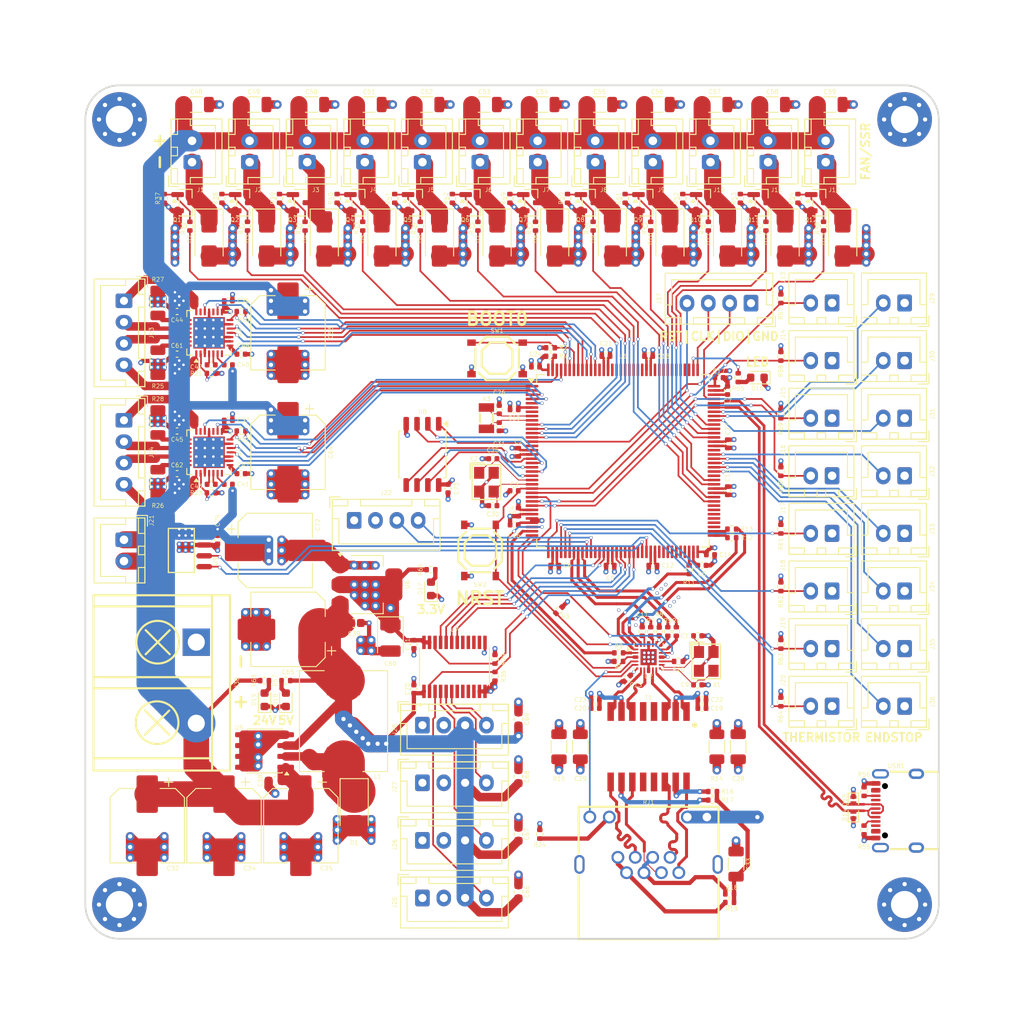
<source format=kicad_pcb>
(kicad_pcb (version 20241229) (generator "pcbnew") (generator_version "9.0")
  (layers (0 "F.Cu" signal) (4 "In1.Cu" signal) (6 "In2.Cu" signal) (2 "B.Cu" signal) (13 "F.Paste" user) (15 "B.Paste" user) (5 "F.SilkS" user "F.Silkscreen") (7 "B.SilkS" user "B.Silkscreen") (1 "F.Mask" user) (3 "B.Mask" user) (25 "Edge.Cuts" user))
  (net 0 "")
  (net 1 "+3.3V")
  (net 2 "GND")
  (net 3 "/OSC_OUT")
  (net 4 "/PDR_ON")
  (net 5 "/OSC_IN")
  (net 7 "/OSC32_OUT")
  (net 8 "/OSC32_IN")
  (net 9 "/SERVO1_PWM_5V")
  (net 12 "/SERVO2_PWM_5V")
  (net 13 "/SERVO3_PWM_5V")
  (net 15 "/SERVO4_PWM_5V")
  (net 18 "/SERVO2_PWM_3.3V")
  (net 19 "/NRST")
  (net 20 "/SERVO1_PWM_3.3V")
  (net 21 "/SERVO4_PWM_3.3V")
  (net 22 "/SERVO3_PWM_3.3V")
  (net 23 "Net-(C33-Pad1)")
  (net 27 "Net-(U3-VCP)")
  (net 28 "Net-(U4-VCP)")
  (net 31 "Net-(U3-CPO)")
  (net 32 "/FAN{slash}SSR_OUT1-")
  (net 33 "Net-(U3-CPI)")
  (net 34 "Net-(U4-CPI)")
  (net 35 "Net-(U4-CPO)")
  (net 36 "Net-(U3-5VOUT)")
  (net 37 "Net-(U4-5VOUT)")
  (net 38 "Net-(R18-Pad2)")
  (net 40 "Net-(R19-Pad2)")
  (net 41 "/SWCLK")
  (net 44 "Net-(R24-Pad1)")
  (net 45 "Net-(U3-BRB)")
  (net 46 "Net-(U4-BRB)")
  (net 47 "/FAN{slash}SSR_OUT2-")
  (net 48 "/FAN{slash}SSR_OUT3-")
  (net 51 "Net-(U3-BRA)")
  (net 55 "Net-(U4-BRA)")
  (net 59 "/BOOT0")
  (net 64 "/FAN{slash}SSR_OUT4-")
  (net 69 "/SWDIO")
  (net 82 "/FAN{slash}SSR_OUT5-")
  (net 84 "/ETH_X_TC")
  (net 85 "/ETH_X_RC")
  (net 86 "GNDPWR")
  (net 87 "+5V")
  (net 88 "+24V")
  (net 89 "/ETH_OSC_IN")
  (net 90 "/ETH_OSC_OUT")
  (net 91 "/RMII_RXD0")
  (net 92 "/RMII_PT_RXD0")
  (net 93 "/RMII_PT_RXD1")
  (net 94 "/RMII_RXD1")
  (net 95 "/RMII_PT_CRS_DV")
  (net 96 "/RMII_CRS_DV")
  (net 97 "/RMII_PT_REF_CLK")
  (net 98 "/RMII_REF_CLK")
  (net 99 "/ETH_INTR{slash}NPWRDN")
  (net 100 "/RMII_TX_EN")
  (net 101 "/RMII_TXD1")
  (net 102 "/RMII_TXD0")
  (net 103 "/VCAP1")
  (net 104 "/VCAP2")
  (net 105 "/SMI_MDIO")
  (net 106 "/FAN{slash}SSR_OUT6-")
  (net 107 "/FAN{slash}SSR_OUT7-")
  (net 108 "/BUCK_OUT")
  (net 109 "/FAN{slash}SSR_OUT8-")
  (net 110 "/RX_ER")
  (net 111 "/ETH_RJ_TC")
  (net 112 "/ETH_RJ_RC")
  (net 113 "/SMI_MDC")
  (net 116 "/ETH_RBIAS")
  (net 117 "/ETH_RJ_RD+")
  (net 118 "/ETH_RJ_TD+")
  (net 119 "/ETH_RJ_RD-")
  (net 120 "/ETH_RJ_TD-")
  (net 121 "/ETH_LED0")
  (net 122 "/ETH_X_RD+")
  (net 123 "/ETH_X_TD+")
  (net 124 "/ETH_X_TD-")
  (net 125 "/ETH_X_RD-")
  (net 126 "/FAN{slash}SSR_OUT9-")
  (net 127 "/FAN{slash}SSR_OUT10-")
  (net 128 "/FAN{slash}SSR_OUT11-")
  (net 129 "/FAN{slash}SSR_OUT12-")
  (net 130 "/USB_D+")
  (net 131 "/USB_D-")
  (net 132 "/FAN{slash}SRR_PWM1")
  (net 133 "/FAN{slash}SRR_PWM2")
  (net 134 "/FAN{slash}SRR_PWM3")
  (net 135 "/FAN{slash}SRR_PWM4")
  (net 136 "/TMC1_ENN")
  (net 138 "/FAN{slash}SRR_PWM5")
  (net 139 "/FAN{slash}SRR_PWM6")
  (net 141 "/FAN{slash}SRR_PWM7")
  (net 142 "/FAN{slash}SRR_PWM8")
  (net 143 "/FAN{slash}SRR_PWM9")
  (net 144 "/FAN{slash}SRR_PWM10")
  (net 145 "/TMC1_STEP")
  (net 148 "/TMC1_DIR")
  (net 149 "/TMC1_DIAG")
  (net 150 "/TMC1_INDEX")
  (net 151 "/FAN{slash}SRR_PWM11")
  (net 152 "/FAN{slash}SRR_PWM12")
  (net 153 "/PT1000_IN1+")
  (net 154 "/PT1000_IN2+")
  (net 155 "/PT1000_IN3+")
  (net 156 "/PT1000_IN4+")
  (net 157 "/PT1000_IN5+")
  (net 158 "/PT1000_IN6+")
  (net 159 "/PT1000_IN7+")
  (net 160 "/PT1000_IN8+")
  (net 161 "/MOTOR_OUT2")
  (net 162 "/MOTOR_OUT1")
  (net 163 "/ENCODER_A")
  (net 164 "/ENCODER_B")
  (net 165 "/TMC1_OA2")
  (net 166 "/TMC1_OB1")
  (net 167 "/TMC1_OA1")
  (net 168 "/TMC1_OB2")
  (net 169 "/TMC2_OA2")
  (net 170 "/TMC2_OB1")
  (net 171 "/TMC2_OB2")
  (net 172 "/TMC2_OA1")
  (net 173 "/ENDSTOP1")
  (net 174 "/ENDSTOP2")
  (net 175 "/ENDSTOP3")
  (net 176 "/ENDSTOP4")
  (net 177 "/ENDSTOP5")
  (net 178 "/ENDSTOP6")
  (net 179 "/ENDSTOP7")
  (net 180 "/ENDSTOP8")
  (net 181 "Net-(Q1-G)")
  (net 182 "Net-(Q2-G)")
  (net 183 "Net-(Q3-G)")
  (net 184 "Net-(Q4-G)")
  (net 185 "Net-(Q5-G)")
  (net 186 "Net-(Q6-G)")
  (net 187 "Net-(Q7-G)")
  (net 188 "Net-(Q8-G)")
  (net 189 "Net-(Q9-G)")
  (net 190 "Net-(Q10-G)")
  (net 191 "Net-(Q11-G)")
  (net 192 "Net-(Q12-G)")
  (net 195 "/TMC2_UART_TX")
  (net 196 "/TMC2_UART_RX")
  (net 198 "/TMC1_UART_TX")
  (net 199 "/TMC1_UART_RX")
  (net 201 "/TMC2_ENN")
  (net 202 "/SHIFTER_OEN")
  (net 203 "/SHIFTER_DIR")
  (net 204 "Net-(USB1-CC1)")
  (net 205 "Net-(USB1-CC2)")
  (net 206 "/OCTOSPIM_P1_IO2")
  (net 207 "Net-(D16-A)")
  (net 208 "/OCTOSPIM_P1_IO0")
  (net 209 "/FLASH_SPI_NCS")
  (net 210 "/OCTOSPIM_P1_CLK")
  (net 211 "/OCTOSPIM_P1_IO3")
  (net 212 "/OCTOSPIM_P1_IO1")
  (net 213 "Net-(D17-A)")
  (net 214 "Net-(D18-A)")
  (net 215 "Net-(D19-A)")
  (net 216 "/LED")
  (net 217 "/MOTOR_IN2")
  (net 218 "/MOTOR_IN1")
  (net 219 "/TMC2_DIR")
  (net 220 "/TMC2_DIAG")
  (net 221 "/TMC2_INDEX")
  (net 222 "/TMC2_STEP")
  (net 227 "/RMII_PT_TX_EN")
  (net 228 "/RMII_PT_TXD0")
  (net 229 "/RMII_PT_TXD1")
  (footprint "Capacitor_SMD:C_1206_3216Metric" (layer "F.Cu") (at 30.5 -47.75)
    (property "Reference" "C58")
    (property "Value" "10uF 50V")
  )
  (footprint "Diode_SMD:D_SOD-882" (layer "F.Cu") (at 40 33.75 -90)
    (property "Reference" "D15")
    (property "Value" "H5VU10BB")
  )
  (footprint "Connector_JST:JST_XH_B2B-XH-A_1x02_P2.50mm_Vertical" (layer "F.Cu") (at 23.25 -41 90)
    (property "Reference" "J10")
    (property "Value" "XH-2A")
  )
  (footprint "Connector_JST:JST_XH_B2B-XH-A_1x02_P2.50mm_Vertical" (layer "F.Cu") (at 46 2.5 180)
    (property "Reference" "J33")
    (property "Value" "XH-2A")
  )
  (footprint "Resistor_SMD:R_0402_1005Metric" (layer "F.Cu") (at -31.75 -9.5)
    (property "Reference" "R22")
    (property "Value" "1kR 1%")
  )
  (footprint "Resistor_SMD:R_0402_1005Metric" (layer "F.Cu") (at 19.5 17.5)
    (property "Reference" "R10")
    (property "Value" "6.49kR 1%")
  )
  (footprint "Capacitor_SMD:C_1206_3216Metric" (layer "F.Cu") (at 3.5 -47.75)
    (property "Reference" "C54")
    (property "Value" "10uF 50V")
  )
  (footprint "Resistor_SMD:R_0402_1005Metric" (layer "F.Cu") (at 13.25 -36.75 -90)
    (property "Reference" "R51")
    (property "Value" "10kR 1%")
  )
  (footprint "Capacitor_SMD:C_1206_3216Metric" (layer "F.Cu") (at -16.75 -47.75)
    (property "Reference" "C51")
    (property "Value" "10uF 50V")
  )
  (footprint "Resistor_SMD:R_0402_1005Metric" (layer "F.Cu") (at -29 19.75)
    (property "Reference" "R68")
    (property "Value" "10kR 1%")
  )
  (footprint "Capacitor_SMD:C_0402_1005Metric" (layer "F.Cu") (at 21.75 14.5)
    (property "Reference" "C1")
    (property "Value" "18pF 50V")
  )
  (footprint "Resistor_SMD:R_0402_1005Metric" (layer "F.Cu") (at 2.75 -33.5 -90)
    (property "Reference" "R43")
    (property "Value" "330R 1%")
  )
  (footprint "Resistor_SMD:R_0402_1005Metric" (layer "F.Cu") (at 12.5 16.5)
    (property "Reference" "R9")
    (property "Value" "33R 1%")
  )
  (footprint "Resistor_SMD:R_0402_1005Metric" (layer "F.Cu") (at 20.75 6.75 -90)
    (property "Reference" "R11")
    (property "Value" "33R 1%")
  )
  (footprint "EasyEDA:USB-C-SMD_TYPE-C-6PIN-2MD-073" (layer "F.Cu") (at 45 35 90)
    (property "Reference" "USB1")
    (property "Value" "TYPE-C 16PIN 2MD(073)")
  )
  (footprint "Resistor_SMD:R_0402_1005Metric" (layer "F.Cu") (at -31.75 -23.5)
    (property "Reference" "R20")
    (property "Value" "1kR 1%")
  )
  (footprint "Capacitor_SMD:CP_Elec_8x10.5" (layer "F.Cu") (at -33.75 36.75 -90)
    (property "Reference" "C34")
    (property "Value" "220uF 35V")
  )
  (footprint "Resistor_SMD:R_0402_1005Metric" (layer "F.Cu") (at -35.25 -16.25)
    (property "Reference" "R21")
    (property "Value" "10kR 1%")
  )
  (footprint "Resistor_SMD:R_0402_1005Metric" (layer "F.Cu") (at -7 -36.75 -90)
    (property "Reference" "R42")
    (property "Value" "10kR 1%")
  )
  (footprint "Capacitor_SMD:C_1206_3216Metric" (layer "F.Cu") (at 37.25 -47.75)
    (property "Reference" "C59")
    (property "Value" "10uF 50V")
  )
  (footprint "Diode_SMD:D_SMA" (layer "F.Cu") (at -15.25 -32 -90)
    (property "Reference" "D5")
    (property "Value" "SS34")
  )
  (footprint "Resistor_SMD:R_0402_1005Metric" (layer "F.Cu") (at 23.5 33.75)
    (property "Reference" "R17")
    (property "Value" "75R 1%")
  )
  (footprint "Capacitor_SMD:C_0402_1005Metric" (layer "F.Cu") (at 21.75 20.25)
    (property "Reference" "C9")
    (property "Value" "18pF 50V")
  )
  (footprint "Package_TO_SOT_SMD:SOT-23" (layer "F.Cu") (at -24.75 -36.25)
    (property "Reference" "Q3")
    (property "Value" "AO3400A")
  )
  (footprint "Capacitor_SMD:C_1206_3216Metric" (layer "F.Cu") (at 5.5 27.5 -90)
    (property "Reference" "C29")
    (property "Value" "4.7nF 2kV")
  )
  (footprint "Resistor_SMD:R_0402_1005Metric" (layer "F.Cu") (at 6.5 -36.75 -90)
    (property "Reference" "R50")
    (property "Value" "10kR 1%")
  )
  (footprint "Capacitor_SMD:CP_Elec_8x10.5" (layer "F.Cu") (at -26.25 -7 -90)
    (property "Reference" "C64")
    (property "Value" "220uF 35V")
  )
  (footprint "Connector_JST:JST_XH_B2B-XH-A_1x02_P2.50mm_Vertical" (layer "F.Cu") (at 9.75 -41 90)
    (property "Reference" "J8")
    (property "Value" "XH-2A")
  )
  (footprint "Resistor_SMD:R_0402_1005Metric" (layer "F.Cu") (at 18.25 14 -90)
    (property "Reference" "R5")
    (property "Value" "33R 1%")
  )
  (footprint "Resistor_SMD:R_0402_1005Metric" (layer "F.Cu") (at -37.75 -33.5 -90)
    (property "Reference" "R30")
    (property "Value" "330R 1%")
  )
  (footprint "Diode_SMD:D_SOD-882" (layer "F.Cu") (at 40 35.5 90)
    (property "Reference" "D14")
    (property "Value" "H5VU10BB")
  )
  (footprint "Connector_JST:JST_XH_B2B-XH-A_1x02_P2.50mm_Vertical" (layer "F.Cu") (at -30.75 -41 90)
    (property "Reference" "J2")
    (property "Value" "XH-2A")
  )
  (footprint "EasyEDA:SOP-8_L4.9-W3.9-P1.27-LS6.0-BL-1" (layer "F.Cu") (at -38.750001 4.5 90)
    (property "Reference" "U9")
    (property "Value" "TMI8340_C2985071")
  )
  (footprint "Capacitor_SMD:C_0402_1005Metric" (layer "F.Cu") (at -7.5 -2.75 90)
    (property "Reference" "C73")
    (property "Value" "100nF 50V")
  )
  (footprint "Capacitor_SMD:C_0402_1005Metric" (layer "F.Cu") (at -39.25 -4.5)
    (property "Reference" "C62")
    (property "Value" "100nF 50V")
  )
  (footprint "Capacitor_SMD:C_1206_3216Metric" (layer "F.Cu") (at 10.25 -47.75)
    (property "Reference" "C55")
    (property "Value" "10uF 50V")
  )
  (footprint "Package_TO_SOT_SMD:SOT-23" (layer "F.Cu") (at 9 -36.25)
    (property "Reference" "Q8")
    (property "Value" "AO3400A")
  )
  (footprint "MountingHole:MountingHole_3.2mm_M3_Pad_Via" (layer "F.Cu") (at 46 -46)
    (property "Reference" "H1" (hide yes))
    (property "Value" "M3")
  )
  (footprint "Package_SO:SOIC-8_5.3x5.3mm_P1.27mm" (layer "F.Cu") (at -10.5 -6.75 -90)
    (property "Reference" "U8")
    (property "Value" "W25Q128JVS")
  )
  (footprint "Connector_JST:JST_XH_B2B-XH-A_1x02_P2.50mm_Vertical" (layer "F.Cu") (at 46 9.25 180)
    (property "Reference" "J34")
    (property "Value" "XH-2A")
  )
  (footprint "Resistor_SMD:R_1206_3216Metric" (layer "F.Cu") (at 24 27.5 90)
    (property "Reference" "R14")
    (property "Value" "1MR 1%")
  )
  (footprint "Connector_JST:JST_XH_B2B-XH-A_1x02_P2.50mm_Vertical" (layer "F.Cu") (at 37.5 16 180)
    (property "Reference" "J19")
    (property "Value" "XH-2A")
  )
  (footprint "Resistor_SMD:R_1206_3216Metric" (layer "F.Cu") (at -41.5 -17.5 -90)
    (property "Reference" "R25")
    (property "Value" "100mR 1% 0.5W")
  )
  (footprint "Connector_JST:JST_XH_B2B-XH-A_1x02_P2.50mm_Vertical" (layer "F.Cu") (at 36.75 -41 90)
    (property "Reference" "J12")
    (property "Value" "XH-2A")
  )
  (footprint "Capacitor_SMD:C_0402_1005Metric" (layer "F.Cu") (at -35.249999 -17.25)
    (property "Reference" "C42")
    (property "Value" "22nF 50V")
  )
  (footprint "Connector_JST:JST_XH_B4B-XH-A_1x04_P2.50mm_Vertical" (layer "F.Cu") (at -45.475 -24.75 -90)
    (property "Reference" "J23")
    (property "Value" "XH-4A")
  )
  (footprint "Capacitor_SMD:CP_Elec_8x10.5" (layer "F.Cu") (at -26.25 -21 -90)
    (property "Reference" "C63")
    (property "Value" "220uF 35V")
  )
  (footprint "Capacitor_SMD:C_0402_1005Metric" (layer "F.Cu") (at -2.25 -6.25 180)
    (property "Reference" "C25")
    (property "Value" "18pF 50V")
  )
  (footprint "Resistor_SMD:R_0402_1005Metric" (layer "F.Cu") (at -40.75 -36.75 -90)
    (property "Reference" "R37")
    (property "Value" "10kR 1%")
  )
  (footprint "Connector_JST:JST_XH_B4B-XH-A_1x04_P2.50mm_Vertical" (layer "F.Cu") (at 28 -24.475 180)
    (property "Reference" "J37")
    (property "Value" "XH-4A")
  )
  (footprint "Capacitor_SMD:C_0402_1005Metric" (layer "F.Cu") (at 25.25 -14.25 90)
    (property "Reference" "C7")
    (property "Value" "2.2uF 6.3V")
  )
  (footprint "Connector_JST:JST_XH_B2B-XH-A_1x02_P2.50mm_Vertical" (layer "F.Cu") (at 37.5 2.5 180)
    (property "Reference" "J17")
    (property "Value" "XH-2A")
  )
  (footprint "Capacitor_SMD:C_0402_1005Metric" (layer "F.Cu") (at 9.75 22)
    (property "Reference" "C23")
    (property "Value" "100nF 50V")
  )
  (footprint "Diode_SMD:D_SMA" (layer "F.Cu") (at 32 -32 -90)
    (property "Reference" "D12")
    (property "Value" "SS34")
  )
  (footprint "Diode_SMD:D_SMA" (layer "F.Cu") (at 25.25 -32 -90)
    (property "Reference" "D11")
    (property "Value" "SS34")
  )
  (footprint "Resistor_SMD:R_0402_1005Metric" (layer "F.Cu") (at -13.75 -36.75 -90)
    (property "Reference" "R41")
    (property "Value" "10kR 1%")
  )
  (footprint "Resistor_SMD:R_0402_1005Metric" (layer "F.Cu") (at 25.75 2)
    (property "Reference" "R13")
    (property "Value" "33R 1%")
  )
  (footprint "Capacitor_SMD:C_0402_1005Metric" (layer "F.Cu") (at -34.5 3.25 90)
    (property "Reference" "C74")
    (property "Value" "100nF 50V")
  )
  (footprint "EasyEDA:RJ45-TH_HC-WK88-H16-DB" (layer "F.Cu") (at 16 39)
    (property "Reference" "RJ1")
    (property "Value" "HC-WK88-H16-DB")
  )
  (footprint "Resistor_SMD:R_0402_1005Metric" (layer "F.Cu") (at -34 -36.75 -90)
    (property "Reference" "R38")
    (property "Value" "10kR 1%")
  )
  (footprint "EasyEDA:SW-SMD_4P-L5.1-W5.1-P3.70-LS6.5-TL_H1.5" (layer "F.Cu") (at -1.75 -18 180)
    (property "Reference" "SW1")
    (property "Value" "TS-1187A-B-A-B")
  )
  (footprint "Capacitor_SMD:C_0402_1005Metric" (layer "F.Cu") (at -33.25 -17.25)
    (property "Reference" "C40")
    (property "Value" "100nF 50V")
  )
  (footprint "Connector_JST:JST_XH_B4B-XH-A_1x04_P2.50mm_Vertical" (layer "F.Cu") (at -10.5 45.225)
    (property "Reference" "J25")
    (property "Value" "XH-4A")
  )
  (footprint "Connector_JST:JST_XH_B2B-XH-A_1x02_P2.50mm_Vertical" (layer "F.Cu") (at 30 -41 90)
    (property "Reference" "J11")
    (property "Value" "XH-2A")
  )
  (footprint "Connector_JST:JST_XH_B2B-XH-A_1x02_P2.50mm_Vertical" (layer "F.Cu") (at -37.5 -41 90)
    (property "Reference" "J1")
    (property "Value" "XH-2A")
  )
  (footprint "Resistor_SMD:R_0402_1005Metric" (layer "F.Cu") (at -31 -33.5 -90)
    (property "Reference" "R31")
    (property "Value" "330R 1%")
  )
  (footprint "Package_TO_SOT_SMD:SOT-23" (layer "F.Cu") (at 36 -36.25)
    (property "Reference" "Q12")
    (property "Value" "AO3400A")
  )
  (footprint "Connector_JST:JST_XH_B2B-XH-A_1x02_P2.50mm_Vertical" (layer "F.Cu") (at 37.5 -11 180)
    (property "Reference" "J15")
    (property "Value" "XH-2A")
  )
  (footprint "Resistor_SMD:R_0402_1005Metric" (layer "F.Cu") (at 3.25 37.75 90)
    (property "Reference" "R24")
    (property "Value" "330R 1%")
  )
  (footprint "Connector_JST:JST_XH_B2B-XH-A_1x02_P2.50mm_Vertical" (layer "F.Cu") (at 46 22.75 180)
    (property "Reference" "J36")
    (property "Value" "XH-2A")
  )
  (footprint "Resistor_SMD:R_0402_1005Metric" (layer "F.Cu") (at 26.5 -15.75 90)
    (property "Reference" "R65")
    (property "Value" "330R 1%")
  )
  (footprint "Resistor_SMD:R_0402_1005Metric" (layer "F.Cu") (at 9.5 -33.5 -90)
    (property "Reference" "R44")
    (property "Value" "330R 1%")
  )
  (footprint "Connector_JST:JST_XH_B2B-XH-A_1x02_P2.50mm_Vertical" (layer "F.Cu") (at -17.25 -41 90)
    (property "Reference" "J4")
    (property "Value" "XH-2A")
  )
  (footprint "Connector_JST:JST_XH_B2B-XH-A_1x02_P2.50mm_Vertical" (layer "F.Cu") (at 3 -41 90)
    (property "Reference" "J7")
    (property "Value" "XH-2A")
  )
  (footprint "Resistor_SMD:R_0402_1005Metric" (layer "F.Cu") (at 29.75 -33.5 -90)
    (property "Reference" "R47")
    (property "Value" "330R 1%")
  )
  (footprint "Resistor_SMD:R_0402_1005Metric" (layer "F.Cu") (at 20 -36.75 -90)
    (property "Reference" "R52")
    (property "Value" "10kR 1%")
  )
  (footprint "Capacitor_SMD:CP_Elec_8x10.5" (layer "F.Cu") (at -24.75 36.75 -90)
    (property "Reference" "C35")
    (property "Value" "220uF 35V")
  )
  (footprint "Snapeda:HXXXX" (layer "F.Cu") (at 16 27.5 180)
    (property "Reference" "T1")
    (property "Value" "HX1188NL")
  )
  (footprint "Capacitor_SMD:C_0603_1608Metric" (layer "F.Cu") (at 0.75 37.75 90)
    (property "Reference" "C67")
    (property "Value" "10uF 25V")
  )
  (footprint "Resistor_SMD:R_0402_1005Metric" (layer "F.Cu") (at 36.5 -33.5 -90)
    (property "Reference" "R48")
    (property "Value" "330R 1%")
  )
  (footprint "Capacitor_SMD:C_0402_1005Metric" (layer "F.Cu") (at -33.25 -24.75 180)
    (property "Reference" "C36")
    (property "Value" "100nF 50V")
  )
  (footprint "Resistor_SMD:R_0402_1005Metric" (layer "F.Cu") (at 5.5 11.5 -135)
    (property "Reference" "R3")
    (property "Value" "2.2kR 1%")
  )
  (footprint "Resistor_SMD:R_1206_3216Metric" (layer "F.Cu") (at 8 27.5 90)
    (property "Reference" "R15")
    (property "Value" "1MR 1%")
  )
  (footprint "Package_TO_SOT_SMD:SOT-23" (layer "F.Cu") (at 2.25 -36.25)
    (property "Reference" "Q7")
    (property "Value" "AO3400A")
  )
  (footprint "Capacitor_SMD:C_0402_1005Metric" (layer "F.Cu") (at 25.25 -8 -90)
    (property "Reference" "C27")
    (property "Value" "100nF 50V")
  )
  (footprint "Diode_SMD:D_SMA" (layer "F.Cu") (at -18.5 34.75 -90)
    (property "Reference" "D1")
    (property "Value" "SS34")
  )
  (footprint "Inductor_SMD:L_Chilisin_BMRF00101040" (layer "F.Cu") (at -19.75 24.5 90)
    (property "Reference" "L1")
    (property "Value" "C6364682")
  )
  (footprint "Capacitor_SMD:C_0402_1005Metric" (layer "F.Cu") (at -39.25 -9.5)
    (property "Reference" "C45")
    (property "Value" "100nF 50V")
  )
  (footprint "Capacitor_Tantalum_SMD:CP_EIA-3528-21_Kemet-B" (layer "F.Cu") (at -14.25 14.75 -90)
    (property "Reference" "C60")
    (property "Value" "100uF 6.3V")
  )
  (footprint "Diode_SMD:D_SMA" (layer "F.Cu") (at 18.5 -32 -90)
    (property "Reference" "D10")
    (property "Value" "SS34")
  )
  (footprint "Capacitor_SMD:C_0402_1005Metric" (layer "F.Cu") (at 25.25 -2.5 -90)
    (property "Reference" "C15")
    (property "Value" "100nF 50V")
  )
  (footprint "LED_SMD:LED_0603_1608Metric" (layer "F.Cu") (at -26.5 22 90)
    (property "Reference" "D18")
    (property "Value" "KT-0603R")
  )
  (footprint "Capacitor_SMD:C_1206_3216Metric" (layer "F.Cu") (at -3.25 -47.75)
    (property "Reference" "C53")
    (property "Value" "10uF 50V")
  )
  (footprint "Capacitor_SMD:C_0402_1005Metric" (layer "F.Cu") (at -11.5 15.5 90)
    (property "Reference" "C71")
    (property "Value" "100nF 50V")
  )
  (footprint "Snapeda:SOP65P640X120-24N" (layer "F.Cu") (at -6.745 18.145001 90)
    (property "Reference" "U7")
    (property "Value" "SN74LVC4245APWR")
  )
  (footprint "Diode_SMD:D_SMA" (layer "F.Cu") (at 11.75 -32 -90)
    (property "Reference" "D9")
    (property "Value" "SS34")
  )
  (footprint "Connector_JST:JST_XH_B2B-XH-A_1x02_P2.50mm_Vertical" (layer "F.Cu") (at 46 -11 180)
    (property "Reference" "J31")
    (property "Value" "XH-2A")
  )
  (footprint "Capacitor_SMD:C_0603_1608Metric" (layer "F.Cu") (at -27.75 31.5 180)
    (property "Reference" "C38")
    (property "Value" "1uF 50V")
  )
  (footprint "Capacitor_SMD:CP_Elec_8x10.5" (layer "F.Cu") (at -26.25 13.75 180)
    (property "Reference" "C65")
    (property "Value" "220uF 35V")
  )
  (footprint "Package_DFN_QFN:Texas_RMQ0024A_WQFN-24-1EP_3x3mm_P0.4mm_EP1.9x1.9mm" (layer "F.Cu") (at 16 17)
    (property "Reference" "U2")
    (property "Value" "DP83825I")
  )
  (footprint "Connector_JST:JST_XH_B2B-XH-A_1x02_P2.50mm_Vertical" (layer "F.Cu") (at 37.5 22.75 180)
    (property "Reference" "J20")
    (property "Value" "XH-2A")
  )
  (footprint "Capacitor_SMD:C_0402_1005Metric" (layer "F.Cu") (at -31.75 -18.5)
    (property "Reference" "C46")
    (property "Value" "2.2uF 6.3V")
  )
  (footprint "Resistor_SMD:R_0402_1005Metric" (layer "F.Cu") (at -17.5 -33.5 -90)
    (property "Reference" "R33")
    (property "Value" "330R 1%")
  )
  (footprint "Package_TO_SOT_SMD:SOT-23" (layer "F.Cu") (at -31.5 -36.25)
    (property "Reference" "Q2")
    (property "Value" "AO3400A")
  )
  (footprint "Capacitor_SMD:C_1206_3216Metric" (layer "F.Cu") (at 17 -47.75)
    (property "Reference" "C56")
    (property "Value" "10uF 50V")
  )
  (footprint "Package_DFN_QFN:VQFN-28-1EP_5x5mm_P0.5mm_EP3.7x3.7mm_ThermalVias" (layer "F.Cu") (at -35.500001 -7 90)
    (property "Reference" "U4")
    (property "Value" "TMC2209-LA")
  )
  (footprint "Capacitor_SMD:C_1206_3216Metric" (layer "F.Cu") (at 26.5 27.5 -90)
    (property "Reference" "C28")
    (property "Value" "4.7nF 2kV")
  )
  (footprint "Capacitor_SMD:CP_Elec_8x10.5" (layer "F.Cu") (at -42.75 36.75 -90)
    (property "Reference" "C32")
    (property "Value" "220uF 35V")
  )
  (footprint "Capacitor_SMD:C_0402_1005Metric" (layer "F.Cu") (at 17.25 14 90)
    (property "Reference" "C11")
    (property "Value" "100nF 50V")
  )
  (footprint "Resistor_SMD:R_0402_1005Metric" (layer "F.Cu") (at 15.25 14 -90)
    (property "Reference" "R7")
    (property "Value" "10kR 1%")
  )
  (footprint "Resistor_SMD:R_0402_1005Metric" (layer "F.Cu") (at 31.5 22.25 -90)
    (property "Reference" "R64")
    (property "Value" "1kR 1%")
  )
  (footprint "Package_TO_SOT_SMD:SOT-23" (layer "F.Cu") (at -18 -36.25)
    (property "Reference" "Q4")
    (property "Value" "AO3400A")
  )
  (footprint "Capacitor_SMD:C_1206_3216Metric" (layer "F.Cu") (at 26.25 41.25 90)
    (property "Reference" "C33")
    (property "Value" "10nF 2kV")
  )
  (footprint "Capacitor_SMD:C_1206_3216Metric" (layer "F.Cu") (at -30.25 -47.75)
    (property "Reference" "C49")
    (property "Value" "10uF 50V")
  )
  (footprint "Capacitor_SMD:C_0402_1005Metric" (layer "F.Cu") (at -1.5 -10 -90)
    (property "Reference" "C31")
    (property "Value" "18pF 50V")
  )
  (footprint "Capacitor_SMD:C_0603_1608Metric" (layer "F.Cu") (at 0.75 24.25 90)
    (property "Reference" "C69")
    (property "Value" "10uF 25V")
  )
  (footprint "Capacitor_SMD:C_0402_1005Metric" (layer "F.Cu") (at 13.5 19.5 -135)
    (property "Reference" "C13")
    (property "Value" "100nF 50V")
  )
  (footprint "Resistor_SMD:R_0402_1005Metric" (layer "F.Cu") (at -2 19.25 -90)
    (property "Reference" "R36")
    (property "Value" "10kR 1%")
  )
  (footprint "Resistor_SMD:R_0402_1005Metric" (layer "F.Cu") (at -35.25 -2.25)
    (property "Reference" "R23")
    (property "Value" "10kR 1%")
  )
  (footprint "Resistor_SMD:R_0402_1005Metric" (layer "F.Cu") (at 25.5 45.75 180)
    (property "Reference" "R19")
    (property "Value" "75R 1%")
  )
  (footprint "Resistor_SMD:R_0402_1005Metric" (layer "F.Cu") (at -20.5 -36.75 -90)
    (property "Reference" "R40")
    (property "Value" "10kR 1%")
  )
  (footprint "Capacitor_SMD:C_0402_1005Metric" (layer "F.Cu") (at 11.5 6.25 180)
    (property "Reference" "C8")
    (property "Value" "100nF 50V")
  )
  (footprint "Resistor_SMD:R_0402_1005Metric" (layer "F.Cu") (at 31.5 8.75 -90)
    (property "Reference" "R62")
    (property "Value" "1kR 1%")
  )
  (footprint "Package_TO_SOT_SMD:SOT-23" (layer "F.Cu") (at -38.25 -36.25)
    (property "Reference" "Q1")
    (property "Value" "AO3400A")
  )
  (footprint "Connector_JST:JST_XH_B2B-XH-A_1x02_P2.50mm_Vertical" (layer "F.Cu") (at 46 -17.75 180)
    (property "Reference" "J30")
    (property "Value" "XH-2A")
  )
  (footprint "Capacitor_SMD:C_0402_1005Metric" (layer "F.Cu") (at 9.75 23)
    (property "Reference" "C20")
    (property "Value" "1uF 25V")
  )
  (footprint "Resistor_SMD:R_0402_1005Metric" (layer "F.Cu") (at 31.5 -18.25 -90)
    (property "Reference" "R58")
    (property "Value" "1kR 1%")
  )
  (footprint "Resistor_SMD:R_0402_1005Metric" (layer "F.Cu") (at -2 17.25 90)
    (property "Reference" "R29")
    (property "Value" "10kR 1%")
  )
  (footprint "Package_TO_SOT_SMD:SOT-23" (layer "F.Cu") (at -4.5 -36.25)
    (property "Reference" "Q6")
    (property "Value" "AO3400A")
  )
  (footprint "Capacitor_SMD:C_1206_3216Metric" (layer "F.Cu") (at 23.75 -47.75)
    (property "Reference" "C57")
    (property "Value" "10uF 50V")
  )
  (footprint "Resistor_SMD:R_0402_1005Metric" (layer "F.Cu") (at 23.5 32.75)
    (property "Reference" "R16")
    (property "Value" "75R 1%")
  )
  (footprint "Capacitor_SMD:C_0402_1005Metric" (layer "F.Cu") (at 0.75 0 -90)
    (property "Reference" "C4")
    (property "Value" "100nF 50V")
  )
  (footprint "Resistor_SMD:R_0402_1005Metric" (layer "F.Cu") (at 31.5 -11.5 -90)
    (property "Reference" "R59")
    (property "Value" "1kR 1%")
  )
  (footprint "Package_TO_SOT_SMD:SOT-23" (layer "F.Cu") (at 15.75 -36.25)
    (property "Reference" "Q9")
    (property "Value" "AO3400A")
  )
  (footprint "Resistor_SMD:R_0402_1005Metric" (layer "F.Cu") (at -27.25 -36.75 -90)
    (property "Reference" "R39")
    (property "Value" "10kR 1%")
  )
  (footprint "Resistor_SMD:R_0402_1005Metric" (layer "F.Cu") (at -26.5 19.75)
    (property "Reference" "R67")
    (property "Value" "1kR 1%")
  )
  (footprint "Package_TO_SOT_SMD:SOT-23" (layer "F.Cu") (at -11.25 -36.25)
    (property "Reference" "Q5")
    (property "Value" "AO3400A")
  )
  (footprint "Connector_JST:JST_XH_B2B-XH-A_1x02_P2.50mm_Vertical" (layer "F.Cu") (at -10.5 -41 90)
    (property "Reference" "J5")
    (property "Value" "XH-2A")
  )
  (footprint "Resistor_SMD:R_0402_1005Metric" (layer "F.Cu") (at 19.25 14 -90)
    (property "Reference" "R6")
    (property "Value" "33R 1%")
  )
  (footprint "Capacitor_SMD:C_1206_3216Metric" (layer "F.Cu") (at -37 -47.75)
    (property "Reference" "C48")
    (property "Value" "10uF 50V")
  )
  (footprint "LED_SMD:LED_0603_1608Metric" (layer "F.Cu") (at -9.5 9 90)
    (property "Reference" "D17")
    (property "Value" "KT-0603R")
  )
  (footprint "Resistor_SMD:R_0402_1005Metric" (layer "F.Cu") (at 31.5 15.5 -90)
    (property "Reference" "R63")
    (property "Value" "1kR 1%")
  )
  (footprint "Resistor_SMD:R_0402_1005Metric" (layer "F.Cu") (at 31.5 -25 -90)
    (property "Reference" "R57")
    (property "Value" "1kR 1%")
  )
  (footprint "Capacitor_SMD:C_0402_1005Metric" (layer "F.Cu") (at -39.25 -18.5)
    (property "Reference" "C61")
    (property "Value" "100nF 50V")
  )
  (footprint "Capacitor_SMD:C_0603_1608Metric" (layer "F.Cu") (at 0.75 31 90)
    (property "Reference" "C68")
    (property "Value" "10uF 25V")
  )
  (footprint "Connector_JST:JST_XH_B2B-XH-A_1x02_P2.50mm_Vertical" (layer "F.Cu") (at -45.474999 3.250001 -90)
    (property "Reference" "J21")
    (property "Value" "XH-2A")
  )
  (footprint "Capacitor_SMD:C_0402_1005Metric" (layer "F.Cu") (at -33.25 -3.25)
    (property "Reference" "C41")
    (property "Value" "100nF 50V")
  )
  (footprint "Package_DFN_QFN:VQFN-28-1EP_5x5mm_P0.5mm_EP3.7x3.7mm_ThermalVias" (layer "F.Cu") (at -35.5 -20.999999 90)
    (property "Reference" "U3")
    (property "Value" "TMC2209-LA")
  )
  (footprint "Diode_SMD:D_SMA" (layer "F.Cu") (at -35.5 -32 -90)
    (property "Reference" "D2")
    (property "Value" "SS34")
  )
  (footprint "Capacitor_SMD:C_0402_1005Metric" (layer "F.Cu") (at -35.249999 -3.25)
    (property "Reference" "C43")
    (property "Value" "22nF 50V")
  )
  (footprint "Diode_SMD:D_SMA" (layer "F.Cu") (at -22 -32 -90)
    (property "Reference" "D4")
    (property "Value" "SS34")
  )
  (footprint "Capacitor_SMD:C_0402_1005Metric" (layer "F.Cu") (at -2.25 -0.75 180)
    (property "Reference" "C30")
    (property "Value" "18pF 50V")
  )
  (footprint "Capacitor_SMD:C_0402_1005Metric" (layer "F.Cu") (at 0.25 -2.5)
    (property "Reference" "C3")
    (property "Value" "100nF 50V")
  )
  (footprint "Resistor_SMD:R_0402_1005Metric" (layer "F.Cu") (at 4.5 -19.25 180)
    (property "Reference" "R2")
    (property "Value" "10kR 1%")
  )
  (footprint "Capacitor_SMD:C_0402_1005Metric" (layer "F.Cu") (at 22.25 23 180)
    (property "Reference" "C19")
    (property "Value" "1uF 25V")
  )
  (footprint "Resistor_SMD:R_0402_1005Metric" (layer "F.Cu") (at -10.75 -33.5 -90)
    (property "Reference" "R34")
    (property "Value" "330R 1%")
  )
  (footprint "Connector_JST:JST_XH_B2B-XH-A_1x02_P2.50mm_Vertical" (layer "F.Cu") (at 37.5 9.25 180)
    (property "Reference" "J18")
    (property "Value" "XH-2A")
  )
  (footprint "Resistor_SMD:R_0402_1005Metric" (layer "F.Cu") (at -24.25 -33.5 -90)
    (property "Reference" "R32")
    (property "Value" "330R 1%")
  )
  (footprint "Resistor_SMD:R_0402_1005Metric" (layer "F.Cu") (at 25.75 3)
    (property "Reference" "R12")
    (property "Value" "33R 1%")
  )
  (footprint "Capacitor_SMD:C_0402_1005Metric" (layer "F.Cu") (at 2.75 -17 180)
    (property "Reference" "C24")
    (property "Value" "100nF 50V")
  )
  (footprint "Connector_JST:JST_XH_B2B-XH-A_1x02_P2.50mm_Vertical" (layer "F.Cu") (at 46 -4.25 180)
    (property "Reference" "J32")
    (property "Value" "XH-2A")
  )
  (footprint "Package_TO_SOT_SMD:SOT-23" (layer "F.Cu") (at 22.5 -36.25)
    (property "Reference" "Q10")
    (property "Value" "AO3400A")
  )
  (footprint "Resistor_SMD:R_0402_1005Metric" (layer "F.Cu") (at 16.25 -33.5 -90)
    (property "Reference" "R45")
    (property "Value" "330R 1%")
  )
  (footprint "Resistor_SMD:R_0402_1005Metric" (layer "F.Cu") (at -4 -33.5 -90)
    (property "Reference" "R35")
    (property "Value" "330R 1%")
  )
  (footprint "Diode_SMD:D_SMA" (layer "F.Cu") (at 38.75 -32 -90)
    (property "Reference" "D13")
    (property "Value" "SS34")
  )
  (footprint "Resistor_SMD:R_0402_1005Metric" (layer "F.Cu") (at 41.25 37.25 90)
    (property "Reference" "R55")
    (property "Value" "5.1kR 1%")
  )
  (footprint "Resistor_SMD:R_1206_3216Metric" (layer "F.Cu") (at -41.5 -3.5 -90)
    (property "Reference" "R26")
    (property "Value" "100mR 1% 0.5W")
  )
  (footprint "Resistor_SMD:R_0402_1005Metric" (layer "F.Cu") (at 16.25 14 -90)
    (property "Reference" "R8")
    (property "Value" "33R 1%")
  )
  (footprint "Capacitor_SMD:C_0603_1608Metric" (layer "F.Cu") (at -18.5 13)
    (property "Reference" "C39")
    (property "Value" "10uF 25V")
  )
  (footprint "Capacitor_SMD:C_1206_3216Metric" (layer "F.Cu") (at -23.5 -47.75)
    (property "Reference" "C50")
    (property "Value" "10uF 50V")
  )
  (footprint "Connector_JST:JST_XH_B4B-XH-A_1x04_P2.50mm_Vertical" (layer "F.Cu") (at -10.5 31.725)
    (property "Reference" "J27")
    (property "Value" "XH-4A")
  )
  (footprint "Capacitor_SMD:C_0402_1005Metric" (layer "F.Cu") (at 0.75 -7 90)
    (property "Reference" "C2")
    (property "Value" "100nF 50V")
  )
  (footprint "Resistor_SMD:R_0402_1005Metric" (layer "F.Cu") (at 41.25 32.75 90)
    (property "Reference" "R56")
    (property "Value" "5.1kR 1%")
  )
  (footprint "Package_SO:SOIC-8_3.9x4.9mm_P1.27mm" (layer "F.Cu") (at -29 28 180)
    (property "Reference" "U5")
    (property "Value" "XL1509-5.0")
  )
  (footprint "MountingHole:MountingHole_3.2mm_M3_Pad_Via" (layer "F.Cu") (at -46 46)
    (property "Reference" "H3" (hide yes))
    (property "Value" "M3")
  )
  (footprint "Diode_SMD:D_SMA" (layer "F.Cu") (at 5 -32 -90)
    (property "Reference" "D8")
    (property "Value" "SS34")
  )
  (footprint "Resistor_SMD:R_0402_1005Metric" (layer "F.Cu") (at -9.5 6.75 180)
    (property "Reference" "R66")
    (property "Value" "330R 1%")
  )
  (footprint "Capacitor_SMD:C_0402_1005Metric" (layer "F.Cu") (at 23.25 5)
    (property "Reference" "C14")
    (property "Value" "100nF 50V")
  )
  (footprint "Connector_JST:JST_XH_B4B-XH-A_1x04_P2.50mm_Vertical" (layer "F.Cu") (at -10.5 24.975)
    (property "Reference" "J28")
    (property "Value" "XH-4A")
  )
  (footprint "EasyEDA:SW-SMD_4P-L5.1-W5.1-P3.70-LS6.5-TL_H1.5" (layer "F.Cu") (at -3.75 4.5 90)
    (property "Reference" "SW2")
    (property "Value" "TS-1187A-B-A-B")
  )
  (footprint "MountingHole:MountingHole_3.2mm_M3_Pad_Via" (layer "F.Cu") (at -46 -46)
    (property "Reference" "H4" (hide yes))
    (property "Value" "M3")
  )
  (footprint "Connector_JST:JST_XH_B4B-XH-A_1x04_P2.50mm_Vertical" (layer "F.Cu") (at -45.475 -10.75 -90)
    (property "Reference" "J24")
    (property "Value" "XH-4A")
  )
  (footprint "Capacitor_SMD:C_0402_1005Metric" (layer "F.Cu") (at -11.5 20.75 -90)
    (property "Reference" "C70")
    (property "Value" "100nF 50V")
  )
  (footprint "Capacitor_SMD:C_0402_1005Metric" (layer "F.Cu") (at -39.25 -23.5)
    (property "Reference" "C44")
    (property "Value" "100nF 50V")
  )
  (footprint "Connector_JST:JST_XH_B4B-XH-A_1x04_P2.50mm_Vertical" (layer "F.Cu") (at -18.5 0.975)
    (property "Reference" "J22")
    (property "Value" "XH-4A")
  )
  (footprint "Capacitor_SMD:C_0402_1005Metric" (layer "F.Cu") (at 16 -18.25)
    (property "Reference" "C18")
    (property "Value" "100nF 50V")
  )
  (footprint "EasyEDA:FC-135R_L3.2-W1.5" (layer "F.Cu") (at -3 -11 -90)
    (property "Reference" "X3")
    (property "Value" "Q13FC1350000400")
  )
  (footprint "Resistor_SMD:R_0402_1005Metric" (layer "F.Cu") (at 31.5 -4.75 -90)
    (property "Reference" "R60")
    (property "Value" "1kR 1%")
  )
  (footprint "EasyEDA:CRYSTAL-SMD_4P-L3.2-W2.5-BL" (layer "F.Cu") (at 22.75 17.5 -90)
    (property "Reference" "X1")
    (property "Value" "X322525MOB4SI")
  )
  (footprint "Capacitor_SMD:C_0402_1005Metric" (layer "F.Cu") (at 16.5 6.25 180)
    (property "Reference" "C12")
    (property "Value" "100nF 50V")
  )
  (footprint "Package_TO_SOT_SMD:SOT-23" (layer "F.Cu") (at 29.25 -36.25)
    (property "Reference" "Q11")
    (property "Value" "AO3400A")
  )
  (footprint "Resistor_SMD:R_0402_1005Metric" (layer "F.Cu") (at 4.5 -18.25)
    (property "Reference" "R4")
    (property "Value" "10kR 1%")
  )
  (footprint "Connector_JST:JST_XH_B2B-XH-A_1x02_P2.50mm_Vertical" (layer "F.Cu") (at 46 -24.5 180)
    (property "Reference" "J29")
    (property "Value" "XH-2A")
  )
  (footprint "Connector_JST:JST_XH_B2B-XH-A_1x02_P2.50mm_Vertical" (layer "F.Cu") (at 46 16 180)
    (property "Reference" "J35")
    (property "Value" "XH-2A")
  )
  (footprint "Capacitor_SMD:C_0603_1608Metric" (layer "F.Cu") (at 0.75 44.5 90)
    (property "Reference" "C66")
    (property "Value" "10uF 25V")
  )
  (footprint "EasyEDA:CRYSTAL-SMD_4P-L3.2-W2.5-BL" (layer "F.Cu") (at -3 -3.5 -90)
    (property "Reference" "X2")
    (property "Value" "X322525MOB4SI")
  )
  (footprint "Capacitor_SMD:C_0402_1005Metric" (layer "F.Cu") (at 0.25 -12 180)
    (property "Reference" "C10")
    (property "Value" "1uF 25V")
  )
  (footprint "Diode_SMD:D_SMA" (layer "F.Cu") (at -28.75 -32 -90)
    (property "Reference" "D3")
    (property "Value" "SS34")
  )
  (footprint "Resistor_SMD:R_0402_1005Metric" (layer "F.Cu") (at 12.5 17.5)
    (property "Reference" "R1")
    (property "Value" "2.2kR 1%")
  )
  (footprint "Capacitor_SMD:C_0402_1005Metric" (layer "F.Cu") (at -31.75 -4.5)
    (property "Reference" "C47")
    (property "Value" "2.2uF 6.3V")
  )
  (footprint "Connector_JST:JST_XH_B2B-XH-A_1x02_P2.50mm_Vertical" (layer "F.Cu") (at 37.5 -24.5 180)
    (property "Reference" "J13")
    (property "Value" "XH-2A")
  )
  (footprint "Diode_SMD:D_SMA" (layer "F.Cu") (at -1.75 -32 -90)
    (property "Reference" "D7")
    (property "Value" "SS34")
  )
  (footprint "Connector_JST:JST_XH_B2B-XH-A_1x02_P2.50mm_Vertical" (layer "F.Cu") (at -3.75 -41 90)
    (property "Reference" "J6")
    (property "Value" "XH-2A")
  )
  (footprint "Capacitor_SMD:C_0402_1005Metric" (layer "F.Cu") (at 24.25 -15.75)
    (property "Reference" "C17")
    (property "Value" "100nF 50V")
  )
  (footprint "LED_SMD:LED_0603_1608Metric" (layer "F.Cu") (at -29 22 90)
    (property "Reference" "D19")
    (property "Value" "KT-0603R")
  )
  (footprint "EasyEDA:CONN-TH_HB9500M-9.5-2P" (layer "F.Cu") (at -37 20 -90)
    (property "Reference" "J38")
    (property "Value" "HB9500M-9.5-2P")
  )
  (footprint "Resistor_SMD:R_0402_1005Metric" (layer "F.Cu") (at -0.25 -36.75 -90)
    (property "Reference" "R49")
    (property "Value" "10kR 1%")
  )
  (footprint "Capacitor_SMD:C_0402_1005Metric" (layer "F.Cu") (at 11 -18.25)
    (property "Reference" "C21")
    (property "Value" "100nF 50V")
  )
  (footprint "Capacitor_SMD:C_0402_1005Metric" (layer "F.Cu") (at 5 6.25 180)
    (property "Reference" "C6")
    (property "Value" "100nF 50V")
  )
  (footprint "Connector_JST:JST_XH_B4B-XH-A_1x04_P2.50mm_Vertical" (layer "F.Cu") (at -10.5 38.475)
    (property "Reference" "J26")
    (property "Value" "XH-4A")
  )
  (footprint "Capacitor_SMD:C_0402_1005Metric" (layer "F.Cu") (at -33.25 -10.75 180)
    (property "Reference" "C37")
    (property "Value" "100nF 50V")
  )
  (footprint "Connector_JST:JST_XH_B2B-XH-A_1x02_P2.50mm_Vertical" (layer "F.Cu") (at -24 -41 90)
    (property "Reference" "J3")
    (property "Value" "XH-2A")
  )
  (footprint "MountingHole:MountingHole_3.2mm_M3_Pad_Via" (layer "F.Cu") (at 46 46)
    (property "Reference" "H2" (hide yes))
    (property "Value" "M3")
  )
  (footprint "Resistor_SMD:R_1206_3216Metric" (layer "F.Cu") (at -41.5 -24.5 90)
    (property "Reference" "R27")
    (property "Value" "100mR 1% 0.5W")
  )
  (footprint "Resistor_SMD:R_0402_1005Metric" (layer "F.Cu") (at 33.5 -36.75 -90)
    (property "Reference" "R54")
    (property "Value" "10kR 1%")
  )
  (footprint "Capacitor_SMD:C_0402_1005Metric" (layer "F.Cu") (at 22.25 22 180)
    (property "Reference" "C22")
    (property "Value" "100nF 50V")
  )
  (footprint "LED_SMD:LED_0603_1608Metric" (layer "F.Cu") (at 28.75 -15.75 180)
    (property "Reference" "D16")
    (property "Value" "KT-0603R")
  )
  (footprint "Package_QFP:LQFP-144_20x20mm_P0.5mm" (layer "F.Cu") (at 13 -6)
    (property "Reference" "U1")
    (property "Value" "STM32H723ZGTx")
  )
  (footprint "Resistor_SMD:R_0402_1005Metric" (layer "F.Cu") (at 23 -33.5 -90)
    (property "Reference" "R46")
    (property "Value" "330R 1%")
  )
  (footprint "Capacitor_SMD:CP_Elec_8x10.5" (layer "F.Cu") (at -27.75 4.5)
    (property "Reference" "C72")
    (property "Value" "220uF 35V")
  )
  (footprint "Connector_JST:JST_XH_B2B-XH-A_1x02_P2.50mm_Vertical" (layer "F.Cu") (at 16.5 -41 90)
    (property "Reference" "J9")
    (property "Value" "XH-2A")
  )
  (footprint "Capacitor_SMD:C_0402_1005Metric" (layer "F.Cu") (at 0.25 1.5 180)
    (property "Reference" "C16")
    (property "Value" "100nF 50V")
  )
  (footprint "Capacitor_SMD:C_0402_1005Metric" (layer "F.Cu") (at 22.25 6.25)
    (property "Reference" "C5")
    (property "Value" "2.2uF 6.3V")
  )
  (footprint "Diode_SMD:D_SMA" (layer "F.Cu") (at -8.5 -32 -90)
    (property "Reference" "D6")
    (property "Value" "SS34")
  )
  (footprint "Resistor_SMD:R_0402_1005Metric" (layer "F.Cu") (at 25.5 44.75 180)
    (property "Reference" "R18")
    (property "Value" "75R 1%")
  )
  (footprint "Resistor_SMD:R_0402_1005Metric" (layer "F.Cu") (at 26.75 -36.75 -90)
    (property "Reference" "R53")
    (property "Value" "10kR 1%")
  )
  (footprint "Capacitor_SMD:C_0402_1005Metric" (layer "F.Cu") (at -1.5 -12 90)
    (property "Reference" "C26")
    (property "Value" "18pF 50V")
  )
  (footprint "Connector_JST:JST_XH_B2B-XH-A_1x02_P2.50mm_Vertical" (layer "F.Cu") (at 37.5 -17.75 180)
    (property "Reference" "J14")
    (property "Value" "XH-2A")
  )
  (footprint "Capacitor_SMD:C_1206_3216Metric" (layer "F.Cu") (at -10 -47.75)
    (property "Reference" "C52")
    (property "Value" "10uF 50V")
  )
  (footprint "Resistor_SMD:R_1206_3216Metric" (layer "F.Cu") (at -41.5 -10.5 90)
    (property "Reference" "R28")
    (property "Value" "100mR 1% 0.5W")
  )
  (footprint "Resistor_SMD:R_0402_1005Metric" (layer "F.Cu") (at 31.5 2 -90)
    (property "Reference" "R61")
    (property "Value" "1kR 1%")
  )
  (footprint "Connector_JST:JST_XH_B2B-XH-A_1x02_P2.50mm_Vertical" (layer "F.Cu") (at 37.5 -4.25 180)
    (property "Reference" "J16")
    (property "Value" "XH-2A")
  )
  (footprint "Package_TO_SOT_SMD:SOT-223-3_TabPin2" (layer "F.Cu") (at -17 8.5)
    (property "Reference" "U6")
    (property "Value" "AMS1117-3.3")
  )
  (gr_arc (start 46 -50) (mid 48.828427 -48.828427) (end 50 -46) (stroke (width 0.2)) (layer "Edge.Cuts"))
  (gr_arc (start 50 46) (mid 48.828427 48.828427) (end 46 50) (stroke (width 0.2)) (layer "Edge.Cuts"))
  (gr_arc (start -50 -46) (mid -48.828427 -48.828427) (end -46 -50) (stroke (width 0.2)) (layer "Edge.Cuts"))
  (gr_line (start 46 50) (end -46 50) (stroke (width 0.2)) (layer "Edge.Cuts"))
  (gr_line (start -50 46) (end -50 -46) (stroke (width 0.2)) (layer "Edge.Cuts"))
  (gr_line (start -46 -50) (end 46 -50) (stroke (width 0.2)) (layer "Edge.Cuts"))
  (gr_arc (start -46 50) (mid -48.828427 48.828427) (end -50 46) (stroke (width 0.2)) (layer "Edge.Cuts"))
  (gr_line (start 50 -46) (end 50 46) (stroke (width 0.2)) (layer "Edge.Cuts"))
  (gr_text "THERMISTOR" (at 36.25 27 0) (layer "F.SilkS") (effects (font (size 1 1) (thickness 0.2) (bold yes)) (justify bottom)))
  (gr_text "+" (at -31 22.25 90) (layer "F.SilkS") (effects (font (size 1.5 1.5) (thickness 0.3) (bold yes)) (justify bottom)))
  (gr_text "BOOT0" (at -1.75 -21.75 0) (layer "F.SilkS") (effects (font (size 1.5 1.5) (thickness 0.3) (bold yes)) (justify bottom)))
  (gr_text "+" (at -40.5 -43.5 90) (layer "F.SilkS") (effects (font (size 1.5 1.5) (thickness 0.3) (bold yes)) (justify bottom)))
  (gr_text "5V" (at -26.5 25 0) (layer "F.SilkS") (effects (font (size 1 1) (thickness 0.2) (bold yes)) (justify bottom)))
  (gr_text "ENDSTOP" (at 44.75 27 0) (layer "F.SilkS") (effects (font (size 1 1) (thickness 0.2) (bold yes)) (justify bottom)))
  (gr_text "RST|CLK|DIO|GND" (at 24.25 -20 0) (layer "F.SilkS") (effects (font (size 1 1) (thickness 0.2) (bold yes)) (justify bottom)))
  (gr_text "NRST" (at -3.75 11 0) (layer "F.SilkS") (effects (font (size 1.5 1.5) (thickness 0.3) (bold yes)) (justify bottom)))
  (gr_text "LED" (at 28.75 -17 0) (layer "F.SilkS") (effects (font (size 1 1) (thickness 0.2) (bold yes)) (justify bottom)))
  (gr_text "-" (at -40.5 -41 90) (layer "F.SilkS") (effects (font (size 1.5 1.5) (thickness 0.3) (bold yes)) (justify bottom)))
  (gr_text "24V" (at -29 25 0) (layer "F.SilkS") (effects (font (size 1 1) (thickness 0.2) (bold yes)) (justify bottom)))
  (gr_text "3.3V" (at -9.5 12 0) (layer "F.SilkS") (effects (font (size 1 1) (thickness 0.2) (bold yes)) (justify bottom)))
  (gr_text "FAN/SSR" (at 42 -42.25 90) (layer "F.SilkS") (effects (font (size 1 1) (thickness 0.2) (bold yes)) (justify bottom)))
  (gr_text "-" (at -31 17.5 90) (layer "F.SilkS") (effects (font (size 1.5 1.5) (thickness 0.3) (bold yes)) (justify bottom)))
  (segment (start 31.5 -18.75) (end 31.5 -19.49) (width 0.5) (layer "F.Cu") (net 1))
  (segment (start -16 8.5) (end -16 9.75) (width 1) (layer "F.Cu") (net 1))
  (segment (start 25.02 -2.75) (end 25.25 -2.98) (width 0.3) (layer "F.Cu") (net 1))
  (segment (start 16.75 4.6625) (end 16.75 6.02) (width 0.3) (layer "F.Cu") (net 1))
  (segment (start -12.1 6.75) (end -13.85 8.5) (width 0.5) (layer "F.Cu") (net 1))
  (segment (start 15.75 -18.02) (end 15.52 -18.25) (width 0.3) (layer "F.Cu") (net 1))
  (segment (start -33.75 -23.5) (end -33.029999 -23.5) (width 0.5) (layer "F.Cu") (net 1))
  (segment (start -15.1 9.75) (end -13.85 8.5) (width 1) (layer "F.Cu") (net 1))
  (segment (start -16 11) (end -14.5 11) (width 1) (layer "F.Cu") (net 1))
  (segment (start -34 -23.45) (end -33.8 -23.450001) (width 0.2) (layer "F.Cu") (net 1))
  (segment (start 0.98 -6.75) (end 0.75 -6.52) (width 0.3) (layer "F.Cu") (net 1))
  (segment (start 17.25 14.48) (end 17.25 15) (width 0.2) (layer "F.Cu") (net 1))
  (segment (start -14.25 8.9) (end -13.85 8.5) (width 2) (layer "F.Cu") (net 1))
  (segment (start 31.5 14.99) (end 31.5 14.25) (width 0.5) (layer "F.Cu") (net 1))
  (segment (start -17.25 8.5) (end -17.25 9.75) (width 1) (layer "F.Cu") (net 1))
  (segment (start 23.77 -15.939682) (end 24.380321 -16.550003) (width 0.5) (layer "F.Cu") (net 1))
  (segment (start 2.3375 1) (end 2.3375 1.25) (width 0.3) (layer "F.Cu") (net 1))
  (segment (start -13.85 8.85) (end -16 11) (width 1) (layer "F.Cu") (net 1))
  (segment (start -33.75 -9.5) (end -33.029999 -9.5) (width 0.5) (layer "F.Cu") (net 1))
  (segment (start -33.75 -23.5) (end -33.730001 -23.52) (width 0.5) (layer "F.Cu") (net 1))
  (segment (start 24.380321 -16.550003) (end 25.5 -16.550003) (width 0.5) (layer "F.Cu") (net 1))
  (segment (start 15.75 -16.6625) (end 15.75 -18.02) (width 0.3) (layer "F.Cu") (net 1))
  (segment (start 15.52 -18.98) (end 15.5 -19) (width 0.5) (layer "F.Cu") (net 1))
  (segment (start -33.8 -9.450001) (end -33.75 -9.5) (width 0.2) (layer "F.Cu") (net 1))
  (segment (start 3.99 -18.25) (end 3.75 -18.25) (width 0.5) (layer "F.Cu") (net 1))
  (segment (start 25.25 -8.48) (end 25.98 -8.48) (width 0.5) (layer "F.Cu") (net 1))
  (segment (start 0.98 -0.25) (end 0.75 -0.48) (width 0.3) (layer "F.Cu") (net 1))
  (segment (start -34.740001 -16.25) (end -34 -16.25) (width 0.5) (layer "F.Cu") (net 1))
  (segment (start -18.5 8.5) (end -18.5 9.75) (width 1) (layer "F.Cu") (net 1))
  (segment (start 23.6625 -2.75) (end 25.02 -2.75) (width 0.3) (layer "F.Cu") (net 1))
  (segment (start 31.5 -5.25) (end 31.5 -5.99) (width 0.5) (layer "F.Cu") (net 1))
  (segment (start 23.6625 -8.25) (end 25.02 -8.25) (width 0.3) (layer "F.Cu") (net 1))
  (segment (start -34 -9.45) (end -33.8 -9.450001) (width 0.2) (layer "F.Cu") (net 1))
  (segment (start 0.73 -12) (end 0.73 -12.73) (width 0.5) (layer "F.Cu") (net 1))
  (segment (start 5.25 6.02) (end 5.48 6.25) (width 0.3) (layer "F.Cu") (net 1))
  (segment (start -10.575001 15.02) (end -10.32 15.275001) (width 0.5) (layer "F.Cu") (net 1))
  (segment (start -2 16.740001) (end -2 16) (width 0.5) (layer "F.Cu") (net 1))
  (segment (start 11.75 6.02) (end 11.98 6.25) (width 0.3) (layer "F.Cu") (net 1))
  (segment (start 16.75 6.02) (end 16.98 6.25) (width 0.3) (layer "F.Cu") (net 1))
  (segment (start -33.73 -24.200001) (end -33.73 -24.75) (width 0.5) (layer "F.Cu") (net 1))
  (segment (start -13.85 8.5) (end -13.85 8.85) (width 1) (layer "F.Cu") (net 1))
  (segment (start 0.98 -12.25) (end 0.73 -12) (width 0.3) (layer "F.Cu") (net 1))
  (segment (start -17.25 9.75) (end -17.25 11) (width 1) (layer "F.Cu") (net 1))
  (segment (start 25.02 -8.25) (end 25.25 -8.48) (width 0.3) (layer "F.Cu") (net 1))
  (segment (start 10.52 -18.25) (end 10.52 -18.98) (width 0.5) (layer "F.Cu") (net 1))
  (segment (start 31.5 -12) (end 31.5 -12.74) (width 0.5) (layer "F.Cu") (net 1))
  (segment (start 5.860624 11.139376) (end 6.5 10.5) (width 0.5) (layer "F.Cu") (net 1))
  (segment (start -7.5 -3.25) (end -7 -3.75) (width 0.5) (layer "F.Cu") (net 1))
  (segment (start 31.5 -25.5) (end 31.5 -26.24) (width 0.5) (layer "F.Cu") (net 1))
  (segment (start 3.5675 -16.6625) (end 3.23 -17) (width 0.3) (layer "F.Cu") (net 1))
  (segment (start 23.270001 4.19) (end 23.760106 4.19) (width 0.5) (layer "F.Cu") (net 1))
  (segment (start -14.25 13.210001) (end -14.25 11.25) (width 2) (layer "F.Cu") (net 1))
  (segment (start 11.990001 17.5) (end 11.25 17.5) (width 0.5) (layer "F.Cu") (net 1))
  (segment (start 31.5 1.49) (end 31.5 0.75) (width 0.5) (layer "F.Cu") (net 1))
  (segment (start 15.52 -18.25) (end 15.52 -18.98) (width 0.5) (layer "F.Cu") (net 1))
  (segment (start 10.52 -18.98) (end 10.5 -19) (width 0.5) (layer "F.Cu") (net 1))
  (segment (start -14.25 11.25) (end -14.25 8.9) (width 2) (layer "F.Cu") (net 1))
  (segment (start -16.460001 11) (end -14.25 13.210001) (width 1) (layer "F.Cu") (net 1))
  (segment (start 0.02 -6.52) (end 0 -6.5) (width 0.5) (layer "F.Cu") (net 1))
  (segment (start 25.98 -8.48) (end 26 -8.5) (width 0.5) (layer "F.Cu") (net 1))
  (segment (start -33.8 -23.450001) (end -33.75 -23.5) (width 0.2) (layer "F.Cu") (net 1))
  (segment (start -17.25 8.5) (end -16 8.5) (width 2) (layer "F.Cu") (net 1))
  (segment (start -17.25 11) (end -16 9.75) (width 1) (layer "F.Cu") (net 1))
  (segment (start 2.3375 -0.25) (end 0.98 -0.25) (width 0.3) (layer "F.Cu") (net 1))
  (segment (start 3.23 -17) (end 3.23 -17.73) (width 0.5) (layer "F.Cu") (net 1))
  (segment (start -10.32 15.275001) (end -9.675999 15.275001) (width 0.5) (layer "F.Cu") (net 1))
  (segment (start 31.5 21.74) (end 31.5 21) (width 0.5) (layer "F.Cu") (net 1))
  (segment (start 11.75 4.6625) (end 11.75 6.02) (width 0.3) (layer "F.Cu") (net 1))
  (segment (start -4.75 -16.15) (end -4.75 -17) (width 0.5) (layer "F.Cu") (net 1))
  (segment (start 1.25 -16.15) (end 1.25 -17) (width 0.5) (layer "F.Cu") (net 1))
  (segment (start -10.009999 6.75) (end -12.1 6.75) (width 0.5) (layer "F.Cu") (net 1))
  (segment (start 0.75 -0.48) (end 0.75 -1.25) (width 0.5) (layer "F.Cu") (net 1))
  (segment (start 11.98 6.25) (end 11.98 6.98) (width 0.5) (layer "F.Cu") (net 1))
  (segment (start -16 9.75) (end -16 11) (width 1) (layer "F.Cu") (net 1))
  (segment (start 11.98 6.98) (end 12 7) (width 0.5) (layer "F.Cu") (net 1))
  (segment (start 16.9 15.35) (end 17.25 15) (width 0.2) (layer "F.Cu") (net 1))
  (segment (start -17.25 11) (end -16 11) (width 1) (layer "F.Cu") (net 1))
  (segment (start 23.77 -15.75) (end 23.77 -15.939682) (width 0.5) (layer "F.Cu") (net 1))
  (segment (start -33.029999 -9.5) (end -33.73 -10.200001) (width 0.5) (layer "F.Cu") (net 1))
  (segment (start -20.15 8.5) (end -18.5 8.5) (width 2) (layer "F.Cu") (net 1))
  (segment (start -33.730001 -23.52) (end -33.73 -24.75) (width 0.5) (layer "F.Cu") (net 1))
  (segment (start -7.5 -3.23) (end -8.5275 -3.23) (width 0.5) (layer "F.Cu") (net 1))
  (segment (start -7.5 -3.23) (end -7.5 -3.25) (width 0.5) (layer "F.Cu") (net 1))
  (segment (start 5.48 6.25) (end 5.48 6.98) (width 0.5) (layer "F.Cu") (net 1))
  (segment (start 2.3375 1) (end 3.5 1) (width 0.5) (layer "F.Cu") (net 1))
  (segment (start -33.73 -9.520001) (end -33.73 -10.75) (width 0.5) (layer "F.Cu") (net 1))
  (segment (start 0.73 -12.73) (end 0.75 -12.75) (width 0.5) (layer "F.Cu") (net 1))
  (segment (start -12.440001 15.02) (end -14.25 13.210001) (width 0.5) (layer "F.Cu") (net 1))
  (segment (start 2.3375 0.75) (end 2.3375 1) (width 0.3) (layer "F.Cu") (net 1))
  (segment (start 16.98 6.25) (end 16.98 6.98) (width 0.5) (layer "F.Cu") (net 1))
  (segment (start 22.77 5) (end 22.77 4.690001) (width 0.5) (layer "F.Cu") (net 1))
  (segment (start 23.77 -15.75) (end 23.77 -14.8575) (width 0.3) (layer "F.Cu") (net 1))
  (segment (start 0.98 1.25) (end 0.73 1.5) (width 0.3) (layer "F.Cu") (net 1))
  (segment (start 14.675 18.325) (end 14.25 18.75) (width 0.2) (layer "F.Cu") (net 1))
  (segment (start 16.9 15.4625) (end 16.9 15.35) (width 0.2) (layer "F.Cu") (net 1))
  (segment (start 16.98 6.98) (end 17 7) (width 0.5) (layer "F.Cu") (net 1))
  (segment (start 25.98 -2.98) (end 26 -3) (width 0.5) (layer "F.Cu") (net 1))
  (segment (start 3.75 -18.25) (end 3.25 -17.75) (width 0.5) (layer "F.Cu") (net 1))
  (segment (start 4.25 -16.6625) (end 3.5675 -16.6625) (width 0.3) (layer "F.Cu") (net 1))
  (segment (start -16 8.5) (end -13.85 8.5) (width 2) (layer "F.Cu") (net 1))
  (segment (start 21.75 4.6625) (end 22.4325 4.6625) (width 0.3) (layer "F.Cu") (net 1))
  (segment (start -16 9.75) (end -15.1 9.75) (width 1) (layer "F.Cu") (net 1))
  (segment (start 10.75 -16.6625) (end 10.75 -18.02) (width 0.3) (layer "F.Cu") (net 1))
  (segment (start -18.5 9.75) (end -17.25 11) (width 1) (layer "F.Cu") (net 1))
  (segment (start -33.73 -10.200001) (end -33.73 -10.75) (width 0.5) (layer "F.Cu") (net 1))
  (segment (start -33.75 -9.5) (end -33.73 -9.520001) (width 0.5) (layer "F.Cu") (net 1))
  (segment (start -34.740001 -2.25) (end -34 -2.25) (width 0.5) (layer "F.Cu") (net 1))
  (segment (start 22.4325 4.6625) (end 22.77 5) (width 0.3) (layer "F.Cu") (net 1))
  (segment (start 2.3375 -12.25) (end 0.98 -12.25) (width 0.3) (layer "F.Cu") (net 1))
  (segment (start 3.23 -17.73) (end 3.25 -17.75) (width 0.5) (layer "F.Cu") (net 1))
  (segment (start 10.75 -18.02) (end 10.52 -18.25) (width 0.3) (layer "F.Cu") (net 1))
  (segment (start 22.77 4.690001) (end 23.270001 4.19) (width 0.5) (layer "F.Cu") (net 1))
  (segment (start 23.77 -14.8575) (end 23.6625 -14.75) (width 0.3) (layer "F.Cu") (net 1))
  (segment (start -11.5 15.02) (end -12.440001 15.02) (width 0.5) (layer "F.Cu") (net 1))
  (segment (start 0.75 -6.52) (end 0.02 -6.52) (width 0.5) (layer "F.Cu") (net 1))
  (segment (start 5.25 4.6625) (end 5.25 6.02) (width 0.3) (layer "F.Cu") (net 1))
  (segment (start 2.3375 1.25) (end 0.98 1.25) (width 0.3) (layer "F.Cu") (net 1))
  (segment (start 25.25 -2.98) (end 25.98 -2.98) (width 0.5) (layer "F.Cu") (net 1))
  (segment (start -8.5275 -3.23) (end -8.595 -3.1625) (width 0.5) (layer "F.Cu") (net 1))
  (segment (start 13.839411 19.160589) (end 14.25 18.75) (width 0.3) (layer "F.Cu") (net 1))
  (segment (start -14.5 11) (end -14.25 11.25) (width 1) (layer "F.Cu") (net 1))
  (segment (start -17.25 11) (end -16.460001 11) (width 1) (layer "F.Cu") (net 1))
  (segment (start -18.5 8.5) (end -17.25 8.5) (width 2) (layer "F.Cu") (net 1))
  (segment (start -11.5 15.02) (end -10.575001 15.02) (width 0.5) (layer "F.Cu") (net 1))
  (segment (start -33.029999 -23.5) (end -33.73 -24.200001) (width 0.5) (layer "F.Cu") (net 1))
  (segment (start -18.5 9.75) (end -16 9.75) (width 1) (layer "F.Cu") (net 1))
  (segment (start 2.3375 -6.75) (end 0.98 -6.75) (width 0.3) (layer "F.Cu") (net 1))
  (segment (start 5.48 6.98) (end 5.5 7) (width 0.5) (layer "F.Cu") (net 1))
  (segment (start 31.5 8.24) (end 31.5 7.5) (width 0.5) (layer "F.Cu") (net 1))
  (via (at 14.25 18.75) (size 0.4) (drill 0.3) (layers "F.Cu" "B.Cu") (net 1))
  (via (at 31.5 14.25) (size 0.6) (drill 0.3) (layers "F.Cu" "B.Cu") (net 1))
  (via (at -34 -16.25) (size 0.6) (drill 0.3) (layers "F.Cu" "B.Cu") (net 1))
  (via (at 31.5 -26.24) (size 0.6) (drill 0.3) (layers "F.Cu" "B.Cu") (net 1))
  (via (at -17.25 11) (size 1) (drill 0.5) (layers "F.Cu" "B.Cu") (net 1))
  (via (at -33.029999 -9.5) (size 0.6) (drill 0.3) (layers "F.Cu" "B.Cu") (net 1))
  (via (at -7 -3.75) (size 0.6) (drill 0.3) (layers "F.Cu" "B.Cu") (net 1))
  (via (at 1.25 -17) (size 0.6) (drill 0.3) (layers "F.Cu" "B.Cu") (net 1))
  (via (at 0.75 -12.75) (size 0.6) (drill 0.3) (layers "F.Cu" "B.Cu") (net 1))
  (via (at 31.5 -12.74) (size 0.6) (drill 0.3) (layers "F.Cu" "B.Cu") (net 1))
  (via (at 3.5 1) (size 0.6) (drill 0.3) (layers "F.Cu" "B.Cu") (net 1))
  (via (at 17 7) (size 0.6) (drill 0.3) (layers "F.Cu" "B.Cu") (net 1))
  (via (at 10.5 -19) (size 0.6) (drill 0.3) (layers "F.Cu" "B.Cu") (net 1))
  (via (at 12 7) (size 0.6) (drill 0.3) (layers "F.Cu" "B.Cu") (net 1))
  (via (at -18.5 8.5) (size 1) (drill 0.5) (layers "F.Cu" "B.Cu") (net 1))
  (via (at 15.5 -19) (size 0.6) (drill 0.3) (layers "F.Cu" "B.Cu") (net 1))
  (via (at -33.029999 -23.5) (size 0.6) (drill 0.3) (layers "F.Cu" "B.Cu") (net 1))
  (via (at -2 16) (size 0.6) (drill 0.3) (layers "F.Cu" "B.Cu") (net 1))
  (via (at -17.25 9.75) (size 1) (drill 0.5) (layers "F.Cu" "B.Cu") (net 1))
  (via (at -14.25 11.25) (size 1) (drill 0.5) (layers "F.Cu" "B.Cu") (net 1))
  (via (at 31.5 21) (size 0.6) (drill 0.3) (layers "F.Cu" "B.Cu") (net 1))
  (via (at 26 -3) (size 0.6) (drill 0.3) (layers "F.Cu" "B.Cu") (net 1))
  (via (at 6.5 10.5) (size 0.6) (drill 0.3) (layers "F.Cu" "B.Cu") (net 1))
  (via (at 0 -6.5) (size 0.6) (drill 0.3) (layers "F.Cu" "B.Cu") (net 1))
  (via (at 25.5 -16.550003) (size 0.6) (drill 0.3) (layers "F.Cu" "B.Cu") (net 1))
  (via (at 0.75 -1.25) (size 0.6) (drill 0.3) (layers "F.Cu" "B.Cu") (net 1))
  (via (at 23.760106 4.19) (size 0.6) (drill 0.3) (layers "F.Cu" "B.Cu") (net 1))
  (via (at -34 -2.25) (size 0.6) (drill 0.3) (layers "F.Cu" "B.Cu") (net 1))
  (via (at -16 11) (size 1) (drill 0.5) (layers "F.Cu" "B.Cu") (net 1))
  (via (at -17.25 8.5) (size 1) (drill 0.5) (layers "F.Cu" "B.Cu") (net 1))
  (via (at -18.5 9.75) (size 1) (drill 0.5) (layers "F.Cu" "B.Cu") (net 1))
  (via (at -4.75 -17) (size 0.6) (drill 0.3) (layers "F.Cu" "B.Cu") (net 1))
  (via (at 5.5 7) (size 0.6) (drill 0.3) (layers "F.Cu" "B.Cu") (net 1))
  (via (at -16 9.75) (size 1) (drill 0.5) (layers "F.Cu" "B.Cu") (net 1))
  (via (at 31.5 0.75) (size 0.6) (drill 0.3) (layers "F.Cu" "B.Cu") (net 1))
  (via (at 3.25 -17.75) (size 0.6) (drill 0.3) (layers "F.Cu" "B.Cu") (net 1))
  (via (at 31.5 -5.99) (size 0.6) (drill 0.3) (layers "F.Cu" "B.Cu") (net 1))
  (via (at 17.25 15) (size 0.4) (drill 0.3) (layers "F.Cu" "B.Cu") (net 1))
  (via (at -16 8.5) (size 1) (drill 0.5) (layers "F.Cu" "B.Cu") (net 1))
  (via (at 31.5 -19.49) (size 0.6) (drill 0.3) (layers "F.Cu" "B.Cu") (net 1))
  (via (at 11.25 17.5) (size 0.6) (drill 0.3) (layers "F.Cu" "B.Cu") (net 1))
  (via (at 31.5 7.5) (size 0.6) (drill 0.3) (layers "F.Cu" "B.Cu") (net 1))
  (via (at 26 -8.5) (size 0.6) (drill 0.3) (layers "F.Cu" "B.Cu") (net 1))
  (segment (start -38.25 4.5) (end -39 4.5) (width 0.5) (layer "F.Cu") (net 2))
  (segment (start -26.95 -3.299999) (end -28.249999 -2) (width 1) (layer "F.Cu") (net 2))
  (segment (start -30.05 13.75) (end -30.049999 14.45) (width 1) (layer "F.Cu") (net 2))
  (segment (start -32.4375 -35.3) (end -33.05 -35.3) (width 0.5) (layer "F.Cu") (net 2))
  (segment (start 0.98 -7.25) (end 0.75 -7.48) (width 0.3) (layer "F.Cu") (net 2))
  (segment (start -7.5 -2.27) (end -7.5 -1.5) (width 0.5) (layer "F.Cu") (net 2))
  (segment (start 0.75 -7.48) (end 0.02 -7.48) (width 0.5) (layer "F.Cu") (net 2))
  (segment (start -35.5 -23.45) (end -35.5 -20.999999) (width 0.3) (layer "F.Cu") (net 2))
  (segment (start 28 -31.25) (end 28 -30.25) (width 1) (layer "F.Cu") (net 2))
  (segment (start -35 -20.5) (end -35.5 -20.999999) (width 0.3) (layer "F.Cu") (net 2))
  (segment (start -25.45 -17.3) (end -24.25 -18.5) (width 1) (layer "F.Cu") (net 2))
  (segment (start 24 26.0375) (end 24 24.75) (width 1) (layer "F.Cu") (net 2))
  (segment (start -28.75 -29.999999) (end -26.250001 -29.999999) (width 2) (layer "F.Cu") (net 2))
  (segment (start -42.25 -25) (end -42.25 -24.25) (width 0.5) (layer "F.Cu") (net 2))
  (segment (start 8.0625 -35.3) (end 7.45 -35.3) (width 0.5) (layer "F.Cu") (net 2))
  (segment (start -25.6875 -33.5625) (end -26 -33.25) (width 1) (layer "F.Cu") (net 2))
  (segment (start -17.7 36.049999) (end -16.499999 37.25) (width 1) (layer "F.Cu") (net 2))
  (segment (start -32.75 -33.25) (end -32.75 -32.25) (width 1) (layer "F.Cu") (net 2))
  (segment (start -25.749999 4.5) (end -26.999999 3.25) (width 1) (layer "F.Cu") (net 2))
  (segment (start -35 -6.5) (end -35.500001 -7) (width 0.3) (layer "F.Cu") (net 2))
  (segment (start -40.75 -2.9625) (end -40.75 -2.75) (width 0.5) (layer "F.Cu") (net 2))
  (segment (start -3.17 21.015001) (end -2.515001 21.015001) (width 0.5) (layer "F.Cu") (net 2))
  (segment (start 22.23 14.5) (end 23 14.5) (width 0.5) (layer "F.Cu") (net 2))
  (segment (start 7.75 -30.25) (end 7.75 -29.25) (width 1) (layer "F.Cu") (net 2))
  (segment (start -40.75 -10.25) (end -41.5 -11) (width 0.5) (layer "F.Cu") (net 2))
  (segment (start -43.55 40.45) (end -44.75 39.25) (width 1) (layer "F.Cu") (net 2))
  (segment (start 20.01 17.49) (end 20.01 17.5) (width 0.5) (layer "F.Cu") (net 2))
  (segment (start -18.5 36.05) (end -19.299999 36.05) (width 1) (layer "F.Cu") (net 2))
  (segment (start 3.990001 -19.25) (end 3.25 -19.25) (width 0.5) (layer "F.Cu") (net 2))
  (segment (start -1.5 -9.52) (end -0.77 -9.52) (width 0.5) (layer "F.Cu") (net 2))
  (segment (start -30.05 15.7) (end -30 15.750001) (width 1) (layer "F.Cu") (net 2))
  (segment (start -33.049999 -20.5) (end -35 -20.5) (width 0.3) (layer "F.Cu") (net 2))
  (segment (start -26.25 -17.3) (end -24.3 -17.3) (width 1) (layer "F.Cu") (net 2))
  (segment (start -41.5 -16.9625) (end -41.5 -17.712499) (width 0.5) (layer "F.Cu") (net 2))
  (segment (start -28.212499 22.787501) (end -27.75 23.25) (width 0.5) (layer "F.Cu") (net 2))
  (segment (start 14.5 -31.25) (end 14.5 -30.25) (width 1) (layer "F.Cu") (net 2))
  (segment (start -24.75 40.45) (end -23.95 40.45) (width 1) (layer "F.Cu") (net 2))
  (segment (start -5.75 -30.25) (end -5.75 -29.25) (width 1) (layer "F.Cu") (net 2))
  (segment (start -33.75 40.45) (end -33.75 40) (width 1) (layer "F.Cu") (net 2))
  (segment (start -39.5 -33.25) (end -39.5 -32.25) (width 1) (layer "F.Cu") (net 2))
  (segment (start 14.8125 -35.3) (end 14.2 -35.3) (width 0.5) (layer "F.Cu") (net 2))
  (segment (start -34.5 3.73) (end -34.5 4.5) (width 0.5) (layer "F.Cu") (net 2))
  (segment (start -32.4375 -35.3) (end -32.4375 -33.5625) (width 1) (layer "F.Cu") (net 2))
  (segment (start -42.75 40) (end -40.75 38) (width 1) (layer "F.Cu") (net 2))
  (segment (start -16.460001 16.289999) (end -16.5 16.25) (width 1) (layer "F.Cu") (net 2))
  (segment (start -42.25 -11.2125) (end -41.5 -11.9625) (width 0.5) (layer "F.Cu") (net 2))
  (segment (start 24.73 -15.75) (end 25.5 -15.75) (width 0.5) (layer "F.Cu") (net 2))
  (segment (start 7.499999 -29.999999) (end 7.75 -30.25) (width 2) (layer "F.Cu") (net 2))
  (segment (start -3.5 -0.75) (end -3.5 -2.05) (width 0.5) (layer "F.Cu") (net 2))
  (segment (start -37.5 3.75) (end -38.25 4.5) (width 0.5) (layer "F.Cu") (net 2))
  (segment (start -27.240001 -36.240001) (end -26.75 -35.75) (width 0.5) (layer "F.Cu") (net 2))
  (segment (start -20.5 37.250001) (end -20.5 38.5) (width 1) (layer "F.Cu") (net 2))
  (segment (start -34.5 -6) (end -35.500001 -7) (width 0.3) (layer "F.Cu") (net 2))
  (segment (start -31.475 27.365) (end -29.865 27.365) (width 1) (layer "F.Cu") (net 2))
  (segment (start -27.287501 22.787501) (end -27.75 23.25) (width 0.5) (layer "F.Cu") (net 2))
  (segment (start -31.8 40.45) (end -31.75 40.5) (width 1) (layer "F.Cu") (net 2))
  (segment (start -24.3 -17.3) (end -24.25 -17.25) (width 1) (layer "F.Cu") (net 2))
  (segment (start -26.25 -17.3) (end -27.05 -17.3) (width 1) (layer "F.Cu") (net 2))
  (segment (start -41.5 -3.712499) (end -42.25 -3.712499) (width 0.5) (layer "F.Cu") (net 2))
  (segment (start -12.405 -10.3375) (end -12.405 -9.155) (width 0.5) (layer "F.Cu") (net 2))
  (segment (start -37.5 3.75) (end -38.25 3.75) (width 0.5) (layer "F.Cu") (net 2))
  (segment (start -40.75 -2.75) (end -41.5 -2) (width 0.5) (layer "F.Cu") (net 2))
  (segment (start -42.75 40.45) (end -43.55 40.45) (width 1) (layer "F.Cu") (net 2))
  (segment (start 41.55 38.2) (end 41.25 38.5) (width 0.5) (layer "F.Cu") (net 2))
  (segment (start 16.02 6.25) (end 16.02 6.98) (width 0.5) (layer "F.Cu") (net 2))
  (segment (start -26.25 -3.3) (end -25.45 -3.299999) (width 1) (layer "F.Cu") (net 2))
  (segment (start -19.55 -35.3) (end -20 -35.75) (width 0.5) (layer "F.Cu") (net 2))
  (segment (start 34.499999 -29.999999) (end 34.75 -30.25) (width 2) (layer "F.Cu") (net 2))
  (segment (start -40.75 -3.712499) (end -40.517501 -3.712499) (width 0.5) (layer "F.Cu") (net 2))
  (segment (start -40.75 -24.25) (end -41.5 -25) (width 0.5) (layer "F.Cu") (net 2))
  (segment (start 41.5 -32.25) (end 41.5 -31.25) (width 1) (layer "F.Cu") (net 2))
  (segment (start -42.241051 -2.965483) (end -42.241051 -3.703551) (width 0.5) (layer "F.Cu") (net 2))
  (segment (start -7 -36.240001) (end -6.990001 -36.240001) (width 0.5) (layer "F.Cu") (net 2))
  (segment (start -41.5 -25.9625) (end -41.5 -25) (width 1) (layer "F.Cu") (net 2))
  (segment (start -29.865 28.635) (end -29.75 28.75) (width 1) (layer "F.Cu") (net 2))
  (segment (start -24.75 40.45) (end -26.7 40.45) (width 1) (layer "F.Cu") (net 2))
  (segment (start -12.1875 -35.3) (end -12.8 -35.3) (width 0.5) (layer "F.Cu") (net 2))
  (segment (start 20 -36.240001) (end 20.009999 -36.240001) (width 0.5) (layer "F.Cu") (net 2))
  (segment (start -26.95 -17.3) (end -28.249999 -16) (width 1) (layer "F.Cu") (net 2))
  (segment (start -13.75 -36.240001) (end -13.740001 -36.240001) (width 0.5) (layer "F.Cu") (net 2))
  (segment (start 23.6 16.4) (end 23.6 15.1) (width 0.5) (layer "F.Cu") (net 2))
  (segment (start -2.73 -6.25) (end -3.5 -6.25) (width 0.5) (layer "F.Cu") (net 2))
  (segment (start 21.25 -32.25) (end 21.25 -31.25) (width 1) (layer "F.Cu") (net 2))
  (segment (start -27 4.5) (end -26.999999 5.75) (width 1) (layer "F.Cu") (net 2))
  (segment (start 4.52 6.98) (end 4.5 7) (width 0.5) (layer "F.Cu") (net 2))
  (segment (start 18.5 -29.999999) (end 20.999999 -29.999999) (width 2) (layer "F.Cu") (net 2))
  (segment (start 25.019999 -2.25) (end 25.25 -2.019999) (width 0.3) (layer "F.Cu") (net 2))
  (segment (start -18.5 36.05) (end -16.55 36.05) (width 1) (layer "F.Cu") (net 2))
  (segment (start -29.75 28.75) (end -29.75 28.407348) (width 1) (layer "F.Cu") (net 2))
  (segment (start 18.5 -47.75) (end 19.775 -47.75) (width 1) (layer "F.Cu") (net 2))
  (segment (start -19.25 -31.25) (end -19.25 -30.25) (width 1) (layer "F.Cu") (net 2))
  (segment (start 21.5625 -35.3) (end 21.5625 -33.5625) (width 1) (layer "F.Cu") (net 2))
  (segment (start -5.75 -33.25) (end -5.75 -32.25) (width 1) (layer "F.Cu") (net 2))
  (segment (start -18.9375 -35.3) (end -18.9375 -33.5625) (width 1) (layer "F.Cu") (net 2))
  (segment (start -26 -31.25) (end -26 -30.25) (width 1) (layer "F.Cu") (net 2))
  (segment (start 3.25 37.240001) (end 3.25 36.5) (width 0.5) (layer "F.Cu") (net 2))
  (segment (start 21.9 18.35) (end 22.75 17.5) (width 0.3) (layer "F.Cu") (net 2))
  (segment (start 21.5625 -35.3) (end 20.95 -35.3) (width 0.5) (layer "F.Cu") (net 2))
  (segment (start -40.75 -2.9625) (end -40.75 -3.712499) (width 0.5) (layer "F.Cu") (net 2))
  (segment (start 1 -33.25) (end 1 -32.25) (width 1) (layer "F.Cu") (net 2))
  (segment (start -39.1875 -35.3) (end -39.1875 -33.5625) (width 1) (layer "F.Cu") (net 2))
  (segment (start -12.8 -35.3) (end -13.25 -35.75) (width 0.5) (layer "F.Cu") (net 2))
  (segment (start 34.75 -32.25) (end 34.75 -31.25) (width 1) (layer "F.Cu") (net 2))
  (segment (start 6.509999 -36.240001) (end 7 -35.75) (width 0.5) (layer "F.Cu") (net 2))
  (segment (start 41.5 -31.25) (end 41.5 -30.25) (width 1) (layer "F.Cu") (net 2))
  (segment (start -32.77 -11.479999) (end -32.749999 -11.5) (width 0.5) (layer "F.Cu") (net 2))
  (segment (start -40.48 -24.25) (end -39.73 -23.5) (width 0.5) (layer "F.Cu") (net 2))
  (segment (start -32.95 40.45) (end -31.75 39.25) (width 1) (layer "F.Cu") (net 2))
  (segment (start -32.75 -32.25) (end -32.75 -31.25) (width 1) (layer "F.Cu") (net 2))
  (segment (start -31.75 40.5) (end -31.75 39.25) (width 1) (layer "F.Cu") (net 2))
  (segment (start -33.05 -35.3) (end -33.5 -35.75) (width 0.5) (layer "F.Cu") (net 2))
  (segment (start 5 -47.75) (end 6.275 -47.75) (width 1) (layer "F.Cu") (net 2))
  (segment (start -41.5 -16.9625) (end -40.75 -16.9625) (width 0.5) (layer "F.Cu") (net 2))
  (segment (start -41.95 40.45) (end -40.75 39.25) (width 1) (layer "F.Cu") (net 2))
  (segment (start -28.25 -17.25) (end -28.249999 -16) (width 1) (layer "F.Cu") (net 2))
  (segment (start -17.725 13) (end -16.75 13) (width 0.5) (layer "F.Cu") (net 2))
  (segment (start 26.5 26.024999) (end 26.5 24.75) (width 1) (layer "F.Cu") (net 2))
  (segment (start -41.5 -24.25) (end -40.75 -24.25) (width 0.5) (layer "F.Cu") (net 2))
  (segment (start -26.75 38) (end -26.75 40.5) (width 1) (layer "F.Cu") (net 2))
  (segment (start 25.25 -14.73) (end 25.20174 -14.73) (width 0.3) (layer "F.Cu") (net 2))
  (segment (start -26 -33.25) (end -26 -32.25) (width 1) (layer "F.Cu") (net 2))
  (segment (start -18.5 36.05) (end -18.5 36.5) (width 1) (layer "F.Cu") (net 2))
  (segment (start 23.6625 -7.75) (end 25.019999 -7.75) (width 0.3) (layer "F.Cu") (net 2))
  (segment (start -31.27 -18.5) (end -30.5 -18.5) (width 0.5) (layer "F.Cu") (net 2))
  (segment (start 25.019999 -7.75) (end 25.25 -7.519999) (width 0.3) (layer "F.Cu") (net 2))
  (segment (start 20.999999 -29.999999) (end 21.25 -30.25) (width 2) (layer "F.Cu") (net 2))
  (segment (start -41.5 -17.712499) (end -40.75 -17.712499) (width 0.5) (layer "F.Cu") (net 2))
  (segment (start -17.25 6.25) (end -16 6.25) (width 1) (layer "F.Cu") (net 2))
  (segment (start 41.25 32.240001) (end 41.25 31.5) (width 0.5) (layer "F.Cu") (net 2))
  (segment (start -3.85 -2.4) (end -3.85 -2.65) (width 0.3) (layer "F.Cu") (net 2))
  (segment (start -16.5 15) (end -17.75 15) (width 1) (layer "F.Cu") (net 2))
  (segment (start -29.75 28.75) (end -30.32 28.75) (width 1) (layer "F.Cu") (net 2))
  (segment (start -40.75 -10.25) (end -40.48 -10.25) (width 0.5) (layer "F.Cu") (net 2))
  (segment (start -40.75 -3.712499) (end -41.5 -2.9625) (width 0.5) (layer "F.Cu") (net 2))
  (segment (start -42.75 40.45) (end -40.8 40.45) (width 1) (layer "F.Cu") (net 2))
  (segment (start -32.77 -25.48) (end -32.749999 -25.5) (width 0.5) (layer "F.Cu") (net 2))
  (segment (start -16.75 14.75) (end -16.5 15) (width 0.5) (layer "F.Cu") (net 2))
  (segment (start -22.75 39.25) (end -22.75 38) (width 1) (layer "F.Cu") (net 2))
  (segment (start 22.73 23) (end 22.73 21.27) (width 0.5) (layer "F.Cu") (net 2))
  (segment (start -42.25 -17.712499) (end -43.287501 -17.712499) (width 0.5) (layer "F.Cu") (net 2))
  (segment (start -21.85 4.5) (end -20.15 6.2) (width 2) (layer "F.Cu") (net 2))
  (segment (start 8.0625 -33.5625) (end 7.75 -33.25) (width 1) (layer "F.Cu") (net 2))
  (segment (start -26.25 -17.3) (end -25.55 -17.3) (width 1) (layer "F.Cu") (net 2))
  (segment (start 16 17.5) (end 16 17) (width 0.3) (layer "F.Cu") (net 2))
  (segment (start -20.490001 -36.240001) (end -20 -35.75) (width 0.5) (layer "F.Cu") (net 2))
  (segment (start -33.05 -20) (end -34.5 -20) (width 0.3) (layer "F.Cu") (net 2))
  (segment (start -25.55 40.45) (end -26.75 39.25) (width 1) (layer "F.Cu") (net 2))
  (segment (start 0.98 0.25) (end 0.75 0.48) (width 0.3) (layer "F.Cu") (net 2))
  (segment (start -3.17 21.015001) (end -3.814 21.015001) (width 0.5) (layer "F.Cu") (net 2))
  (segment (start -5.4375 -35.3) (end -5.4375 -33.5625) (width 1) (layer "F.Cu") (net 2))
  (segment (start -22 -47.75) (end -20.725 -47.75) (width 1) (layer "F.Cu") (net 2))
  (segment (start 11.25 -18.019999) (end 11.480001 -18.25) (width 0.3) (layer "F.Cu") (net 2))
  (segment (start -42.25 -16.75) (end -41.5 -16) (width 0.5) (layer "F.Cu") (net 2))
  (segment (start -44.75 38) (end -44.75 40.5) (width 1) (layer "F.Cu") (net 2))
  (segment (start -28.249999 -18.5) (end -24.25 -18.5) (width 1) (layer "F.Cu") (net 2))
  (segment (start 33.5 -36.240001) (end 33.509999 -36.240001) (width 0.5) (layer "F.Cu") (net 2))
  (segment (start 0.75 0.48) (end -0.23 0.48) (width 0.5) (layer "F.Cu") (net 2))
  (segment (start -30.05 13.75) (end -30.05 15.7) (width 1) (layer "F.Cu") (net 2))
  (segment (start -12.5 -30.25) (end -12.5 -29.25) (width 1) (layer "F.Cu") (net 2))
  (segment (start -42.75 40.45) (end -42.75 40) (width 1) (layer "F.Cu") (net 2))
  (segment (start -30.05 14.55) (end -31.25 15.749998) (width 1) (layer "F.Cu") (net 2))
  (segment (start -28.249999 -4.5) (end -24.25 -4.5) (width 1) (layer "F.Cu") (net 2))
  (segment (start -27.05 -17.3) (end -28.249999 -18.5) (width 1) (layer "F.Cu") (net 2))
  (segment (start 5 -29.999999) (end 7.499999 -29.999999) (width 2) (layer "F.Cu") (net 2))
  (segment (start -26.5 22.787501) (end -27.287501 22.787501) (width 0.5) (layer "F.Cu") (net 2))
  (segment (start -43.287501 -17.712499) (end -43.5 -17.5) (width 0.5) (layer "F.Cu") (net 2))
  (segment (start 6.5 -36.240001) (end 6.509999 -36.240001) (width 0.5) (layer "F.Cu") (net 2))
  (segment (start -31.25 15.749998) (end -31.25 11.75) (width 1) (layer "F.Cu") (net 2))
  (segment (start 28.3125 -35.3) (end 27.7 -35.3) (width 0.5) (layer "F.Cu") (net 2))
  (segment (start -20.45 36.05) (end -20.5 36) (width 1) (layer "F.Cu") (net 2))
  (segment (start -40.758949 -24.997017) (end -40.758949 -24.258949) (width 0.5) (layer "F.Cu") (net 2))
  (segment (start -2 19.759999) (end -2 19.845001) (width 0.5) (layer "F.Cu") (net 2))
  (segment (start -6.990001 -36.240001) (end -6.5 -35.75) (width 0.5) (layer "F.Cu") (net 2))
  (segment (start -35.5 -29.999999) (end -33.000001 -29.999999) (width 2) (layer "F.Cu") (net 2))
  (segment (start 11.75 -29.999999) (end 14.249999 -29.999999) (width 2) (layer "F.Cu") (net 2))
  (segment (start -26.7 40.45) (end -26.75 40.5) (width 1) (layer "F.Cu") (net 2))
  (segment (start -26.25 -17.3) (end -28.2 -17.3) (width 1) (layer "F.Cu") (net 2))
  (segment (start 28.3125 -35.3) (end 28.3125 -33.5625) (width 1) (layer "F.Cu") (net 2))
  (segment (start 16.480001 -18.98) (end 16.5 -19) (width 0.5) (layer "F.Cu") (net 2))
  (segment (start -28.75 15.749998) (end -28.75 11.75) (width 1) (layer "F.Cu") (net 2))
  (segment (start -41.5 -11.9625) (end -41.5 -11) (width 1) (layer "F.Cu") (net 2))
  (segment (start -18.5 36.05) (end -20.45 36.05) (width 1) (layer "F.Cu") (net 2))
  (segment (start 27.749999 -29.999999) (end 28 -30.25) (width 2) (layer "F.Cu") (net 2))
  (segment (start 25.98 -7.519999) (end 26 -7.5) (width 0.5) (layer "F.Cu") (net 2))
  (segment (start -25.45 -3.299999) (end -24.25 -4.5) (width 1) (layer "F.Cu") (net 2))
  (segment (start -33.75 40.45) (end -35.7 40.45) (width 1) (layer "F.Cu") (net 2))
  (segment (start -41.5 -3.712499) (end -40.75 -3.712499) (width 0.5) (layer "F.Cu") (net 2))
  (segment (start -15.25 -29.999999) (end -12.750001 -29.999999) (width 2) (layer "F.Cu") (net 2))
  (segment (start -40.517501 -3.712499) (end -39.73 -4.5) (width 0.5) (layer "F.Cu") (net 2))
  (segment (start -26.25 -3.3) (end -27.05 -3.3) (width 1) (layer "F.Cu") (net 2))
  (segment (start -24.75 40.45) (end -24.75 40) (width 1) (layer "F.Cu") (net 2))
  (segment (start -35.7 40.45) (end -35.75 40.5) (width 1) (layer "F.Cu") (net 2))
  (segment (start 22.73 6.25) (end 23.25 6.25) (width 0.5) (layer "F.Cu") (net 2))
  (segment (start 21.9 18.6) (end 21.9 18.35) (width 0.3) (layer "F.Cu") (net 2))
  (segment (start 28 -33.25) (end 28 -32.25) (width 1) (layer "F.Cu") (net 2))
  (segment (start -8.712499 9.787501) (end -8.25 10.25) (width 0.5) (layer "F.Cu") (net 2))
  (segment (start -33.000001 -29.999999) (end -32.75 -30.25) (width 2) (layer "F.Cu") (net 2))
  (segment (start -2.515001 21.015001) (end -2.5 21) (width 0.5) (layer "F.Cu") (net 2))
  (segment (start -19.25 -32.25) (end -19.25 -31.25) (width 1) (layer "F.Cu") (net 2))
  (segment (start 11.480001 -18.98) (end 11.5 -19) (width 0.5) (layer "F.Cu") (net 2))
  (segment (start -3.85 -2.65) (end -3 -3.5) (width 0.3) (layer "F.Cu") (net 2))
  (segment (start -40.761932 -25) (end -40.758949 -24.997017) (width 0.5) (layer "F.Cu") (net 2))
  (segment (start -28.2 -17.3) (end -28.25 -17.25) (width 1) (layer "F.Cu") (net 2))
  (segment (start -42.25 -3.712499) (end -42.25 -2.75) (width 0.5) (layer "F.Cu") (net 2))
  (segment (start -41.5 -10.25) (end -42.25 -10.25) (width 0.5) (layer "F.Cu") (net 2))
  (segment (start 28.3125 -33.5625) (end 28 -33.25) (width 1) (layer "F.Cu") (net 2))
  (segment (start -2.15 -4.35) (end -3 -3.5) (width 0.3) (layer "F.Cu") (net 2))
  (segment (start 1.3125 -35.3) (end 0.7 -35.3) (width 0.5) (layer "F.Cu") (net 2))
  (segment (start 38.75 -29.999999) (end 41.249999 -29.999999) (width 2) (layer "F.Cu") (net 2))
  (segment (start 16.25 6.02) (end 16.02 6.25) (width 0.3) (layer "F.Cu") (net 2))
  (segment (start -28.249999 -16) (end -24.25 -16) (width 1) (layer "F.Cu") (net 2))
  (segment (start -40.517501 -17.712499) (end -39.73 -18.5) (width 0.5) (layer "F.Cu") (net 2))
  (segment (start -40.75 -24.25) (end -40.48 -24.25) (width 0.5) (layer "F.Cu") (net 2))
  (segment (start 1.3125 -35.3) (end 1.3125 -33.5625) (width 1) (layer "F.Cu") (net 2))
  (segment (start -39.5 -30.25) (end -39.5 -29.25) (width 1) (layer "F.Cu") (net 2))
  (segment (start 0.02 -7.48) (end 0 -7.5) (width 0.5) (layer "F.Cu") (net 2))
  (segment (start -29.595 26.095) (end -29.75 26.25) (width 1) (layer "F.Cu") (net 2))
  (segment (start -24.75 40) (end -22.75 38) (width 1) (layer "F.Cu") (net 2))
  (segment (start -12.5 -32.25) (end -12.5 -31.25) (width 1) (layer "F.Cu") (net 2))
  (segment (start -34.55 40.45) (end -35.75 39.25) (width 1) (layer "F.Cu") (net 2))
  (segment (start 17.25 13.52) (end 17.25 12.75) (width 0.5) (layer "F.Cu") (net 2))
  (segment (start -29.75 27.25) (end -30.09 27.25) (width 1) (layer "F.Cu") (net 2))
  (segment (start -6.000001 -29.999999) (end -5.75 -30.25) (width 2) (layer "F.Cu") (net 2))
  (segment (start -29.75 26.25) (end -30.36 26.25) (width 1) (layer "F.Cu") (net 2))
  (segment (start 35.0625 -35.3) (end 35.0625 -33.5625) (width 1) (layer "F.Cu") (net 2))
  (segment (start -18.5 36.5) (end -20.5 38.5) (width 1) (layer "F.Cu") (net 2))
  (segment (start -42.25 -3.712499) (end -41.5 -2.9625) (width 0.5) (layer "F.Cu") (net 2))
  (segment (start -30.049999 14.45) (end -28.75 15.749998) (width 1) (layer "F.Cu") (net 2))
  (segment (start 16 15.4625) (end 16 16.5) (width 0.3) (layer "F.Cu") (net 2))
  (segment (start 4.75 6.02) (end 4.52 6.25) (width 0.3) (layer "F.Cu") (net 2))
  (segment (start -33.75 40) (end -35.75 38) (width 1) (layer "F.Cu") (net 2))
  (segment (start -36 -4.549999) (end -36 -6.500001) (width 0.3) (layer "F.Cu") (net 2))
  (segment (start 1 -31.25) (end 1 -30.25) (width 1) (layer "F.Cu") (net 2))
  (segment (start 1 -30.25) (end 1 -29.25) (width 1) (layer "F.Cu") (net 2))
  (segment (start -9.5 9.787501) (end -8.712499 9.787501) (width 0.5) (layer "F.Cu") (net 2))
  (segment (start -1.75 -47.75) (end -0.475 -47.75) (width 1) (layer "F.Cu") (net 2))
  (segment (start -35.525 -47.75) (end -34.25 -47.75) (width 1) (layer "F.Cu") (net 2))
  (segment (start -16.55 36.05) (end -16.5 36) (width 1) (layer "F.Cu") (net 2))
  (segment (start -36.07 3.86) (end -37.39 3.86) (width 0.5) (layer "F.Cu") (net 2))
  (segment (start 23.25 6.25) (end 23.75 5.75) (width 0.5) (layer "F.Cu") (net 2))
  (segment (start -25.6875 -35.3) (end -25.6875 -33.5625) (width 1) (layer "F.Cu") (net 2))
  (segment (start -3.17 16.42) (end -3.25 16.5) (width 0.3) (layer "F.Cu") (net 2))
  (segment (start 13.25 -36.240001) (end 13.259999 -36.240001) (width 0.5) (layer "F.Cu") (net 2))
  (segment (start -32.77 -10.749999) (end -32.77 -11.479999) (width 0.5) (layer "F.Cu") (net 2))
  (segment (start 0.75 36.975) (end 0.75 35.75) (width 1) (layer "F.Cu") (net 2))
  (segment (start 16.25 -16.6625) (end 16.25 -18.019999) (width 0.3) (layer "F.Cu") (net 2))
  (segment (start -2 20.5) (end -2.5 21) (width 0.5) (layer "F.Cu") (net 2))
  (segment (start -22 -29.999999) (end -19.500001 -29.999999) (width 2) (layer "F.Cu") (net 2))
  (segment (start -19.25 -33.25) (end -19.25 -32.25) (width 1) (layer "F.Cu") (net 2))
  (segment (start -8.5 -47.75) (end -7.225 -47.75) (width 1) (layer "F.Cu") (net 2))
  (segment (start -33.75 40.45) (end -31.8 40.45) (width 1) (layer "F.Cu") (net 2))
  (segment (start -2 19.845001) (end -3.17 21.015001) (width 0.5) (layer "F.Cu") (net 2))
  (segment (start -22.75 40.5) (end -22.75 39.25) (width 1) (layer "F.Cu") (net 2))
  (segment (start 40 35.849999) (end 40 36.75) (width 0.5) (layer "F.Cu") (net 2))
  (segment (start -26.525 26.095) (end -29.595 26.095) (width 1) (layer "F.Cu") (net 2))
  (segment (start -26.250001 -29.999999) (end -26 -30.25) (width 2) (layer "F.Cu") (net 2))
  (segment (start -29.75 28.407348) (end -27.437652 26.095) (width 1) (layer "F.Cu") (net 2))
  (segment (start -16.75 13) (end -16.75 14.75) (width 0.5) (layer "F.Cu") (net 2))
  (segment (start -31.475 28.635) (end -31.475 29.905) (width 1) (layer "F.Cu") (net 2))
  (segment (start -13.740001 -36.240001) (end -13.25 -35.75) (width 0.5) (layer "F.Cu") (net 2))
  (segment (start -36 -6.500001) (end -35.500001 -7) (width 0.3) (layer "F.Cu") (net 2))
  (segment (start 11.02 6.98) (end 11 7) (width 0.5) (layer "F.Cu") (net 2))
  (segment (start -31.475 26.095) (end -29.905 26.095) (width 1) (layer "F.Cu") (net 2))
  (segment (start -0.23 1.5) (end -0.23 0.52) (width 0.5) (layer "F.Cu") (net 2))
  (segment (start 42.62 38.2) (end 41.55 38.2) (width 0.5) (layer "F.Cu") (net 2))
  (segment (start -24.05 4.5) (end -21.85 4.5) (width 2) (layer "F.Cu") (net 2))
  (segment (start -30.05 13.05) (end -28.75 11.75) (width 1) (layer "F.Cu") (net 2))
  (segment (start -42.25 -25) (end -42.25 -25.2125) (width 0.5) (layer "F.Cu") (net 2))
  (segment (start -31.75 39.25) (end -31.75 38) (width 1) (layer "F.Cu") (net 2))
  (segment (start -12.5 -31.25) (end -12.5 -30.25) (width 1) (layer "F.Cu") (net 2))
  (segment (start -35.14 3.86) (end -34.5 4.5) (width 0.5) (layer "F.Cu") (net 2))
  (segment (start -41.5 -11) (end -42.25 -11) (width 0.5) (layer "F.Cu") (net 2))
  (segment (start 13.160589 19.839411) (end 12.910589 19.839411) (width 0.5) (layer "F.Cu") (net 2))
  (segment (start -38.25 3.75) (end -39 3.75) (width 0.5) (layer "F.Cu") (net 2))
  (segment (start -25.55 -17.3) (end -24.25 -16) (width 1) (layer "F.Cu") (net 2))
  (segment (start -44.7 40.45) (end -44.75 40.5) (width 1) (layer "F.Cu") (net 2))
  (segment (start 16.25 4.6625) (end 16.25 6.02) (width 0.3) (layer "F.Cu") (net 2))
  (segment (start 28 -32.25) (end 28 -31.25) (width 1) (layer "F.Cu") (net 2))
  (segment (start -42.25 -2.75) (end -41.5 -2) (width 0.5) (layer "F.Cu") (net 2))
  (segment (start -18.9375 -33.5625) (end -19.25 -33.25) (width 1) (layer "F.Cu") (net 2))
  (segment (start -41.5 -2) (end -41.5 -2.9625) (width 1) (layer "F.Cu") (net 2))
  (segment (start 8.0625 -35.3) (end 8.0625 -33.5625) (width 1) (layer "F.Cu") (net 2))
  (segment (start 41.55 31.8) (end 41.25 31.5) (width 0.5) (layer "F.Cu") (net 2))
  (segment (start -24.25 -3.25) (end -24.25 -2) (width 1) (layer "F.Cu") (net 2))
  (segment (start 25.25 -14.73) (end 25.25 -15.5) (width 0.5) (layer "F.Cu") (net 2))
  (segment (start -15.25 -47.75) (end -13.975 -47.75) (width 1) (layer "F.Cu") (net 2))
  (segment (start 14.8125 -33.5625) (end 14.5 -33.25) (width 1) (layer "F.Cu") (net 2))
  (segment (start 23.6 15.1) (end 23 14.5) (width 0.5) (layer "F.Cu") (net 2))
  (segment (start -18.5 36.5) (end -16.5 38.5) (width 1) (layer "F.Cu") (net 2))
  (segment (start 23.6 16.4) (end 23.6 16.65) (width 0.3) (layer "F.Cu") (net 2))
  (segment (start -27.25 -36.240001) (end -27.240001 -36.240001) (width 0.5) (layer "F.Cu") (net 2))
  (segment (start -33.05 -6) (end -34.5 -6) (width 0.3) (layer "F.Cu") (net 2))
  (segment (start -24.75 40) (end -26.75 38) (width 1) (layer "F.Cu") (net 2))
  (segment (start -2.15 -4.6) (end -2.15 -4.35) (width 0.3) (layer "F.Cu") (net 2))
  (segment (start -38.25 4.5) (end -38.25 3.75) (width 0.5) (layer "F.Cu") (net 2))
  (segment (start -40.740001 -36.240001) (end -40.25 -35.75) (width 0.5) (layer "F.Cu") (net 2))
  (segment (start 25.25 -7.519999) (end 25.98 -7.519999) (width 0.5) (layer "F.Cu") (net 2))
  (segment (start -36.07 3.86) (end -34.63 3.86) (width 0.5) (layer "F.Cu") (net 2))
  (segment (start -26.25 -17.3) (end -25.45 -17.3) (width 1) (layer "F.Cu") (net 2))
  (segment (start 42.62 31.8) (end 41.55 31.8) (width 0.5) (layer "F.Cu") (net 2))
  (segment (start -40.75 -16.75) (end -41.5 -16) (width 0.5) (layer "F.Cu") (net 2))
  (segment (start -30 15.750001) (end -28.75 15.749998) (width 1) (layer "F.Cu") (net 2))
  (segment (start -31.27 -4.5) (end -30.5 -4.5) (width 0.5) (layer "F.Cu") (net 2))
  (segment (start 16 16.5) (end 16 17) (width 0.3) (layer "F.Cu") (net 2))
  (segment (start -24.25 -3.25) (end -24.25 -4.5) (width 1) (layer "F.Cu") (net 2))
  (segment (start -32.77 -24.75) (end -32.77 -25.48) (width 0.5) (layer "F.Cu") (net 2))
  (segment (start -28.25 -17.25) (end -28.249999 -18.5) (width 1) (layer "F.Cu") (net 2))
  (segment (start 9.27 23) (end 9.27 21.27) (width 0.5) (layer "F.Cu") (net 2))
  (segment (start -29.75 29.75) (end -29.75 28.407348) (width 1) (layer "F.Cu") (net 2))
  (segment (start -29.999999 11.75) (end -28.75 11.75) (width 1) (layer "F.Cu") (net 2))
  (segment (start -27 4.5) (end -26.999999 3.25) (width 1) (layer "F.Cu") (net 2))
  (segment (start -40.75 -16.9625) (end -40.75 -16.75) (width 0.5) (layer "F.Cu") (net 2))
  (segment (start -40.75 40.5) (end -40.75 39.25) (width 1) (layer "F.Cu") (net 2))
  (segment (start -40.75 -24.25) (end -40.75 -25.2125) (width 0.5) (layer "F.Cu") (net 2))
  (segment (start 14.5 -30.25) (end 14.5 -29.25) (width 1) (layer "F.Cu") (net 2))
  (segment (start -5.6 1.5) (end -4.75 1.5) (width 0.5) (layer "F.Cu") (net 2))
  (segment (start -30.905 26.095) (end -29.75 27.25) (width 1) (layer "F.Cu") (net 2))
  (segment (start 20.95 -35.3) (end 20.5 -35.75) (width 0.5) (layer "F.Cu") (net 2))
  (segment (start 32 -29.999999) (end 34.499999 -29.999999) (width 2) (layer "F.Cu") (net 2))
  (segment (start -28.25 -3.25) (end -28.249999 -4.5) (width 1) (layer "F.Cu") (net 2))
  (segment (start -0.240001 -36.240001) (end 0.25 -35.75) (width 0.5) (layer "F.Cu") (net 2))
  (segment (start -42.238068 -2.962499) (end -42.241051 -2.965483) (width 0.5) (layer "F.Cu") (net 2))
  (segment (start -29.75 29.75) (end -29.75 26.25) (width 1) (layer "F.Cu") (net 2))
  (segment (start -40.75 -25.2125) (end -41.5 -25.9625) (width 0.5) (layer "F.Cu") (net 2))
  (segment (start 34.75 -31.25) (end 34.75 -30.25) (width 1) (layer "F.Cu") (net 2))
  (segment (start -20.5 36) (end -20.5 37.250001) (width 1) (layer "F.Cu") (net 2))
  (segment (start -39.8 -35.3) (end -40.25 -35.75) (width 0.5) (layer "F.Cu") (net 2))
  (segment (start -0.23 -2.5) (end -0.25 -2.5) (width 0.5) (layer "F.Cu") (net 2))
  (segment (start -36 -18.55) (end -35.999999 -20.5) (width 0.3) (layer "F.Cu") (net 2))
  (segment (start -8.5 -29.999999) (end -6.000001 -29.999999) (width 2) (layer "F.Cu") (net 2))
  (segment (start 7.45 -35.3) (end 7 -35.75) (width 0.5) (layer "F.Cu") (net 2))
  (segment (start -12.750001 -29.999999) (end -12.5 -30.25) (width 2) (layer "F.Cu") (net 2))
  (segment (start 28 -30.25) (end 28 -29.25) (width 1) (layer "F.Cu") (net 2))
  (segment (start -31.475 26.095) (end -30.905 26.095) (width 1) (layer "F.Cu") (net 2))
  (segment (start 0.75 23.475) (end 0.75 22.25) (width 1) (layer "F.Cu") (net 2))
  (segment (start -0.25 -36.240001) (end -0.240001 -36.240001) (width 0.5) (layer "F.Cu") (net 2))
  (segment (start 25.25 -29.999999) (end 27.749999 -29.999999) (width 2) (layer "F.Cu") (net 2))
  (segment (start 7.75 -31.25) (end 7.75 -30.25) (width 1) (layer "F.Cu") (net 2))
  (segment (start -30.05 13.75) (end -30.049999 11.8) (width 1) (layer "F.Cu") (net 2))
  (segment (start 41.249999 -29.999999) (end 41.5 -30.25) (width 2) (layer "F.Cu") (net 2))
  (segment (start -41.5 -17.712499) (end -42.25 -17.712499) (width 0.5) (layer "F.Cu") (net 2))
  (segment (start -11.5 15.98) (end -11.5 16.75) (width 0.5) (layer "F.Cu") (net 2))
  (segment (start -30.865 28.635) (end -29.75 29.75) (width 1) (layer "F.Cu") (net 2))
  (segment (start 0.75 30.225) (end 0.75 29) (width 1) (layer "F.Cu") (net 2))
  (segment (start -26.25 -17.3) (end -26.95 -17.3) (width 1) (layer "F.Cu") (net 2))
  (segment (start -3.5 -2.05) (end -3.85 -2.4) (width 0.5) (layer "F.Cu") (net 2))
  (segment (start -40.75 -10.25) (end -40.75 -11.2125) (width 0.5) (layer "F.Cu") (net 2))
  (segment (start -30.36 26.25) (end -31.475 27.365) (width 1) (layer "F.Cu") (net 2))
  (segment (start -25.55 -3.3) (end -24.25 -2) (width 1) (layer "F.Cu") (net 2))
  (segment (start 12.910589 19.839411) (end 12.5 20.25) (width 0.5) (layer "F.Cu") (net 2))
  (segment (start 41.5 -30.25) (end 41.5 -29.25) (width 1) (layer "F.Cu") (net 2))
  (segment (start -39.5 -32.25) (end -39.5 -31.25) (width 1) (layer "F.Cu") (net 2))
  (segment (start -39.1875 -35.3) (end -39.8 -35.3) (width 0.5) (layer "F.Cu") (net 2))
  (segment (start 7.75 -32.25) (end 7.75 -31.25) (width 1) (layer "F.Cu") (net 2))
  (segment (start -11.5 20.27) (end -11.5 19.5) (width 0.5) (layer "F.Cu") (net 2))
  (segment (start -30 15.750001) (end -31.25 15.749998) (width 1) (layer "F.Cu") (net 2))
  (segment (start -40.75 39.25) (end -40.75 38) (width 1) (layer "F.Cu") (net 2))
  (segment (start -41.5 -2.9625) (end -42.238068 -2.962499) (width 0.5) (layer "F.Cu") (net 2))
  (segment (start 11.480001 -18.25) (end 11.480001 -18.98) (width 0.5) (layer "F.Cu") (net 2))
  (segment (start 11.75 -47.75) (end 13.025 -47.75) (width 1) (layer "F.Cu") (net 2))
  (segment (start -42.238068 -16.9625) (end -42.241051 -16.965483) (width 0.5) (layer "F.Cu") (net 2))
  (segment (start 11.25 4.6625) (end 11.25 6.02) (width 0.3) (layer "F.Cu") (net 2))
  (segment (start -29.75 27.25) (end -28.595 26.095) (width 1) (layer "F.Cu") (net 2))
  (segment (start -26.25 -3.3) (end -28.2 -3.3) (width 1) (layer "F.Cu") (net 2))
  (segment (start -24.25 -17.25) (end -24.25 -16) (width 1) (layer "F.Cu") (net 2))
  (segment (start -39.1875 -33.5625) (end -39.5 -33.25) (width 1) (layer "F.Cu") (net 2))
  (segment (start -42.25 -17.712499) (end -41.5 -16.9625) (width 0.5) (layer "F.Cu") (net 2))
  (segment (start 20.5 17) (end 20.01 17.49) (width 0.5) (layer "F.Cu") (net 2))
  (segment (start -42.25 -11) (end -42.25 -10.25) (width 0.5) (layer "F.Cu") (net 2))
  (segment (start 35.0625 -33.5625) (end 34.75 -33.25) (width 1) (layer "F.Cu") (net 2))
  (segment (start -28.595 26.095) (end -26.525 26.095) (width 1) (layer "F.Cu") (net 2))
  (segment (start -24.05 4.5) (end -25.749999 4.5) (width 1) (layer "F.Cu") (net 2))
  (segment (start 14.8125 -35.3) (end 14.8125 -33.5625) (width 1) (layer "F.Cu") (net 2))
  (segment (start -41.5 -25) (end -40.761932 -25) (width 0.5) (layer "F.Cu") (net 2))
  (segment (start -28.2 -3.3) (end -28.25 -3.25) (width 1) (layer "F.Cu") (net 2))
  (segment (start -17.75 15) (end -17.75 16.25) (width 1) (layer "F.Cu") (net 2))
  (segment (start -41.5 -2.9625) (end -40.75 -2.9625) (width 0.5) (layer "F.Cu") (net 2))
  (segment (start -14.25 16.289999) (end -16.460001 16.289999) (width 1) (layer "F.Cu") (net 2))
  (segment (start -31.475 28.635) (end -30.865 28.635) (width 1) (layer "F.Cu") (net 2))
  (segment (start -40.48 -10.25) (end -39.73 -9.5) (width 0.5) (layer "F.Cu") (net 2))
  (segment (start 15.25 13.490001) (end 15.25 12.75) (width 0.5) (layer "F.Cu") (net 2))
  (segment (start -40.75 -17.712499) (end -41.5 -16.9625) (width 0.5) (layer "F.Cu") (net 2))
  (segment (start -41.5 -25) (end -42.25 -25) (width 0.5) (layer "F.Cu") (net 2))
  (segment (start -23.95 40.45) (end -22.75 39.25) (width 1) (layer "F.Cu") (net 2))
  (segment (start -28.25 -3.25) (end -28.249999 -2) (width 1) (layer "F.Cu") (net 2))
  (segment (start -28.525 31.5) (end -28.525 32.225) (width 1) (layer "F.Cu") (net 2))
  (segment (start 29.537501 -15.75) (end 29.537501 -14.962499) (width 0.5) (layer "F.Cu") (net 2))
  (segment (start -0.23 -12) (end -0.23 -12.73) (width 0.5) (layer "F.Cu") (net 2))
  (segment (start 0.75 43.725) (end 0.75 42.5) (width 1) (layer "F.Cu") (net 2))
  (segment (start 2.3375 0.25) (end 0.98 0.25) (width 0.3) (layer "F.Cu") (net 2))
  (segment (start 13.259999 -36.240001) (end 13.75 -35.75) (width 0.5) (layer "F.Cu") (net 2))
  (segment (start -42.25 -11) (end -42.25 -11.2125) (width 0.5) (layer "F.Cu") (net 2))
  (segment (start -31.475 28.635) (end -31.475 27.365) (width 1) (layer "F.Cu") (net 2))
  (segment (start 8 26.0375) (end 8 24.75) (width 1) (layer "F.Cu") (net 2))
  (segment (start -33.75 40) (end -31.75 38) (width 1) (layer "F.Cu") (net 2))
  (segment (start -30.32 28.75) (end -31.475 29.905) (width 1) (layer "F.Cu") (net 2))
  (segment (start -16.5 38.5) (end -16.5 36) (width 1) (layer "F.Cu") (net 2))
  (segment (start 21.5625 -33.5625) (end 21.25 -33.25) (width 1) (layer "F.Cu") (net 2))
  (segment (start -40.75 -17.712499) (end -40.517501 -17.712499) (width 0.5) (layer "F.Cu") (net 2))
  (segment (start -29.999999 11.75) (end -31.25 11.75) (width 1) (layer "F.Cu") (net 2))
  (segment (start -5.4375 -33.5625) (end -5.75 -33.25) (width 1) (layer "F.Cu") (net 2))
  (segment (start -39.5 -31.25) (end -39.5 -30.25) (width 1) (layer "F.Cu") (net 2))
  (segment (start 14.5 -33.25) (end 14.5 -32.25) (width 1) (layer "F.Cu") (net 2))
  (segment (start 25.25 -47.75) (end 26.525 -47.75) (width 1) (layer "F.Cu") (net 2))
  (segment (start -31.475 27.365) (end -31.475 26.095) (width 1) (layer "F.Cu") (net 2))
  (segment (start -5.75 -32.25) (end -5.75 -31.25) (width 1) (layer "F.Cu") (net 2))
  (segment (start -30.05 13.75) (end -30.05 13.05) (width 1) (layer "F.Cu") (net 2))
  (segment (start -20.5 -36.240001) (end -20.490001 -36.240001) (width 0.5) (layer "F.Cu") (net 2))
  (segment (start 21.25 -31.25) (end 21.25 -30.25) (width 1) (layer "F.Cu") (net 2))
  (segment (start 23.73 5.73) (end 23.75 5.75) (width 0.5) (layer "F.Cu") (net 2))
  (segment (start -0.23 -12.73) (end -0.25 -12.75) (width 0.5) (layer "F.Cu") (net 2))
  (segment (start -33.990001 -36.240001) (end -33.5 -35.75) (width 0.5) (layer "F.Cu") (net 2))
  (segment (start -0.77 -9.52) (end -0.75 -9.5) (width 0.5) (layer "F.Cu") (net 2))
  (segment (start -25.6875 -35.3) (end -26.3 -35.3) (width 0.5) (layer "F.Cu") (net 2))
  (segment (start 25.98 -2.019999) (end 26 -2) (width 0.5) (layer "F.Cu") (net 2))
  (segment (start -31.475 27.365) (end -31.135 27.365) (width 1) (layer "F.Cu") (net 2))
  (segment (start -18.55 6.2) (end -18.5 6.25) (width 1) (layer "F.Cu") (net 2))
  (segment (start -26.3 -35.3) (end -26.75 -35.75) (width 0.5) (layer "F.Cu") (net 2))
  (segment (start -36.07 3.86) (end -35.14 3.86) (width 0.5) (layer "F.Cu") (net 2))
  (segment (start -12.405 -9.155) (end -12.25 -9) (width 0.5) (layer "F.Cu") (net 2))
  (segment (start 25.20174 -14.73) (end 24.72174 -14.25) (width 0.3) (layer "F.Cu") (net 2))
  (segment (start -24.3 -3.299999) (end -24.25 -3.25) (width 1) (layer "F.Cu") (net 2))
  (segment (start -41.5 -24.25) (end -42.25 -24.25) (width 0.5) (layer "F.Cu") (net 2))
  (segment (start 11.25 6.02) (end 11.02 6.25) (width 0.3) (layer "F.Cu") (net 2))
  (segment (start 1.3125 -33.5625) (end 1 -33.25) (width 1) (layer "F.Cu") (net 2))
  (segment (start -30.049999 11.8) (end -29.999999 11.75) (width 1) (layer "F.Cu") (net 2))
  (segment (start -42.241051 -17.703551) (end -42.25 -17.712499) (width 0.5) (layer "F.Cu") (net 2))
  (segment (start -18.5 6.25) (end -17.25 6.25) (width 1) (layer "F.Cu") (net 2))
  (segment (start -40.75 -36.240001) (end -40.740001 -36.240001) (width 0.5) (layer "F.Cu") (net 2))
  (segment (start -37.39 3.86) (end -37.5 3.75) (width 0.5) (layer "F.Cu") (net 2))
  (segment (start -12.1875 -35.3) (end -12.1875 -33.5625) (width 1) (layer "F.Cu") (net 2))
  (segment (start -16.5 16.25) (end -16.5 15) (width 1) (layer "F.Cu") (net 2))
  (segment (start -30.05 13.75) (end -30.05 14.55) (width 1) (layer "F.Cu") (net 2))
  (segment (start -25.749999 4.5) (end -26.999999 5.75) (width 1) (layer "F.Cu") (net 2))
  (segment (start 35.0625 -35.3) (end 34.45 -35.3) (width 0.5) (layer "F.Cu") (net 2))
  (segment (start -18.9375 -35.3) (end -19.55 -35.3) (width 0.5) (layer "F.Cu") (net 2))
  (segment (start -5.6 7.5) (end -4.75 7.5) (width 0.5) (layer "F.Cu") (net 2))
  (segment (start -22.8 40.45) (end -22.75 40.5) (width 1) (layer "F.Cu") (net 2))
  (segment (start 11.02 6.25) (end 11.02 6.98) (width 0.5) (layer "F.Cu") (net 2))
  (segment (start 23.6625 -2.25) (end 25.019999 -2.25) (width 0.3) (layer "F.Cu") (net 2))
  (segment (start -24.75 40.45) (end -22.8 40.45) (width 1) (layer "F.Cu") (net 2))
  (segment (start 26.75 -36.240001) (end 26.759999 -36.240001) (width 0.5) (layer "F.Cu") (net 2))
  (segment (start -19.500001 -29.999999) (end -19.25 -30.25) (width 2) (layer "F.Cu") (net 2))
  (segment (start -35.999999 -20.5) (end -35.5 -20.999999) (width 0.3) (layer "F.Cu") (net 2))
  (segment (start -33.75 40.45) (end -32.95 40.45) (width 1) (layer "F.Cu") (net 2))
  (segment (start 25.25 -2.019999) (end 25.98 -2.019999) (width 0.5) (layer "F.Cu") (net 2))
  (segment (start -41.5 -11) (end -41.5 -10.25) (width 0.5) (layer "F.Cu") (net 2))
  (segment (start -3.17 15.275001) (end -3.17 16.42) (width 0.3) (layer "F.Cu") (net 2))
  (segment (start -39 3.75) (end -38.25 4.5) (width 0.5) (layer "F.Cu") (net 2))
  (segment (start -6.05 -35.3) (end -6.5 -35.75) (width 0.5) (layer "F.Cu") (net 2))
  (segment (start -1.75 -29.999999) (end 0.749999 -29.999999) (width 2) (layer "F.Cu") (net 2))
  (segment (start -32.4375 -33.5625) (end -32.75 -33.25) (width 1) (layer "F.Cu") (net 2))
  (segment (start 22.23 20.25) (end 23 20.25) (width 0.5) (layer "F.Cu") (net 2))
  (segment (start 7.75 -33.25) (end 7.75 -32.25) (width 1) (layer "F.Cu") (net 2))
  (segment (start -20.15 6.2) (end -18.55 6.2) (width 1) (layer "F.Cu") (net 2))
  (segment (start -31.135 27.365) (end -29.75 28.75) (width 1) (layer "F.Cu") (net 2))
  (segment (start -0.23 0.52) (end -0.25 0.5) (width 0.5) (layer "F.Cu") (net 2))
  (segment (start -42.241051 -3.703551) (end -42.25 -3.712499) (width 0.5) (layer "F.Cu") (net 2))
  (segment (start -26 -32.25) (end -26 -31.25) (width 1) (layer "F.Cu") (net 2))
  (segment (start -42.25 -10.25) (end -41.5 -11) (width 0.5) (layer "F.Cu") (net 2))
  (segment (start -42.241051 -16.965483) (end -42.241051 -17.703551) (width 0.5) (layer "F.Cu") (net 2))
  (segment (start -24.05 4.5) (end -27 4.5) (width 1) (layer "F.Cu") (net 2))
  (segment (start -42.25 -17.712499) (end -42.25 -16.75) (width 0.5) (layer "F.Cu") (net 2))
  (segment (start -27.437652 26.095) (end -26.525 26.095) (width 1) (layer "F.Cu") (net 2))
  (segment (start -0.25 -2.5) (end -0.75 -2) (width 0.5) (layer "F.Cu") (net 2))
  (segment (start 14.249999 -29.999999) (end 14.5 -30.25) (width 2) (layer "F.Cu") (net 2))
  (segment (start -40.75 -11.2125) (end -41.5 -11.9625) (width 0.5) (layer "F.Cu") (net 2))
  (segment (start -1.5 -12.48) (end -1.5 -13.25) (width 0.5) (layer "F.Cu") (net 2))
  (segment (start 41.5 -33.25) (end 41.5 -32.25) (width 1) (layer "F.Cu") (net 2))
  (segment (start -24.25 -17.25) (end -24.25 -18.5) (width 1) (layer "F.Cu") (net 2))
  (segment (start -42.75 40) (end -44.75 38) (width 1) (layer "F.Cu") (net 2))
  (segment (start -41.5 -2.9625) (end -41.5 -3.712499) (width 0.5) (layer "F.Cu") (net 2))
  (segment (start -28.249999 -2) (end -24.25 -2) (width 1) (layer "F.Cu") (net 2))
  (segment (start 24.72174 -14.25) (end 23.6625 -14.25) (width 0.3) (layer "F.Cu") (net 2))
  (segment (start -35.75 38) (end -35.75 40.5) (width 1) (layer "F.Cu") (net 2))
  (segment (start 29.537501 -14.962499) (end 30 -14.5) (width 0.5) (layer "F.Cu") (net 2))
  (segment (start -28.775 -47.75) (end -27.5 -47.75) (width 1) (layer "F.Cu") (net 2))
  (segment (start -37.5 4.5) (end -38.25 4.5) (width 0.5) (layer "F.Cu") (net 2))
  (segment (start 5.5 26.024999) (end 5.5 24.75) (width 1) (layer "F.Cu") (net 2))
  (segment (start 21.25 -33.25) (end 21.25 -32.25) (width 1) (layer "F.Cu") (net 2))
  (segment (start 16.02 6.98) (end 16 7) (width 0.5) (layer "F.Cu") (net 2))
  (segment (start -33.05 -6.500001) (end -35 -6.5) (width 0.3) (layer "F.Cu") (net 2))
  (segment (start 33.509999 -36.240001) (end 34 -35.75) (width 0.5) (layer "F.Cu") (net 2))
  (segment (start 40 33.400001) (end 40 32.5) (width 0.5) (layer "F.Cu") (net 2))
  (segment (start -42.25 -24.25) (end -41.5 -25) (width 0.5) (layer "F.Cu") (net 2))
  (segment (start -26.25 -3.3) (end -24.3 -3.299999) (width 1) (layer "F.Cu") (net 2))
  (segment (start 16 18.5375) (end 16 17.5) (width 0.3) (layer "F.Cu") (net 2))
  (segment (start -5.4375 -35.3) (end -6.05 -35.3) (width 0.5) (layer "F.Cu") (net 2))
  (segment (start -19.25 -30.25) (end -19.25 -29.25) (width 1) (layer "F.Cu") (net 2))
  (segment (start -34 -36.240001) (end -33.990001 -36.240001) (width 0.5) (layer "F.Cu") (net 2))
  (segment (start -5.75 -31.25) (end -5.75 -30.25) (width 1) (layer "F.Cu") (net 2))
  (segment (start 25.25 -14.73) (end 25.25 -15.23) (width 0.5) (layer "F.Cu") (net 2))
  (segment (start 0.749999 -29.999999) (end 1 -30.25) (width 2) (layer "F.Cu") (net 2))
  (segment (start 27.7 -35.3) (end 27.25 -35.75) (width 0.5) (layer "F.Cu") (net 2))
  (segment (start 22.73 21.27) (end 22.75 21.25) (width 0.5) (layer "F.Cu") (net 2))
  (segment (start 4.75 4.6625) (end 4.75 6.02) (width 0.3) (layer "F.Cu") (net 2))
  (segment (start 34.45 -35.3) (end 34 -35.75) (width 0.5) (layer "F.Cu") (net 2))
  (segment (start 25.25 -15.23) (end 24.73 -15.75) (width 0.5) (layer "F.Cu") (net 2))
  (segment (start -29 22.787501) (end -28.212499 22.787501) (width 0.5) (layer "F.Cu") (net 2))
  (segment (start -41.5 -10.25) (end -40.75 -10.25) (width 0.5) (layer "F.Cu") (net 2))
  (segment (start -31.475 28.635) (end -29.865 28.635) (width 1) (layer "F.Cu") (net 2))
  (segment (start -26 -30.25) (end -26 -29.25) (width 1) (layer "F.Cu") (net 2))
  (segment (start 2.27 -17.73) (end 2.25 -17.75) (width 0.5) (layer "F.Cu") (net 2))
  (segment (start 32 -47.75) (end 33.275 -47.75) (width 1) (layer "F.Cu") (net 2))
  (segment (start -31.475 29.905) (end -29.905 29.905) (width 1) (layer "F.Cu") (net 2))
  (segment (start -24.75 40.45) (end -25.55 40.45) (width 1) (layer "F.Cu") (net 2))
  (segment (start 34.75 -30.25) (end 34.75 -29.25) (width 1) (layer "F.Cu") (net 2))
  (segment (start 41.25 37.759999) (end 41.25 38.5) (width 0.5) (layer "F.Cu") (net 2))
  (segment (start -39 3.75) (end -39 4.5) (width 0.5) (layer "F.Cu") (net 2))
  (segment (start -27.05 -3.3) (end -28.249999 -4.5) (width 1) (layer "F.Cu") (net 2))
  (segment (start -40.8 40.45) (end -40.75 40.5) (width 1) (layer "F.Cu") (net 2))
  (segment (start -18.5 36.05) (end -17.7 36.049999) (width 1) (layer "F.Cu") (net 2))
  (segment (start 26.759999 -36.240001) (end 27.25 -35.75) (width 0.5) (layer "F.Cu") (net 2))
  (segment (start 21.25 -30.25) (end 21.25 -29.25) (width 1) (layer "F.Cu") (net 2))
  (segment (start -33.75 40.45) (end -34.55 40.45) (width 1) (layer "F.Cu") (net 2))
  (segment (start -30.049999 12.95) (end -31.25 11.75) (width 1) (layer "F.Cu") (net 2))
  (segment (start -30.09 27.25) (end -31.475 28.635) (width 1) (layer "F.Cu") (net 2))
  (segment (start -32.75 -30.25) (end -32.75 -29.25) (width 1) (layer "F.Cu") (net 2))
  (segment (start 14.2 -35.3) (end 13.75 -35.75) (width 0.5) (layer "F.Cu") (net 2))
  (segment (start 2.27 -17) (end 2.27 -17.73) (width 0.5) (layer "F.Cu") (net 2))
  (segment (start 16.480001 -18.25) (end 16.480001 -18.98) (width 0.5) (layer "F.Cu") (net 2))
  (segment (start -40.761932 -11) (end -40.758949 -10.997017) (width 0.5) (layer "F.Cu") (net 2))
  (segment (start -40.758949 -10.997017) (end -40.758949 -10.258949) (width 0.5) (layer "F.Cu") (net 2))
  (segment (start -19.299999 36.05) (end -20.5 37.250001) (width 1) (layer "F.Cu") (net 2))
  (segment (start 34.75 -33.25) (end 34.75 -32.25) (width 1) (layer "F.Cu") (net 2))
  (segment (start -2.73 -0.75) (end -3.5 -0.75) (width 0.5) (layer "F.Cu") (net 2))
  (segment (start -37.5 3.75) (end -37.5 4.5) (width 0.5) (layer "F.Cu") (net 2))
  (segment (start 0.7 -35.3) (end 0.25 -35.75) (width 0.5) (layer "F.Cu") (net 2))
  (segment (start 1 -32.25) (end 1 -31.25) (width 1) (layer "F.Cu") (net 2))
  (segment (start -41.5 -16) (end -41.5 -16.9625) (width 1) (layer "F.Cu") (net 2))
  (segment (start -33.050001 -8) (end -34.500001 -8) (width 0.3) (layer "F.Cu") (net 2))
  (segment (start -12.1875 -33.5625) (end -12.5 -33.25) (width 1) (layer "F.Cu") (net 2))
  (segment (start -29.865 27.365) (end -29.75 27.25) (width 1) (layer "F.Cu") (net 2))
  (segment (start -33.05 -22) (end -34.5 -22) (width 0.3) (layer "F.Cu") (net 2))
  (segment (start 38.75 -47.75) (end 40.025 -47.75) (width 1) (layer "F.Cu") (net 2))
  (segment (start -41.5 -16.9625) (end -42.238068 -16.9625) (width 0.5) (layer "F.Cu") (net 2))
  (segment (start 9.27 21.27) (end 9.25 21.25) (width 0.5) (layer "F.Cu") (net 2))
  (segment (start -34.500001 -8) (end -35.500001 -7) (width 0.3) (layer "F.Cu") (net 2))
  (segment (start 20.009999 -36.240001) (end 20.5 -35.75) (width 0.5) (layer "F.Cu") (net 2))
  (segment (start -17.75 16.25) (end -16.5 15) (width 1) (layer "F.Cu") (net 2))
  (segment (start -42.75 40.45) (end -44.7 40.45) (width 1) (layer "F.Cu") (net 2))
  (segment (start -32.75 -31.25) (end -32.75 -30.25) (width 1) (layer "F.Cu") (net 2))
  (segment (start -42.25 -25.2125) (end -41.5 -25.9625) (width 0.5) (layer "F.Cu") (net 2))
  (segment (start -35.5 -9.450001) (end -35.500001 -7) (width 0.3) (layer "F.Cu") (net 2))
  (segment (start -34.5 -22) (end -35.5 -20.999999) (width 0.3) (layer "F.Cu") (net 2))
  (segment (start -30.05 13.75) (end -30.049999 12.95) (width 1) (layer "F.Cu") (net 2))
  (segment (start -2 19.759999) (end -2 20.5) (width 0.5) (layer "F.Cu") (net 2))
  (segment (start -29.905 26.095) (end -29.75 26.25) (width 1) (layer "F.Cu") (net 2))
  (segment (start 14.5 -32.25) (end 14.5 -31.25) (width 1) (layer "F.Cu") (net 2))
  (segment (start 23.6 16.65) (end 22.75 17.5) (width 0.3) (layer "F.Cu") (net 2))
  (segment (start -28.525 32.225) (end -27.75 33) (width 1) (layer "F.Cu") (net 2))
  (segment (start 11.25 -16.6625) (end 11.25 -18.019999) (width 0.3) (layer "F.Cu") (net 2))
  (segment (start 16.25 -18.019999) (end 16.480001 -18.25) (width 0.3) (layer "F.Cu") (net 2))
  (segment (start 23.73 5) (end 23.73 5.73) (width 0.5) (layer "F.Cu") (net 2))
  (segment (start -40.758949 -24.258949) (end -40.75 -24.25) (width 0.5) (layer "F.Cu") (net 2))
  (segment (start -41.5 -11) (end -40.761932 -11) (width 0.5) (layer "F.Cu") (net 2))
  (segment (start 2.3375 -7.25) (end 0.98 -7.25) (width 0.3) (layer "F.Cu") (net 2))
  (segment (start -0.23 0.48) (end -0.25 0.5) (width 0.5) (layer "F.Cu") (net 2))
  (segment (start -40.75 -16.9625) (end -40.75 -17.712499) (width 0.5) (layer "F.Cu") (net 2))
  (segment (start 4.52 6.25) (end 4.52 6.98) (width 0.5) (layer "F.Cu") (net 2))
  (segment (start -42.75 40.45) (end -41.95 40.45) (width 1) (layer "F.Cu") (net 2))
  (segment (start -26.25 -3.3) (end -26.95 -3.299999) (width 1) (layer "F.Cu") (net 2))
  (segment (start -16.5 16.25) (end -17.75 16.25) (width 1) (layer "F.Cu") (net 2))
  (segment (start -41.5 -25) (end -41.5 -24.25) (width 0.5) (layer "F.Cu") (net 2))
  (segment (start -34.63 3.86) (end -34.5 3.73) (width 0.5) (layer "F.Cu") (net 2))
  (segment (start -34.5 -20) (end -35.5 -20.999999) (width 0.3) (layer "F.Cu") (net 2))
  (segment (start -26.25 -3.3) (end -25.55 -3.3) (width 1) (layer "F.Cu") (net 2))
  (segment (start -40.758949 -10.258949) (end -40.75 -10.25) (width 0.5) (layer "F.Cu") (net 2))
  (segment (start -12.5 -33.25) (end -12.5 -32.25) (width 1) (layer "F.Cu") (net 2))
  (segment (start 25.25 -15.5) (end 25.5 -15.75) (width 0.5) (layer "F.Cu") (net 2))
  (segment (start -29.905 29.905) (end -29.75 29.75) (width 1) (layer "F.Cu") (net 2))
  (via (at -26 -33.25) (size 1) (drill 0.5) (layers "F.Cu" "B.Cu") (net 2))
  (via (at -16.75 13) (size 0.6) (drill 0.3) (layers "F.Cu" "B.Cu") (net 2))
  (via (at 30 -14.5) (size 0.6) (drill 0.3) (layers "F.Cu" "B.Cu") (net 2))
  (via (at 40 32.5) (size 0.6) (drill 0.3) (layers "F.Cu" "B.Cu") (net 2))
  (via (at -35.75 39.25) (size 1) (drill 0.5) (layers "F.Cu" "B.Cu") (net 2))
  (via (at -31.75 40.5) (size 1) (drill 0.5) (layers "F.Cu" "B.Cu") (net 2))
  (via (at -22.75 38) (size 1) (drill 0.5) (layers "F.Cu" "B.Cu") (net 2))
  (via (at 4.5 7) (size 0.6) (drill 0.3) (layers "F.Cu" "B.Cu") (net 2))
  (via (at -0.75 -2) (size 0.6) (drill 0.3) (layers "F.Cu" "B.Cu") (net 2))
  (via (at 28 -33.25) (size 1) (drill 0.5) (layers "F.Cu" "B.Cu") (net 2))
  (via (at 16.5 16.5) (size 0.4) (drill 0.3) (layers "F.Cu" "B.Cu") (net 2))
  (via (at -11.5 16.75) (size 0.6) (drill 0.3) (layers "F.Cu" "B.Cu") (net 2))
  (via (at 16.5 17) (size 0.4) (drill 0.3) (layers "F.Cu" "B.Cu") (net 2))
  (via (at -29.75 28.75) (size 1) (drill 0.5) (layers "F.Cu" "B.Cu") (net 2))
  (via (at -20.725 -47.75) (size 1) (drill 0.5) (layers "F.Cu" "B.Cu") (net 2))
  (via (at -11.5 19.5) (size 0.6) (drill 0.3) (layers "F.Cu" "B.Cu") (net 2))
  (via (at 18.5 11) (size 0.4) (drill 0.3) (layers "F.Cu" "B.Cu") (net 2))
  (via (at -16.5 36) (size 1) (drill 0.5) (layers "F.Cu" "B.Cu") (net 2))
  (via (at 41.5 -32.25) (size 1) (drill 0.5) (layers "F.Cu" "B.Cu") (net 2))
  (via (at 0.75 22.25) (size 1) (drill 0.5) (layers "F.Cu" "B.Cu") (net 2))
  (via (at 34.75 -33.25) (size 1) (drill 0.5) (layers "F.Cu" "B.Cu") (net 2))
  (via (at 7.75 -29.25) (size 1) (drill 0.5) (layers "F.Cu" "B.Cu") (net 2))
  (via (at 28 -29.25) (size 1) (drill 0.5) (layers "F.Cu" "B.Cu") (net 2))
  (via (at -3 -3.5) (size 0.4) (drill 0.3) (layers "F.Cu" "B.Cu") (net 2))
  (via (at -44.75 38) (size 1) (drill 0.5) (layers "F.Cu" "B.Cu") (net 2))
  (via (at 20.5 17) (size 0.6) (drill 0.3) (layers "F.Cu" "B.Cu") (net 2))
  (via (at 18 8.5) (size 0.4) (drill 0.3) (layers "F.Cu" "B.Cu") (net 2))
  (via (at 15.5 17.5) (size 0.4) (drill 0.3) (layers "F.Cu" "B.Cu") (net 2))
  (via (at -2.5 21) (size 0.6) (drill 0.3) (layers "F.Cu" "B.Cu") (net 2))
  (via (at -41.5 -24.25) (size 0.6) (drill 0.3) (layers "F.Cu" "B.Cu") (net 2))
  (via (at 13.75 -35.75) (size 0.6) (drill 0.3) (layers "F.Cu" "B.Cu") (net 2))
  (via (at -26 -32.25) (size 1) (drill 0.5) (layers "F.Cu" "B.Cu") (net 2))
  (via (at -16 6.25) (size 1) (drill 0.5) (layers "F.Cu" "B.Cu") (net 2))
  (via (at 34.75 -30.25) (size 1) (drill 0.5) (layers "F.Cu" "B.Cu") (net 2))
  (via (at -31.75 39.25) (size 1) (drill 0.5) (layers "F.Cu" "B.Cu") (net 2))
  (via (at 25.5 -15.75) (size 0.6) (drill 0.3) (layers "F.Cu" "B.Cu") (net 2))
  (via (at -29.75 29.75) (size 1) (drill 0.5) (layers "F.Cu" "B.Cu") (net 2))
  (via (at 40.025 -47.75) (size 1) (drill 0.5) (layers "F.Cu" "B.Cu") (net 2))
  (via (at -42.241051 -2.965483) (size 0.6) (drill 0.3) (layers "F.Cu" "B.Cu") (net 2))
  (via (at -20 -35.75) (size 0.6) (drill 0.3) (layers "F.Cu" "B.Cu") (net 2))
  (via (at 0.75 29) (size 1) (drill 0.5) (layers "F.Cu" "B.Cu") (net 2))
  (via (at -16.5 16.25) (size 1) (drill 0.5) (layers "F.Cu" "B.Cu") (net 2))
  (via (at -26.999999 5.75) (size 1) (drill 0.5) (layers "F.Cu" "B.Cu") (net 2))
  (via (at -12.5 -30.25) (size 1) (drill 0.5) (layers "F.Cu" "B.Cu") (net 2))
  (via (at -2 20.5) (size 0.6) (drill 0.3) (layers "F.Cu" "B.Cu") (net 2))
  (via (at 14.5 -29.25) (size 1) (drill 0.5) (layers "F.Cu" "B.Cu") (net 2))
  (via (at -12.25 -9) (size 0.6) (drill 0.3) (layers "F.Cu" "B.Cu") (net 2))
  (via (at -41.5 -10.25) (size 0.6) (drill 0.3) (layers "F.Cu" "B.Cu") (net 2))
  (via (at 28.75 35.75) (size 1) (drill 0.5) (layers "F.Cu" "B.Cu") (net 2))
  (via (at 41.5 -29.25) (size 1) (drill 0.5) (layers "F.Cu" "B.Cu") (net 2))
  (via (at -40.75 -24.25) (size 0.6) (drill 0.3) (layers "F.Cu" "B.Cu") (net 2))
  (via (at -29.75 27.25) (size 1) (drill 0.5) (layers "F.Cu" "B.Cu") (net 2))
  (via (at -16.5 38.5) (size 1) (drill 0.5) (layers "F.Cu" "B.Cu") (net 2))
  (via (at 19.5 10) (size 0.4) (drill 0.3) (layers "F.Cu" "B.Cu") (net 2))
  (via (at -33.5 -35.75) (size 0.6) (drill 0.3) (layers "F.Cu" "B.Cu") (net 2))
  (via (at 21.25 -32.25) (size 1) (drill 0.5) (layers "F.Cu" "B.Cu") (net 2))
  (via (at 14.5 -31.25) (size 1) (drill 0.5) (layers "F.Cu" "B.Cu") (net 2))
  (via (at 28 -31.25) (size 1) (drill 0.5) (layers "F.Cu" "B.Cu") (net 2))
  (via (at -8.25 10.25) (size 0.6) (drill 0.3) (layers "F.Cu" "B.Cu") (net 2))
  (via (at 0.25 -35.75) (size 0.6) (drill 0.3) (layers "F.Cu" "B.Cu") (net 2))
  (via (at -26 -29.25) (size 1) (drill 0.5) (layers "F.Cu" "B.Cu") (net 2))
  (via (at 41.25 38.5) (size 0.6) (drill 0.3) (layers "F.Cu" "B.Cu") (net 2))
  (via (at -20.5 37.250001) (size 1) (drill 0.5) (layers "F.Cu" "B.Cu") (net 2))
  (via (at 20.5 -35.75) (size 0.6) (drill 0.3) (layers "F.Cu" "B.Cu") (net 2))
  (via (at -44.75 40.5) (size 1) (drill 0.5) (layers "F.Cu" "B.Cu") (net 2))
  (via (at -38.25 4.5) (size 0.6) (drill 0.3) (layers "F.Cu" "B.Cu") (net 2))
  (via (at -24.25 -2) (size 1) (drill 0.5) (layers "F.Cu" "B.Cu") (net 2))
  (via (at 12.5 11.5) (size 0.4) (drill 0.3) (layers "F.Cu" "B.Cu") (net 2))
  (via (at 1 -29.25) (size 1) (drill 0.5) (layers "F.Cu" "B.Cu") (net 2))
  (via (at 40 36.75) (size 0.6) (drill 0.3) (layers "F.Cu" "B.Cu") (net 2))
  (via (at -31.25 11.75) (size 1) (drill 0.5) (layers "F.Cu" "B.Cu") (net 2))
  (via (at -6.5 -35.75) (size 0.6) (drill 0.3) (layers "F.Cu" "B.Cu") (net 2))
  (via (at -42.25 -3.712499) (size 0.6) (drill 0.3) (layers "F.Cu" "B.Cu") (net 2))
  (via (at -30 15.750001) (size 1) (drill 0.5) (layers "F.Cu" "B.Cu") (net 2))
  (via (at -5.75 -29.25) (size 1) (drill 0.5) (layers "F.Cu" "B.Cu") (net 2))
  (via (at -42.25 -11) (size 0.6) (drill 0.3) (layers "F.Cu" "B.Cu") (net 2))
  (via (at -5.75 -32.25) (size 1) (drill 0.5) (layers "F.Cu" "B.Cu") (net 2))
  (via (at 7 -35.75) (size 0.6) (drill 0.3) (layers "F.Cu" "B.Cu") (net 2))
  (via (at 8 24.75) (size 1) (drill 0.5) (layers "F.Cu" "B.Cu") (net 2))
  (via (at -34.25 -47.75) (size 1) (drill 0.5) (layers "F.Cu" "B.Cu") (net 2))
  (via (at 16 17.5) (size 0.4) (drill 0.3) (layers "F.Cu" "B.Cu") (net 2))
  (via (at 23 20.25) (size 0.6) (drill 0.3) (layers "F.Cu" "B.Cu") (net 2))
  (via (at 11 7) (size 0.6) (drill 0.3) (layers "F.Cu" "B.Cu") (net 2))
  (via (at 34 -35.75) (size 0.6) (drill 0.3) (layers "F.Cu" "B.Cu") (net 2))
  (via (at -28.25 -3.25) (size 1) (drill 0.5) (layers "F.Cu" "B.Cu") (net 2))
  (via (at -37.5 4.5) (size 0.6) (drill 0.3) (layers "F.Cu" "B.Cu") (net 2))
  (via (at -34.5 4.5) (size 0.6) (drill 0.3) (layers "F.Cu" "B.Cu") (net 2))
  (via (at -39 4.5) (size 0.6) (drill 0.3) (layers "F.Cu" "B.Cu") (net 2))
  (via (at -39.5 -31.25) (size 1) (drill 0.5) (layers "F.Cu" "B.Cu") (net 2))
  (via (at 14.5 13.25) (size 0.4) (drill 0.3) (layers "F.Cu" "B.Cu") (net 2))
  (via (at -24.25 -4.5) (size 1) (drill 0.5) (layers "F.Cu" "B.Cu") (net 2))
  (via (at -32.75 -32.25) (size 1) (drill 0.5) (layers "F.Cu" "B.Cu") (net 2))
  (via (at -26 -31.25) (size 1) (drill 0.5) (layers "F.Cu" "B.Cu") (net 2))
  (via (at -40.75 -3.712499) (size 0.6) (drill 0.3) (layers "F.Cu" "B.Cu") (net 2))
  (via (at 19 10.5) (size 0.4) (drill 0.3) (layers "F.Cu" "B.Cu") (net 2))
  (via (at -42.241051 -16.965483) (size 0.6) (drill 0.3) (layers "F.Cu" "B.Cu") (net 2))
  (via (at 14.5 -30.25) (size 1) (drill 0.5) (layers "F.Cu" "B.Cu") (net 2))
  (via (at -39.5 -29.25) (size 1) (drill 0.5) (layers "F.Cu" "B.Cu") (net 2))
  (via (at 1 -33.25) (size 1) (drill 0.5) (layers "F.Cu" "B.Cu") (net 2))
  (via (at 12.5 20.25) (size 0.6) (drill 0.3) (layers "F.Cu" "B.Cu") (net 2))
  (via (at -39.5 -32.25) (size 1) (drill 0.5) (layers "F.Cu" "B.Cu") (net 2))
  (via (at 24 24.75) (size 1) (drill 0.5) (layers "F.Cu" "B.Cu") (net 2))
  (via (at -32.75 -31.25) (size 1) (drill 0.5) (layers "F.Cu" "B.Cu") (net 2))
  (via (at 26.5 24.75) (size 1) (drill 0.5) (layers "F.Cu" "B.Cu") (net 2))
  (via (at 17.25 12.75) (size 0.6) (drill 0.3) (layers "F.Cu" "B.Cu") (net 2))
  (via (at -28.249999 -18.5) (size 1) (drill 0.5) (layers "F.Cu" "B.Cu") (net 2))
  (via (at -22.75 39.25) (size 1) (drill 0.5) (layers "F.Cu" "B.Cu") (net 2))
  (via (at 26 -2) (size 0.6) (drill 0.3) (layers "F.Cu" "B.Cu") (net 2))
  (via (at -0.75 -9.5) (size 0.6) (drill 0.3) (layers "F.Cu" "B.Cu") (net 2))
  (via (at 11.5 -19) (size 0.6) (drill 0.3) (layers "F.Cu" "B.Cu") (net 2))
  (via (at -40.758949 -24.997017) (size 0.6) (drill 0.3) (layers "F.Cu" "B.Cu") (net 2))
  (via (at -28.249999 -4.5) (size 1) (drill 0.5) (layers "F.Cu" "B.Cu") (net 2))
  (via (at 23.75 5.75) (size 0.6) (drill 0.3) (layers "F.Cu" "B.Cu") (net 2))
  (via (at -39.5 -33.25) (size 1) (drill 0.5) (layers "F.Cu" "B.Cu") (net 2))
  (via (at -41.5 -11) (size 0.6) (drill 0.3) (layers "F.Cu" "B.Cu") (net 2))
  (via (at -5.75 -30.25) (size 1) (drill 0.5) (layers "F.Cu" "B.Cu") (net 2))
  (via (at 17 9.5) (size 0.4) (drill 0.3) (layers "F.Cu" "B.Cu") (net 2))
  (via (at -35.75 40.5) (size 1) (drill 0.5) (layers "F.Cu" "B.Cu") (net 2))
  (via (at 15.5 17) (size 0.4) (drill 0.3) (layers "F.Cu" "B.Cu") (net 2))
  (via (at 16 17) (size 0.4) (drill 0.3) (layers "F.Cu" "B.Cu") (net 2))
  (via (at 19.775 -47.75) (size 1) (drill 0.5) (layers "F.Cu" "B.Cu") (net 2))
  (via (at -7.225 -47.75) (size 1) (drill 0.5) (layers "F.Cu" "B.Cu") (net 2))
  (via (at 16 16.5) (size 0.4) (drill 0.3) (layers "F.Cu" "B.Cu") (net 2))
  (via (at -4.75 1.5) (size 0.6) (drill 0.3) (layers "F.Cu" "B.Cu") (net 2))
  (via (at -26.999999 3.25) (size 1) (drill 0.5) (layers "F.Cu" "B.Cu") (net 2))
  (via (at -20.5 38.5) (size 1) (drill 0.5) (layers "F.Cu" "B.Cu") (net 2))
  (via (at -28.249999 -16) (size 1) (drill 0.5) (layers "F.Cu" "B.Cu") (net 2))
  (via (at -17.75 16.25) (size 1) (drill 0.5) (layers "F.Cu" "B.Cu") (net 2))
  (via (at -12.5 -29.25) (size 1) (drill 0.5) (layers "F.Cu" "B.Cu") (net 2))
  (via (at 21.25 -31.25) (size 1) (drill 0.5) (layers "F.Cu" "B.Cu") (net 2))
  (via (at -35.75 38) (size 1) (drill 0.5) (layers "F.Cu" "B.Cu") (net 2))
  (via (at 14.5 -33.25) (size 1) (drill 0.5) (layers "F.Cu" "B.Cu") (net 2))
  (via (at -40.75 -16.9625) (size 0.6) (drill 0.3) (layers "F.Cu" "B.Cu") (net 2))
  (via (at -19.25 -31.25) (size 1) (drill 0.5) (layers "F.Cu" "B.Cu") (net 2))
  (via (at -17.25 6.25) (size 1) (drill 0.5) (layers "F.Cu" "B.Cu") (net 2))
  (via (at -40.75 40.5) (size 1) (drill 0.5) (layers "F.Cu" "B.Cu") (net 2))
  (via (at -40.75 38) (size 1) (drill 0.5) (layers "F.Cu" "B.Cu") (net 2))
  (via (at -27.75 33) (size 1) (drill 0.5) (layers "F.Cu" "B.Cu") (net 2))
  (via (at -29.75 26.25) (size 1) (drill 0.5) (layers "F.Cu" "B.Cu") (net 2))
  (via (at -13.975 -47.75) (size 1) (drill 0.5) (layers "F.Cu" "B.Cu") (net 2))
  (via (at -32.75 -29.25) (size 1) (drill 0.5) (layers "F.Cu" "B.Cu") (net 2))
  (via (at -5.75 -31.25) (size 1) (drill 0.5) (layers "F.Cu" "B.Cu") (net 2))
  (via (at 17.5 9) (size 0.4) (drill 0.3) (layers "F.Cu" "B.Cu") (net 2))
  (via (at -41.5 -25) (size 0.6) (drill 0.3) (layers "F.Cu" "B.Cu") (net 2))
  (via (at -0.475 -47.75) (size 1) (drill 0.5) (layers "F.Cu" "B.Cu") (net 2))
  (via (at -39 3.75) (size 0.6) (drill 0.3) (layers "F.Cu" "B.Cu") (net 2))
  (via (at -31.25 15.749998) (size 1) (drill 0.5) (layers "F.Cu" "B.Cu") (net 2))
  (via (at 34.75 -29.25) (size 1) (drill 0.5) (layers "F.Cu" "B.Cu") (net 2))
  (via (at -16.5 15) (size 1) (drill 0.5) (layers "F.Cu" "B.Cu") (net 2))
  (via (at -28.75 11.75) (size 1) (drill 0.5) (layers "F.Cu" "B.Cu") (net 2))
  (via (at -42.25 -25) (size 0.6) (drill 0.3) (layers "F.Cu" "B.Cu") (net 2))
  (via (at 22.75 21.25) (size 0.6) (drill 0.3) (layers "F.Cu" "B.Cu") (net 2))
  (via (at -13.25 -35.75) (size 0.6) (drill 0.3) (layers "F.Cu" "B.Cu") (net 2))
  (via (at -31.75 38) (size 1) (drill 0.5) (layers "F.Cu" "B.Cu") (net 2))
  (via (at -30.5 -18.5) (size 0.6) (drill 0.3) (layers "F.Cu" "B.Cu") (net 2))
  (via (at 41.5 -31.25) (size 1) (drill 0.5) (layers "F.Cu" "B.Cu") (net 2))
  (via (at -0.25 -12.75) (size 0.6) (drill 0.3) (layers "F.Cu" "B.Cu") (net 2))
  (via (at -41.5 -17.712499) (size 0.6) (drill 0.3) (layers "F.Cu" "B.Cu") (net 2))
  (via (at -16.499999 37.25) (size 1) (drill 0.5) (layers "F.Cu" "B.Cu") (net 2))
  (via (at 27.25 -35.75) (size 0.6) (drill 0.3) (layers "F.Cu" "B.Cu") (net 2))
  (via (at -28.75 15.749998) (size 1) (drill 0.5) (layers "F.Cu" "B.Cu") (net 2))
  (via (at -24.25 -17.25) (size 1) (drill 0.5) (layers "F.Cu" "B.Cu") (net 2))
  (via (at -44.75 39.25) (size 1) (drill 0.5) (layers "F.Cu" "B.Cu") (net 2))
  (via (at -5.75 -33.25) (size 1) (drill 0.5) (layers "F.Cu" "B.Cu") (net 2))
  (via (at -38.25 3.75) (size 0.6) (drill 0.3) (layers "F.Cu" "B.Cu") (net 2))
  (via (at -28.249999 -2) (size 1) (drill 0.5) (layers "F.Cu" "B.Cu") (net 2))
  (via (at 21.25 -33.25) (size 1) (drill 0.5) (layers "F.Cu" "B.Cu") (net 2))
  (via (at 22.75 17.5) (size 0.4) (drill 0.3) (layers "F.Cu" "B.Cu") (net 2))
  (via (at 0.75 42.5) (size 1) (drill 0.5) (layers "F.Cu" "B.Cu") (net 2))
  (via (at -42.25 -24.25) (size 0.6) (drill 0.3) (layers "F.Cu" "B.Cu") (net 2))
  (via (at 1 -32.25) (size 1) (drill 0.5) (layers "F.Cu" "B.Cu") (net 2))
  (via (at -40.75 -10.25) (size 0.6) (drill 0.3) (layers "F.Cu" "B.Cu") (net 2))
  (via (at 14.5 -32.25) (size 1) (drill 0.5) (layers "F.Cu" "B.Cu") (net 2))
  (via (at 1 -30.25) (size 1) (drill 0.5) (layers "F.Cu" "B.Cu") (net 2))
  (via (at -18.5 6.25) (size 1) (drill 0.5) (layers "F.Cu" "B.Cu") (net 2))
  (via (at -24.25 -16) (size 1) (drill 0.5) (layers "F.Cu" "B.Cu") (net 2))
  (via (at -37.5 3.75) (size 0.6) (drill 0.3) (layers "F.Cu" "B.Cu") (net 2))
  (via (at 16.5 -19) (size 0.6) (drill 0.3) (layers "F.Cu" "B.Cu") (net 2))
  (via (at -27.75 23.25) (size 0.6) (drill 0.3) (layers "F.Cu" "B.Cu") (net 2))
  (via (at -32.75 -33.25) (size 1) (drill 0.5) (layers "F.Cu" "B.Cu") (net 2))
  (via (at 13.025 -47.75) (size 1) (drill 0.5) (layers "F.Cu" "B.Cu") (net 2))
  (via (at -41.5 -16.9625) (size 0.6) (drill 0.3) (layers "F.Cu" "B.Cu") (net 2))
  (via (at -26 -30.25) (size 1) (drill 0.5) (layers "F.Cu" "B.Cu") (net 2))
  (via (at 5.5 24.75) (size 1) (drill 0.5) (layers "F.Cu" "B.Cu") (net 2))
  (via (at 21.25 -29.25) (size 1) (drill 0.5) (layers "F.Cu" "B.Cu") (net 2))
  (via (at 9.25 21.25) (size 0.6) (drill 0.3) (layers "F.Cu" "B.Cu") (net 2))
  (via (at -42.25 -10.25) (size 0.6) (drill 0.3) (layers "F.Cu" "B.Cu") (net 2))
  (via (at 41.5 -30.25) (size 1) (drill 0.5) (layers "F.Cu" "B.Cu") (net 2))
  (via (at -22.75 40.5) (size 1) (drill 0.5) (layers "F.Cu" "B.Cu") (net 2))
  (via (at -3.25 16.5) (size 0.6) (drill 0.3) (layers "F.Cu" "B.Cu") (net 2))
  (via (at -26.75 39.25) (size 1) (drill 0.5) (layers "F.Cu" "B.Cu") (net 2))
  (via (at -28.25 -17.25) (size 1) (drill 0.5) (layers "F.Cu" "B.Cu") (net 2))
  (via (at 3.25 -19.25) (size 0.6) (drill 0.3) (layers "F.Cu" "B.Cu") (net 2))
  (via (at 23 14.5) (size 0.6) (drill 0.3) (layers "F.Cu" "B.Cu") (net 2))
  (via (at 15.5 16.5) (size 0.4) (drill 0.3) (layers "F.Cu" "B.Cu") (net 2))
  (via (at -26.75 -35.75) (size 0.6) (drill 0.3) (layers "F.Cu" "B.Cu") (net 2))
  (via (at -27.5 -47.75) (size 1) (drill 0.5) (layers "F.Cu" "B.Cu") (net 2))
  (via (at 7.75 -31.25) (size 1) (drill 0.5) (layers "F.Cu" "B.Cu") (net 2))
  (via (at 1 -31.25) (size 1) (drill 0.5) (layers "F.Cu" "B.Cu") (net 2))
  (via (at -24.25 -3.25) (size 1) (drill 0.5) (layers "F.Cu" "B.Cu") (net 2))
  (via (at -42.25 -17.712499) (size 0.6) (drill 0.3) (layers "F.Cu" "B.Cu") (net 2))
  (via (at -29.999999 11.75) (size 1) (drill 0.5) (layers "F.Cu" "B.Cu") (net 2))
  (via (at 28 -30.25) (size 1) (drill 0.5) (layers "F.Cu" "B.Cu") (net 2))
  (via (at -40.75 -17.712499) (size 0.6) (drill 0.3) (layers "F.Cu" "B.Cu") (net 2))
  (via (at -41.5 -2.9625) (size 0.6) (drill 0.3) (layers "F.Cu" "B.Cu") (net 2))
  (via (at 6.275 -47.75) (size 1) (drill 0.5) (layers "F.Cu" "B.Cu") (net 2))
  (via (at -41.5 -3.712499) (size 0.6) (drill 0.3) (layers "F.Cu" "B.Cu") (net 2))
  (via (at -43.5 -17.5) (size 0.6) (drill 0.3) (layers "F.Cu" "B.Cu") (net 2))
  (via (at -24.25 -18.5) (size 1) (drill 0.5) (layers "F.Cu" "B.Cu") (net 2))
  (via (at -26.75 40.5) (size 1) (drill 0.5) (layers "F.Cu" "B.Cu") (net 2))
  (via (at -12.5 -33.25) (size 1) (drill 0.5) (layers "F.Cu" "B.Cu") (net 2))
  (via (at -32.749999 -25.5) (size 0.6) (drill 0.3) (layers "F.Cu" "B.Cu") (net 2))
  (via (at -27 4.5) (size 1) (drill 0.5) (layers "F.Cu" "B.Cu") (net 2))
  (via (at -3.5 -0.75) (size 0.6) (drill 0.3) (layers "F.Cu" "B.Cu") (net 2))
  (via (at 26.525 -47.75) (size 1) (drill 0.5) (layers "F.Cu" "B.Cu") (net 2))
  (via (at 7.75 -33.25) (size 1) (drill 0.5) (layers "F.Cu" "B.Cu") (net 2))
  (via (at -40.75 -2.9625) (size 0.6) (drill 0.3) (layers "F.Cu" "B.Cu") (net 2))
  (via (at -20.5 36) (size 1) (drill 0.5) (layers "F.Cu" "B.Cu") (net 2))
  (via (at 2.25 -17.75) (size 0.6) (drill 0.3) (layers "F.Cu" "B.Cu") (net 2))
  (via (at 28 -32.25) (size 1) (drill 0.5) (layers "F.Cu" "B.Cu") (net 2))
  (via (at 41.25 31.5) (size 0.6) (drill 0.3) (layers "F.Cu" "B.Cu") (net 2))
  (via (at 26 -7.5) (size 0.6) (drill 0.3) (layers "F.Cu" "B.Cu") (net 2))
  (via (at 21.25 -30.25) (size 1) (drill 0.5) (layers "F.Cu" "B.Cu") (net 2))
  (via (at -17.75 15) (size 1) (drill 0.5) (layers "F.Cu" "B.Cu") (net 2))
  (via (at -39.5 -30.25) (size 1) (drill 0.5) (layers "F.Cu" "B.Cu") (net 2))
  (via (at 33.275 -47.75) (size 1) (drill 0.5) (layers "F.Cu" "B.Cu") (net 2))
  (via (at -19.25 -29.25) (size 1) (drill 0.5) (layers "F.Cu" "B.Cu") (net 2))
  (via (at -1.5 -13.25) (size 0.6) (drill 0.3) (layers "F.Cu" "B.Cu") (net 2))
  (via (at -12.5 -31.25) (size 1) (drill 0.5) (layers "F.Cu" "B.Cu") (net 2))
  (via (at 0 -7.5) (size 0.6) (drill 0.3) (layers "F.Cu" "B.Cu") (net 2))
  (via (at 0.75 35.75) (size 1) (drill 0.5) (layers "F.Cu" "B.Cu") (net 2))
  (via (at 41.5 -33.25) (size 1) (drill 0.5) (layers "F.Cu" "B.Cu") (net 2))
  (via (at -19.25 -30.25) (size 1) (drill 0.5) (layers "F.Cu" "B.Cu") (net 2))
  (via (at -19.25 -32.25) (size 1) (drill 0.5) (layers "F.Cu" "B.Cu") (net 2))
  (via (at 34.75 -32.25) (size 1) (drill 0.5) (layers "F.Cu" "B.Cu") (net 2))
  (via (at -40.75 39.25) (size 1) (drill 0.5) (layers "F.Cu" "B.Cu") (net 2))
  (via (at 16.5 17.5) (size 0.4) (drill 0.3) (layers "F.Cu" "B.Cu") (net 2))
  (via (at -30.5 -4.5) (size 0.6) (drill 0.3) (layers "F.Cu" "B.Cu") (net 2))
  (via (at -7.5 -1.5) (size 0.6) (drill 0.3) (layers "F.Cu" "B.Cu") (net 2))
  (via (at 3.25 36.5) (size 0.6) (drill 0.3) (layers "F.Cu" "B.Cu") (net 2))
  (via (at -4.75 7.5) (size 0.6) (drill 0.3) (layers "F.Cu" "B.Cu") (net 2))
  (via (at 7.75 -32.25) (size 1) (drill 0.5) (layers "F.Cu" "B.Cu") (net 2))
  (via (at -19.25 -33.25) (size 1) (drill 0.5) (layers "F.Cu" "B.Cu") (net 2))
  (via (at 16 7) (size 0.6) (drill 0.3) (layers "F.Cu" "B.Cu") (net 2))
  (via (at -12.5 -32.25) (size 1) (drill 0.5) (layers "F.Cu" "B.Cu") (net 2))
  (via (at -3.5 -6.25) (size 0.6) (drill 0.3) (layers "F.Cu" "B.Cu") (net 2))
  (via (at 34.75 -31.25) (size 1) (drill 0.5) (layers "F.Cu" "B.Cu") (net 2))
  (via (at -32.75 -30.25) (size 1) (drill 0.5) (layers "F.Cu" "B.Cu") (net 2))
  (via (at 15.25 12.75) (size 0.6) (drill 0.3) (layers "F.Cu" "B.Cu") (net 2))
  (via (at -40.25 -35.75) (size 0.6) (drill 0.3) (layers "F.Cu" "B.Cu") (net 2))
  (via (at -32.749999 -11.5) (size 0.6) (drill 0.3) (layers "F.Cu" "B.Cu") (net 2))
  (via (at -26.75 38) (size 1) (drill 0.5) (layers "F.Cu" "B.Cu") (net 2))
  (via (at 7.75 -30.25) (size 1) (drill 0.5) (layers "F.Cu" "B.Cu") (net 2))
  (via (at -0.25 0.5) (size 0.6) (drill 0.3) (layers "F.Cu" "B.Cu") (net 2))
  (via (at -40.758949 -10.997017) (size 0.6) (drill 0.3) (layers "F.Cu" "B.Cu") (net 2))
  (segment (start 20.54 35.74) (end 22.83 35.74) (width 1.5) (layer "B.Cu") (net 2))
  (segment (start 28.74 35.74) (end 28.75 35.75) (width 1.5) (layer "B.Cu") (net 2))
  (segment (start 22.83 35.74) (end 28.74 35.74) (width 1.5) (layer "B.Cu") (net 2))
  (segment (start -1.3 -3.25) (end 2.3375 -3.25) (width 0.1) (layer "F.Cu") (net 3))
  (segment (start -1.77 -2.02) (end -2.15 -2.4) (width 0.1) (layer "F.Cu") (net 3))
  (segment (start -1.77 -0.75) (end -1.77 -2.02) (width 0.1) (layer "F.Cu") (net 3))
  (segment (start -2.15 -2.4) (end -1.3 -3.25) (width 0.1) (layer "F.Cu") (net 3))
  (segment (start 4.75 -16.6625) (end 4.75 -17.99) (width 0.3) (layer "F.Cu") (net 4))
  (segment (start 4.75 -17.99) (end 5.01 -18.25) (width 0.3) (layer "F.Cu") (net 4))
  (segment (start 0.73 -3.75) (end 2.3375 -3.75) (width 0.1) (layer "F.Cu") (net 5))
  (segment (start -3.85 -4.6) (end -2.899 -5.551) (width 0.1) (layer "F.Cu") (net 5))
  (segment (start -2.469 -5.551) (end -1.77 -6.25) (width 0.1) (layer "F.Cu") (net 5))
  (segment (start -1.77 -6.25) (end 0.73 -3.75) (width 0.1) (layer "F.Cu") (net 5))
  (segment (start -2.899 -5.551) (end -2.469 -5.551) (width 0.1) (layer "F.Cu") (net 5))
  (segment (start -3 -9.750001) (end -2.270001 -10.48) (width 0.1) (layer "F.Cu") (net 7))
  (segment (start -2.270001 -10.48) (end -1.5 -10.48) (width 0.1) (layer "F.Cu") (net 7))
  (segment (start -1.5 -10.48) (end -1.23 -10.75) (width 0.1) (layer "F.Cu") (net 7))
  (segment (start -1.23 -10.75) (end 2.3375 -10.75) (width 0.1) (layer "F.Cu") (net 7))
  (segment (start 2.3375 -11.25) (end -1.23 -11.25) (width 0.1) (layer "F.Cu") (net 8))
  (segment (start -2.270001 -11.52) (end -1.5 -11.52) (width 0.1) (layer "F.Cu") (net 8))
  (segment (start -1.23 -11.25) (end -1.5 -11.52) (width 0.1) (layer "F.Cu") (net 8))
  (segment (start -3 -12.249999) (end -2.270001 -11.52) (width 0.1) (layer "F.Cu") (net 8))
  (segment (start -9.151 39.07676) (end -8.47676 39.751) (width 0.2) (layer "F.Cu") (net 9))
  (segment (start -9.019999 21.015001) (end -9.019999 24.019999) (width 0.2) (layer "F.Cu") (net 9))
  (segment (start -8.474 39.751) (end -3 45.225) (width 0.2) (layer "F.Cu") (net 9))
  (segment (start -9.019999 24.019999) (end -9.25 24.25) (width 0.2) (layer "F.Cu") (net 9))
  (segment (start -9.25 24.25) (end -9.25 38.975) (width 0.2) (layer "F.Cu") (net 9))
  (segment (start -9.151 39.074) (end -9.151 39.07676) (width 0.2) (layer "F.Cu") (net 9))
  (segment (start -8.47676 39.751) (end -8.474 39.751) (width 0.2) (layer "F.Cu") (net 9))
  (segment (start -9.25 38.975) (end -9.151 39.074) (width 0.2) (layer "F.Cu") (net 9))
  (segment (start -8.37 21.015001) (end -8.37 22.63) (width 0.2) (layer "F.Cu") (net 12))
  (segment (start -6.75 34.725) (end -3 38.475) (width 0.2) (layer "F.Cu") (net 12))
  (segment (start -8.37 22.63) (end -6.75 24.25) (width 0.2) (layer "F.Cu") (net 12))
  (segment (start -6.75 24.25) (end -6.75 34.725) (width 0.2) (layer "F.Cu") (net 12))
  (segment (start -7.720001 22.529999) (end -6.75 23.5) (width 0.2) (layer "F.Cu") (net 13))
  (segment (start -7.720001 21.015001) (end -7.720001 22.529999) (width 0.2) (layer "F.Cu") (net 13))
  (segment (start -5 23.5) (end -4.25 24.25) (width 0.2) (layer "F.Cu") (net 13))
  (segment (start -4.25 24.25) (end -4.25 30.475) (width 0.2) (layer "F.Cu") (net 13))
  (segment (start -4.25 30.475) (end -3 31.725) (width 0.2) (layer "F.Cu") (net 13))
  (segment (start -6.75 23.5) (end -5 23.5) (width 0.2) (layer "F.Cu") (net 13))
  (segment (start -3 24.75) (end -3 24.975) (width 0.2) (layer "F.Cu") (net 15))
  (segment (start -7.07 22.43) (end -6.5 23) (width 0.2) (layer "F.Cu") (net 15))
  (segment (start -4.75 23) (end -3 24.75) (width 0.2) (layer "F.Cu") (net 15))
  (segment (start -7.07 21.015001) (end -7.07 22.43) (width 0.2) (layer "F.Cu") (net 15))
  (segment (start -6.5 23) (end -4.75 23) (width 0.2) (layer "F.Cu") (net 15))
  (segment (start 10.75 5.58245) (end 10.25 6.08245) (width 0.2) (layer "F.Cu") (net 18))
  (segment (start -0.25 10.25) (end -4.5 10.25) (width 0.2) (layer "F.Cu") (net 18))
  (segment (start 10.25 6.08245) (end 10.25 6.25) (width 0.2) (layer "F.Cu") (net 18))
  (segment (start 10.75 4.6625) (end 10.75 5.58245) (width 0.2) (layer "F.Cu") (net 18))
  (segment (start -4.5 10.25) (end -7.72 13.47) (width 0.2) (layer "F.Cu") (net 18))
  (segment (start -7.72 13.47) (end -7.72 15.275001) (width 0.2) (layer "F.Cu") (net 18))
  (via (at -0.25 10.25) (size 0.4) (drill 0.3) (layers "F.Cu" "B.Cu") (net 18))
  (via (at 10.25 6.25) (size 0.4) (drill 0.3) (layers "F.Cu" "B.Cu") (net 18))
  (segment (start 3.25 7.75) (end 2.25 7.75) (width 0.2) (layer "B.Cu") (net 18))
  (segment (start 2.25 7.75) (end -0.25 10.25) (width 0.2) (layer "B.Cu") (net 18))
  (segment (start 10.25 6.25) (end 8.75 7.75) (width 0.2) (layer "B.Cu") (net 18))
  (segment (start 8.75 7.75) (end 3.25 7.75) (width 0.2) (layer "B.Cu") (net 18))
  (segment (start -1 -0.580318) (end -1 0.6) (width 0.2) (layer "F.Cu") (net 19))
  (segment (start 14.4625 17.9) (end 14.117439 17.9) (width 0.2) (layer "F.Cu") (net 19))
  (segment (start 2.3375 -2.75) (end 9 -2.75) (width 0.2) (layer "F.Cu") (net 19))
  (segment (start 12.767439 19.25) (end 9.85 19.25) (width 0.2) (layer "F.Cu") (net 19))
  (segment (start -1 0.6) (end -1.9 1.5) (width 0.2) (layer "F.Cu") (net 19))
  (segment (start 0.73 -2.310318) (end -1 -0.580318) (width 0.2) (layer "F.Cu") (net 19))
  (segment (start 9.85 19.25) (end -1.9 7.5) (width 0.2) (layer "F.Cu") (net 19))
  (segment (start 9 -2.75) (end 20.5 -14.25) (width 0.2) (layer "F.Cu") (net 19))
  (segment (start 14.117439 17.9) (end 12.767439 19.25) (width 0.2) (layer "F.Cu") (net 19))
  (segment (start 0.73 -2.5) (end 0.73 -2.310318) (width 0.2) (layer "F.Cu") (net 19))
  (segment (start -1.9 1.5) (end -1.9 7.5) (width 0.2) (layer "F.Cu") (net 19))
  (segment (start 0.98 -2.75) (end 0.73 -2.5) (width 0.2) (layer "F.Cu") (net 19))
  (segment (start 2.3375 -2.75) (end 0.98 -2.75) (width 0.2) (layer "F.Cu") (net 19))
  (via (at 20.5 -14.25) (size 0.4) (drill 0.3) (layers "F.Cu" "B.Cu") (net 19))
  (segment (start 20.5 -14.25) (end 20.5 -24.475) (width 0.2) (layer "B.Cu") (net 19))
  (segment (start -0.75 9.75) (end -4.75 9.75) (width 0.2) (layer "F.Cu") (net 20))
  (segment (start 10.25 5.5) (end 9.5 6.25) (width 0.2) (layer "F.Cu") (net 20))
  (segment (start -4.75 9.75) (end -8.37 13.37) (width 0.2) (layer "F.Cu") (net 20))
  (segment (start 10.25 4.6625) (end 10.25 5.5) (width 0.2) (layer "F.Cu") (net 20))
  (segment (start -8.37 13.37) (end -8.37 15.275001) (width 0.2) (layer "F.Cu") (net 20))
  (via (at 9.5 6.25) (size 0.4) (drill 0.3) (layers "F.Cu" "B.Cu") (net 20))
  (via (at -0.75 9.75) (size 0.4) (drill 0.3) (layers "F.Cu" "B.Cu") (net 20))
  (segment (start 2.75 6.25) (end -0.75 9.75) (width 0.2) (layer "B.Cu") (net 20))
  (segment (start 9.5 6.25) (end 2.75 6.25) (width 0.2) (layer "B.Cu") (net 20))
  (segment (start -4 11.25) (end -6.42 13.67) (width 0.2) (layer "F.Cu") (net 21))
  (segment (start 13.25 6.01535) (end 13.25 6.75) (width 0.2) (layer "F.Cu") (net 21))
  (segment (start 12.75 4.6625) (end 12.75 5.51535) (width 0.2) (layer "F.Cu") (net 21))
  (segment (start -6.42 13.67) (end -6.42 15.275001) (width 0.2) (layer "F.Cu") (net 21))
  (segment (start 0.75 11.25) (end -4 11.25) (width 0.2) (layer "F.Cu") (net 21))
  (segment (start 12.75 5.51535) (end 13.25 6.01535) (width 0.2) (layer "F.Cu") (net 21))
  (via (at 13.25 6.75) (size 0.4) (drill 0.3) (layers "F.Cu" "B.Cu") (net 21))
  (via (at 0.75 11.25) (size 0.4) (drill 0.3) (layers "F.Cu" "B.Cu") (net 21))
  (segment (start 13.25 7.25) (end 12.25 8.25) (width 0.2) (layer "B.Cu") (net 21))
  (segment (start 9 8.75) (end 3.25 8.75) (width 0.2) (layer "B.Cu") (net 21))
  (segment (start 12.25 8.25) (end 11.75 8.75) (width 0.2) (layer "B.Cu") (net 21))
  (segment (start 11.75 8.75) (end 9 8.75) (width 0.2) (layer "B.Cu") (net 21))
  (segment (start 3.25 8.75) (end 0.75 11.25) (width 0.2) (layer "B.Cu") (net 21))
  (segment (start 13.25 6.75) (end 13.25 7.25) (width 0.2) (layer "B.Cu") (net 21))
  (segment (start 0.25 10.75) (end -4.25 10.75) (width 0.2) (layer "F.Cu") (net 22))
  (segment (start 12.75 6.08245) (end 12.75 6.25) (width 0.2) (layer "F.Cu") (net 22))
  (segment (start -7.07 13.57) (end -7.07 15.275001) (width 0.2) (layer "F.Cu") (net 22))
  (segment (start -4.25 10.75) (end -7.07 13.57) (width 0.2) (layer "F.Cu") (net 22))
  (segment (start 12.25 5.58245) (end 12.75 6.08245) (width 0.2) (layer "F.Cu") (net 22))
  (segment (start 12.25 4.6625) (end 12.25 5.58245) (width 0.2) (layer "F.Cu") (net 22))
  (via (at 0.25 10.75) (size 0.4) (drill 0.3) (layers "F.Cu" "B.Cu") (net 22))
  (via (at 12.75 6.25) (size 0.4) (drill 0.3) (layers "F.Cu" "B.Cu") (net 22))
  (segment (start 12.75 6.25) (end 12.75 7.099943) (width 0.2) (layer "B.Cu") (net 22))
  (segment (start 12.75 7.099943) (end 11.599943 8.25) (width 0.2) (layer "B.Cu") (net 22))
  (segment (start 3.75 8.25) (end 2.75 8.25) (width 0.2) (layer "B.Cu") (net 22))
  (segment (start 2.75 8.25) (end 0.25 10.75) (width 0.2) (layer "B.Cu") (net 22))
  (segment (start 11.599943 8.25) (end 3.75 8.25) (width 0.2) (layer "B.Cu") (net 22))
  (segment (start 26.009999 42.965002) (end 26.25 42.725001) (width 0.5) (layer "F.Cu") (net 23))
  (segment (start 27.601 37.341001) (end 24.009999 33.75) (width 0.5) (layer "F.Cu") (net 23))
  (segment (start 26.009999 45.75) (end 26.009999 42.965002) (width 0.5) (layer "F.Cu") (net 23))
  (segment (start 26.25 42.725001) (end 27.601 41.374001) (width 0.5) (layer "F.Cu") (net 23))
  (segment (start 24.009999 32.75) (end 24.009999 33.75) (width 0.5) (layer "F.Cu") (net 23))
  (segment (start 27.601 41.374001) (end 27.601 37.341001) (width 0.5) (layer "F.Cu") (net 23))
  (segment (start -34.5 -18.55) (end -34.5 -18.02) (width 0.2) (layer "F.Cu") (net 27))
  (segment (start -34.5 -18.02) (end -33.73 -17.25) (width 0.2) (layer "F.Cu") (net 27))
  (segment (start -33.73 -3.25) (end -34.5 -4.02) (width 0.2) (layer "F.Cu") (net 28))
  (segment (start -34.5 -4.02) (end -34.5 -4.55) (width 0.2) (layer "F.Cu") (net 28))
  (segment (start -35.500001 -17.48) (end -35.730001 -17.25) (width 0.2) (layer "F.Cu") (net 31))
  (segment (start -35.5 -18.55) (end -35.500001 -17.48) (width 0.2) (layer "F.Cu") (net 31))
  (segment (start -35.5 -34.000001) (end -35.5 -35.250001) (width 2) (layer "F.Cu") (net 32))
  (segment (start -37.249 -36.999001) (end -37.249 -40.749) (width 2) (layer "F.Cu") (net 32))
  (segment (start -35.5 -35.250001) (end -37.249 -36.999001) (width 2) (layer "F.Cu") (net 32))
  (segment (start -37.249 -40.749) (end -37.5 -41) (width 2) (layer "F.Cu") (net 32))
  (segment (start -34.77 -17.25) (end -35 -17.48) (width 0.2) (layer "F.Cu") (net 33))
  (segment (start -35 -17.48) (end -35 -18.55) (width 0.2) (layer "F.Cu") (net 33))
  (segment (start -35 -3.48) (end -35 -4.55) (width 0.2) (layer "F.Cu") (net 34))
  (segment (start -34.77 -3.25) (end -35 -3.48) (width 0.2) (layer "F.Cu") (net 34))
  (segment (start -35.5 -4.549999) (end -35.5 -3.480001) (width 0.2) (layer "F.Cu") (net 35))
  (segment (start -35.5 -3.480001) (end -35.730001 -3.25) (width 0.2) (layer "F.Cu") (net 35))
  (segment (start -33.000001 -19.25) (end -32.25 -18.499999) (width 0.5) (layer "F.Cu") (net 36))
  (segment (start -33.05 -19.5) (end -33.05 -19.299999) (width 0.2) (layer "F.Cu") (net 36))
  (segment (start -33.05 -19.299999) (end -33.000001 -19.25) (width 0.2) (layer "F.Cu") (net 36))
  (segment (start -32.25 -18.499999) (end -32.229999 -18.5) (width 0.5) (layer "F.Cu") (net 36))
  (segment (start -33.049999 -5.3) (end -33 -5.250001) (width 0.2) (layer "F.Cu") (net 37))
  (segment (start -33.05 -5.5) (end -33.049999 -5.3) (width 0.2) (layer "F.Cu") (net 37))
  (segment (start -32.25 -4.500001) (end -32.229999 -4.5) (width 0.5) (layer "F.Cu") (net 37))
  (segment (start -33 -5.250001) (end -32.25 -4.500001) (width 0.5) (layer "F.Cu") (net 37))
  (segment (start 21.491159 42.789) (end 23.577999 42.789) (width 0.5) (layer "F.Cu") (net 38))
  (segment (start 24.990001 44.201002) (end 24.990001 44.75) (width 0.5) (layer "F.Cu") (net 38))
  (segment (start 15.46 42.26) (end 16.661 43.461) (width 0.5) (layer "F.Cu") (net 38))
  (segment (start 23.577999 42.789) (end 24.990001 44.201002) (width 0.5) (layer "F.Cu") (net 38))
  (segment (start 20.819159 43.461) (end 21.491159 42.789) (width 0.5) (layer "F.Cu") (net 38))
  (segment (start 16.661 43.461) (end 20.819159 43.461) (width 0.5) (layer "F.Cu") (net 38))
  (segment (start 15.46 42.26) (end 15.46 41.48) (width 0.5) (layer "B.Cu") (net 38))
  (segment (start 15.46 41.48) (end 16.48 40.46) (width 0.5) (layer "B.Cu") (net 38))
  (segment (start 23.949001 46.791) (end 24.990001 45.75) (width 0.5) (layer "F.Cu") (net 40))
  (segment (start 13.42 42.26) (end 17.951 46.791) (width 0.5) (layer "F.Cu") (net 40))
  (segment (start 12.4 41.24) (end 13.42 42.26) (width 0.5) (layer "F.Cu") (net 40))
  (segment (start 17.951 46.791) (end 23.949001 46.791) (width 0.5) (layer "F.Cu") (net 40))
  (segment (start 12.4 40.46) (end 12.4 41.24) (width 0.5) (layer "F.Cu") (net 40))
  (segment (start 21.75 -16.6625) (end 21.75 -19.25) (width 0.2) (layer "F.Cu") (net 41))
  (segment (start 23 -20.5) (end 23 -24.475) (width 0.2) (layer "F.Cu") (net 41))
  (segment (start 21.75 -19.25) (end 23 -20.5) (width 0.2) (layer "F.Cu") (net 41))
  (segment (start 11.4 35.74) (end 8.880001 38.259999) (width 0.5) (layer "F.Cu") (net 44))
  (segment (start 8.880001 38.259999) (end 3.25 38.259999) (width 0.5) (layer "F.Cu") (net 44))
  (segment (start -39 -19.5) (end -40.9625 -19.5) (width 0.5) (layer "F.Cu") (net 45))
  (segment (start -37.95 -20) (end -38.5 -20) (width 0.2) (layer "F.Cu") (net 45))
  (segment (start -40.9625 -19.5) (end -41.5 -18.9625) (width 0.5) (layer "F.Cu") (net 45))
  (segment (start -38.5 -20) (end -39 -19.5) (width 0.2) (layer "F.Cu") (net 45))
  (segment (start -39 -5.5) (end -40.9625 -5.5) (width 0.5) (layer "F.Cu") (net 46))
  (segment (start -40.9625 -5.5) (end -41.5 -4.9625) (width 0.5) (layer "F.Cu") (net 46))
  (segment (start -38.5 -6) (end -39 -5.5) (width 0.2) (layer "F.Cu") (net 46))
  (segment (start -37.95 -6) (end -38.5 -6) (width 0.2) (layer "F.Cu") (net 46))
  (segment (start -28.75 -34.000001) (end -28.75 -35.5) (width 2) (layer "F.Cu") (net 47))
  (segment (start -30.499 -37.249) (end -30.499 -40.749) (width 2) (layer "F.Cu") (net 47))
  (segment (start -30.499 -40.749) (end -30.75 -41) (width 2) (layer "F.Cu") (net 47))
  (segment (start -28.75 -35.5) (end -30.499 -37.249) (width 2) (layer "F.Cu") (net 47))
  (segment (start -22 -34.000001) (end -22.949 -34.949001) (width 2) (layer "F.Cu") (net 48))
  (segment (start -22.949 -34.949001) (end -22.949 -39.949) (width 2) (layer "F.Cu") (net 48))
  (segment (start -22.949 -39.949) (end -24 -41) (width 2) (layer "F.Cu") (net 48))
  (segment (start -39 -22.5) (end -40.9625 -22.5) (width 0.5) (layer "F.Cu") (net 51))
  (segment (start -40.9625 -22.5) (end -41.5 -23.0375) (width 0.5) (layer "F.Cu") (net 51))
  (segment (start -38.5 -22) (end -39 -22.5) (width 0.2) (layer "F.Cu") (net 51))
  (segment (start -37.95 -22) (end -38.5 -22) (width 0.2) (layer "F.Cu") (net 51))
  (segment (start -39 -8.5) (end -40.9625 -8.5) (width 0.5) (layer "F.Cu") (net 55))
  (segment (start -37.95 -8) (end -38.5 -8) (width 0.2) (layer "F.Cu") (net 55))
  (segment (start -38.5 -8) (end -39 -8.5) (width 0.2) (layer "F.Cu") (net 55))
  (segment (start -40.9625 -8.5) (end -41.5 -9.0375) (width 0.5) (layer "F.Cu") (net 55))
  (segment (start 7.25 -18.75) (end 6.75 -19.25) (width 0.2) (layer "F.Cu") (net 59))
  (segment (start 7.25 -16.6625) (end 7.25 -18.75) (width 0.2) (layer "F.Cu") (net 59))
  (segment (start 1.271 -19.871) (end 1.25 -19.85) (width 0.2) (layer "F.Cu") (net 59))
  (segment (start 5.009999 -19.25) (end 4.388999 -19.871) (width 0.2) (layer "F.Cu") (net 59))
  (segment (start 1.25 -19.85) (end -4.75 -19.85) (width 0.2) (layer "F.Cu") (net 59))
  (segment (start 4.388999 -19.871) (end 1.271 -19.871) (width 0.2) (layer "F.Cu") (net 59))
  (segment (start 6.75 -19.25) (end 5.009999 -19.25) (width 0.2) (layer "F.Cu") (net 59))
  (segment (start -15.25 -35.250001) (end -17 -37.000001) (width 2) (layer "F.Cu") (net 64))
  (segment (start -17 -40.75) (end -17.25 -41) (width 2) (layer "F.Cu") (net 64))
  (segment (start -17 -37.000001) (end -17 -40.75) (width 2) (layer "F.Cu") (net 64))
  (segment (start -15.25 -34.000001) (end -15.25 -35.250001) (width 2) (layer "F.Cu") (net 64))
  (segment (start 22.891176 -13.25) (end 22.5 -13.641176) (width 0.2) (layer "F.Cu") (net 69))
  (segment (start 25.5 -22) (end 25.5 -24.475) (width 0.2) (layer "F.Cu") (net 69))
  (segment (start 22.5 -19) (end 25.5 -22) (width 0.2) (layer "F.Cu") (net 69))
  (segment (start 22.5 -13.641176) (end 22.5 -19) (width 0.2) (layer "F.Cu") (net 69))
  (segment (start 23.6625 -13.25) (end 22.891176 -13.25) (width 0.2) (layer "F.Cu") (net 69))
  (segment (start -8.5 -35.250001) (end -10.249 -36.999) (width 2) (layer "F.Cu") (net 82))
  (segment (start -10.249 -40.749) (end -10.5 -41) (width 2) (layer "F.Cu") (net 82))
  (segment (start -8.5 -34.000001) (end -8.5 -35.250001) (width 2) (layer "F.Cu") (net 82))
  (segment (start -10.249 -36.999) (end -10.249 -40.749) (width 2) (layer "F.Cu") (net 82))
  (segment (start 21.75 22.98) (end 21.77 23) (width 0.5) (layer "F.Cu") (net 84))
  (segment (start 19.175 21.825) (end 19.25 21.75) (width 0.5) (layer "F.Cu") (net 84))
  (segment (start 21.75 21.25) (end 21.75 22.98) (width 0.5) (layer "F.Cu") (net 84))
  (segment (start 19.175 23.3725) (end 19.175 21.825) (width 0.5) (layer "F.Cu") (net 84))
  (via (at 21.75 21.25) (size 0.6) (drill 0.3) (layers "F.Cu" "B.Cu") (net 84))
  (via (at 19.25 21.75) (size 0.6) (drill 0.3) (layers "F.Cu" "B.Cu") (net 84))
  (segment (start 21.25 21.75) (end 21.75 21.25) (width 0.5) (layer "B.Cu") (net 84))
  (segment (start 19.25 21.75) (end 21.25 21.75) (width 0.5) (layer "B.Cu") (net 84))
  (segment (start 10.25 21.25) (end 10.25 22.98) (width 0.5) (layer "F.Cu") (net 85))
  (segment (start 12.825 23.3725) (end 12.825 21.825) (width 0.5) (layer "F.Cu") (net 85))
  (segment (start 12.825 21.825) (end 12.75 21.75) (width 0.5) (layer "F.Cu") (net 85))
  (segment (start 10.25 22.98) (end 10.23 23) (width 0.5) (layer "F.Cu") (net 85))
  (via (at 12.75 21.75) (size 0.6) (drill 0.3) (layers "F.Cu" "B.Cu") (net 85))
  (via (at 10.25 21.25) (size 0.6) (drill 0.3) (layers "F.Cu" "B.Cu") (net 85))
  (segment (start 10.75 21.75) (end 10.25 21.25) (width 0.5) (layer "B.Cu") (net 85))
  (segment (start 12.75 21.75) (end 10.75 21.75) (width 0.5) (layer "B.Cu") (net 85))
  (segment (start 5.5 28.975001) (end 5.5 30.25) (width 1) (layer "F.Cu") (net 86))
  (segment (start 26.5 28.975001) (end 26.5 30.25) (width 1) (layer "F.Cu") (net 86))
  (segment (start 8 28.9625) (end 8 30.25) (width 1) (layer "F.Cu") (net 86))
  (segment (start 26.25 39.774999) (end 26.25 38.5) (width 1) (layer "F.Cu") (net 86))
  (segment (start 24 28.9625) (end 24 30.25) (width 1) (layer "F.Cu") (net 86))
  (via (at 8 30.25) (size 1) (drill 0.5) (layers "F.Cu" "B.Cu") (net 86))
  (via (at 26.5 30.25) (size 1) (drill 0.5) (layers "F.Cu" "B.Cu") (net 86))
  (via (at 24 30.25) (size 1) (drill 0.5) (layers "F.Cu" "B.Cu") (net 86))
  (via (at 5.5 30.25) (size 1) (drill 0.5) (layers "F.Cu" "B.Cu") (net 86))
  (via (at 26.25 38.5) (size 1) (drill 0.5) (layers "F.Cu" "B.Cu") (net 86))
  (segment (start -11.5 21.23) (end -10.540999 21.23) (width 0.5) (layer "F.Cu") (net 87))
  (segment (start -20.15 12.226) (end -19.376 13) (width 2) (layer "F.Cu") (net 87))
  (segment (start -25.258794 27.365) (end -19.75 21.856206) (width 1) (layer "F.Cu") (net 87))
  (segment (start -5.5 38.475) (end -3.824 40.151) (width 1) (layer "F.Cu") (net 87))
  (segment (start -19.75 21.856206) (end -19.75 19.75) (width 1) (layer "F.Cu") (net 87))
  (segment (start -18.69105 25) (end -16.54005 27.151) (width 2) (layer "F.Cu") (net 87))
  (segment (start -16.54005 27.151) (end -14.75 27.151) (width 2) (layer "F.Cu") (net 87))
  (segment (start -19 25) (end -18.69105 25) (width 2) (layer "F.Cu") (net 87))
  (segment (start -14.75 27.151) (end -14.75 26.75) (width 0.5) (layer "F.Cu") (net 87))
  (segment (start -3.824 40.151) (end -0.876 40.151) (width 1) (layer "F.Cu") (net 87))
  (segment (start -20.15 11.35) (end -22.55 13.75) (width 2) (layer "F.Cu") (net 87))
  (segment (start -22.55 13.75) (end -20.025 13.75) (width 2) (layer "F.Cu") (net 87))
  (segment (start -0.876 40.151) (end 0.75 38.525) (width 1) (layer "F.Cu") (net 87))
  (segment (start -20.025 13.75) (end -19.376 13.101) (width 2) (layer "F.Cu") (net 87))
  (segment (start -20.15 10.8) (end -20.15 11.35) (width 2) (layer "F.Cu") (net 87))
  (segment (start -0.876 33.401) (end 0.75 31.775) (width 1) (layer "F.Cu") (net 87))
  (segment (start -5.5 31.725) (end -3.824 33.401) (width 1) (layer "F.Cu") (net 87))
  (segment (start -19.75 24.25) (end -19 25) (width 2) (layer "F.Cu") (net 87))
  (segment (start -3.824 33.401) (end -0.876 33.401) (width 1) (layer "F.Cu") (net 87))
  (segment (start -14.75 26.75) (end -11.5 23.5) (width 0.5) (layer "F.Cu") (net 87))
  (segment (start -26.525 27.365) (end -25.258794 27.365) (width 1) (layer "F.Cu") (net 87))
  (segment (start 0.75 25.025) (end 0.75 26.25) (width 1) (layer "F.Cu") (net 87))
  (segment (start -5.5 45.225) (end -3.824 46.901) (width 1) (layer "F.Cu") (net 87))
  (segment (start -0.876 46.901) (end 0.75 45.275) (width 1) (layer "F.Cu") (net 87))
  (segment (start -22.55 16.95) (end -19.75 19.75) (width 5) (layer "F.Cu") (net 87))
  (segment (start -20.15 10.8) (end -20.15 12.226) (width 2) (layer "F.Cu") (net 87))
  (segment (start -25.99 19.75) (end -19.75 19.75) (width 0.5) (layer "F.Cu") (net 87))
  (segment (start -19.75 24.25) (end -19.75 19.75) (width 2) (layer "F.Cu") (net 87))
  (segment (start -22.55 13.75) (end -22.55 16.95) (width 5) (layer "F.Cu") (net 87))
  (segment (start -19.376 13.101) (end -19.376 13) (width 2) (layer "F.Cu") (net 87))
  (segment (start -10.540999 21.23) (end -10.326 21.015001) (width 0.5) (layer "F.Cu") (net 87))
  (segment (start -3.824 46.901) (end -0.876 46.901) (width 1) (layer "F.Cu") (net 87))
  (segment (start -11.5 23.5) (end -11.5 21.23) (width 0.5) (layer "F.Cu") (net 87))
  (via (at 0.75 26.25) (size 1) (drill 0.5) (layers "F.Cu" "B.Cu") (net 87))
  (via (at -17.5 26.5) (size 1) (drill 0.5) (layers "F.Cu" "B.Cu") (net 87))
  (via (at -16.849 27.151) (size 1) (drill 0.5) (layers "F.Cu" "B.Cu") (net 87))
  (via (at -19.75 24.25) (size 1) (drill 0.5) (layers "F.Cu" "B.Cu") (net 87))
  (via (at -19 25) (size 1) (drill 0.5) (layers "F.Cu" "B.Cu") (net 87))
  (via (at -18.25 25.75) (size 1) (drill 0.5) (layers "F.Cu" "B.Cu") (net 87))
  (via (at -15.75 27.151) (size 1) (drill 0.5) (layers "F.Cu" "B.Cu") (net 87))
  (via (at -14.75 27.151) (size 1) (drill 0.5) (layers "F.Cu" "B.Cu") (net 87))
  (segment (start -3.824 26.651) (end -5.5 24.975) (width 1) (layer "B.Cu") (net 87))
  (segment (start -14.75 27.151) (end -15.75 27.151) (width 2) (layer "B.Cu") (net 87))
  (segment (start 0.349 26.651) (end -3.824 26.651) (width 1) (layer "B.Cu") (net 87))
  (segment (start -5.5 45.225) (end -5.5 24.975) (width 2) (layer "B.Cu") (net 87))
  (segment (start -17.5 26.5) (end -18.25 25.75) (width 2) (layer "B.Cu") (net 87))
  (segment (start -15.75 27.151) (end -16.849 27.151) (width 2) (layer "B.Cu") (net 87))
  (segment (start -16.849 27.151) (end -17.5 26.5) (width 2) (layer "B.Cu") (net 87))
  (segment (start -7.150448 27.151) (end -14.75 27.151) (width 2) (layer "B.Cu") (net 87))
  (segment (start 0.75 26.25) (end 0.349 26.651) (width 1) (layer "B.Cu") (net 87))
  (segment (start -18.25 25.75) (end -19 25) (width 2) (layer "B.Cu") (net 87))
  (segment (start -5.5 25.500552) (end -7.150448 27.151) (width 2) (layer "B.Cu") (net 87))
  (segment (start -5.5 24.975) (end -5.5 25.500552) (width 2) (layer "B.Cu") (net 87))
  (segment (start -19 25) (end -19.75 24.25) (width 2) (layer "B.Cu") (net 87))
  (segment (start -38.77 -23.5) (end -38.77 -24.02) (width 0.5) (layer "F.Cu") (net 88))
  (segment (start -33.75 33.05) (end -42.75 33.05) (width 3) (layer "F.Cu") (net 88))
  (segment (start -26.25 -24.7) (end -28.2 -24.7) (width 1) (layer "F.Cu") (net 88))
  (segment (start -38.499999 -10.75) (end -39 -10.25) (width 0.5) (layer "F.Cu") (net 88))
  (segment (start -39 -10.25) (end -39.5 -10.75) (width 0.5) (layer "F.Cu") (net 88))
  (segment (start -37 29.8) (end -37 24.75) (width 3) (layer "F.Cu") (net 88))
  (segment (start -28.25 -24.75) (end -28.25 -23.499999) (width 1) (layer "F.Cu") (net 88))
  (segment (start -39 -3.75) (end -39.5 -3.25) (width 0.5) (layer "F.Cu") (net 88))
  (segment (start -26.950001 -24.7) (end -28.25 -26) (width 1) (layer "F.Cu") (net 88))
  (segment (start -24.300001 -24.7) (end -24.25 -24.75) (width 1) (layer "F.Cu") (net 88))
  (segment (start -39.5 -10.75) (end -39 -11.25) (width 0.5) (layer "F.Cu") (net 88))
  (segment (start -37.34 2.59) (end -37.5 2.75) (width 0.5) (layer "F.Cu") (net 88))
  (segment (start -38.75 -23.499999) (end -38.77 -23.5) (width 0.5) (layer "F.Cu") (net 88))
  (segment (start -38.25 2.75) (end -38.25 2) (width 0.5) (layer "F.Cu") (net 88))
  (segment (start -38 -8.75) (end -38.750001 -9.5) (width 0.5) (layer "F.Cu") (net 88))
  (segment (start 36.75 -43.5) (end -37.5 -43.5) (width 2) (layer "F.Cu") (net 88))
  (segment (start -37.5 2) (end -38.25 2.75) (width 0.5) (layer "F.Cu") (net 88))
  (segment (start -38.5 -18.75) (end -38 -19.250001) (width 0.5) (layer "F.Cu") (net 88))
  (segment (start -39 -16.75) (end -39.5 -16.25) (width 0.5) (layer "F.Cu") (net 88))
  (segment (start -38 -22.75) (end -38.75 -23.499999) (width 0.5) (layer "F.Cu") (net 88))
  (segment (start -38.475 -47.75) (end -38.475 -44.475) (width 2) (layer "F.Cu") (net 88))
  (segment (start -24.300001 -10.7) (end -24.25 -10.75) (width 1) (layer "F.Cu") (net 88))
  (segment (start -36.069999 2.59) (end -34.68 2.59) (width 0.5) (layer "F.Cu") (net 88))
  (segment (start -34.68 2.59) (end -34.5 2.77) (width 0.5) (layer "F.Cu") (net 88))
  (segment (start -18.225 -47.75) (end -18.225 -44.475) (width 2) (layer "F.Cu") (net 88))
  (segment (start -37.5 2) (end -38.25 2) (width 0.5) (layer "F.Cu") (net 88))
  (segment (start -26.975 30.355) (end -26.525 29.905) (width 1) (layer "F.Cu") (net 88))
  (segment (start -31.725 -47.75) (end -31.725 -44.475) (width 2) (layer "F.Cu") (net 88))
  (segment (start -38.499999 -3.25) (end -39 -2.75) (width 0.5) (layer "F.Cu") (net 88))
  (segment (start -29.51 19.75) (end -32 19.75) (width 0.5) (layer "F.Cu") (net 88))
  (segment (start -38.499999 -10.75) (end -38.5 -9.25) (width 0.5) (layer "F.Cu") (net 88))
  (segment (start 2.025 -44.475) (end 3 -43.5) (width 2) (layer "F.Cu") (net 88))
  (segment (start -28.25 -24.75) (end -28.25 -26) (width 1) (layer "F.Cu") (net 88))
  (segment (start -24.75 34.75) (end -24.75 33.05) (width 3) (layer "F.Cu") (net 88))
  (segment (start -24.75 31.68) (end -26.525 29.905) (width 1) (layer "F.Cu") (net 88))
  (segment (start -31.725 -44.475) (end -30.75 -43.5) (width 2) (layer "F.Cu") (net 88))
  (segment (start 29.025 -44.475) (end 30 -43.5) (width 2) (layer "F.Cu") (net 88))
  (segment (start -38.77 -3.98) (end -39 -3.75) (width 0.5) (layer "F.Cu") (net 88))
  (segment (start -36.069999 2.59) (end -37.34 2.59) (width 0.5) (layer "F.Cu") (net 88))
  (segment (start -26.525 31.275) (end -26.3 31.5) (width 1) (layer "F.Cu") (net 88))
  (segment (start -24.975 -44.475) (end -24 -43.5) (width 2) (layer "F.Cu") (net 88))
  (segment (start -39.5 -17.25) (end -39 -16.75) (width 0.5) (layer "F.Cu") (net 88))
  (segment (start 2.025 -47.75) (end 2.025 -44.475) (width 2) (layer "F.Cu") (net 88))
  (segment (start -38.5 -4.75) (end -38 -5.250001) (width 0.5) (layer "F.Cu") (net 88))
  (segment (start -38.499999 -17.25) (end -39 -17.75) (width 0.5) (layer "F.Cu") (net 88))
  (segment (start 8.775 -44.475) (end 9.75 -43.5) (width 2) (layer "F.Cu") (net 88))
  (segment (start -18.225 -44.475) (end -17.25 -43.5) (width 2) (layer "F.Cu") (net 88))
  (segment (start -37.95 -19.3) (end -38 -19.250001) (width 0.3) (layer "F.Cu") (net 88))
  (segment (start -26.25 -24.7) (end -25.449999 -24.7) (width 1) (layer "F.Cu") (net 88))
  (segment (start -31.45 4.5) (end -28.5 4.5) (width 1) (layer "F.Cu") (net 88))
  (segment (start -38.77 -24.02) (end -39 -24.25) (width 0.5) (layer "F.Cu") (net 88))
  (segment (start -38.499999 -17.25) (end -39 -16.75) (width 0.5) (layer "F.Cu") (net 88))
  (segment (start 35.775 -47.75) (end 35.775 -44.475) (width 2) (layer "F.Cu") (net 88))
  (segment (start 35.775 -44.475) (end 36.75 -43.5) (width 2) (layer "F.Cu") (net 88))
  (segment (start -38.499999 -17.25) (end -39.5 -17.25) (width 0.5) (layer "F.Cu") (net 88))
  (segment (start -26.3 31.5) (end -24.75 33.05) (width 1) (layer "F.Cu") (net 88))
  (segment (start -26.25 -10.7) (end -28.2 -10.7) (width 1) (layer "F.Cu") (net 88))
  (segment (start -38.475 -44.475) (end -37.5 -43.5) (width 2) (layer "F.Cu") (net 88))
  (segment (start -38.750001 -9.5) (end -38.77 -9.5) (width 0.5) (layer "F.Cu") (net 88))
  (segment (start -38.5 -24.75) (end -39.5 -25.75) (width 0.5) (layer "F.Cu") (net 88))
  (segment (start -39.5 -3.25) (end -39 -2.75) (width 0.5) (layer "F.Cu") (net 88))
  (segment (start -37.5 2.75) (end -38.25 2.75) (width 0.5) (layer "F.Cu") (net 88))
  (segment (start -26.525 29.905) (end -26.525 31.275) (width 1) (layer "F.Cu") (net 88))
  (segment (start -38.5 -24.75) (end -39.5 -24.75) (width 0.5) (layer "F.Cu") (net 88))
  (segment (start -33.75 33.05) (end -31.599 35.201) (width 3) (layer "F.Cu") (net 88))
  (segment (start -27.05 -10.7) (end -28.249999 -9.5) (width 1) (layer "F.Cu") (net 88))
  (segment (start -28.25 -10.75) (end -28.249999 -9.5) (width 1) (layer "F.Cu") (net 88))
  (segment (start -38.499999 -17.25) (end -38.5 -18.75) (width 0.5) (layer "F.Cu") (net 88))
  (segment (start -28.5 4.5) (end -28.500001 5.75) (width 1) (layer "F.Cu") (net 88))
  (segment (start -39.5 -24.75) (end -39 -25.25) (width 0.5) (layer "F.Cu") (net 88))
  (segment (start -38.499999 -3.25) (end -39 -3.75) (width 0.5) (layer "F.Cu") (net 88))
  (segment (start -37.95 -22.5) (end -37.95 -22.7) (width 0.3) (layer "F.Cu") (net 88))
  (segment (start -38.77 -4.5) (end -38.77 -3.98) (width 0.5) (layer "F.Cu") (net 88))
  (segment (start -38.77 -10.02) (end -39 -10.25) (width 0.5) (layer "F.Cu") (net 88))
  (segment (start 8.775 -47.75) (end 8.775 -44.475) (width 2) (layer "F.Cu") (net 88))
  (segment (start -28.2 -24.7) (end -28.25 -24.75) (width 1) (layer "F.Cu") (net 88))
  (segment (start -39 -24.25) (end -38.5 -24.75) (width 0.5) (layer "F.Cu") (net 88))
  (segment (start -37.95 -8.7) (end -38 -8.75) (width 0.3) (layer "F.Cu") (net 88))
  (segment (start -38.499999 -10.75) (end -39.5 -10.75) (width 0.5) (layer "F.Cu") (net 88))
  (segment (start -38 -19.250001) (end -38.750001 -18.5) (width 0.5) (layer "F.Cu") (net 88))
  (segment (start -24.75 33.05) (end -24.75 31.68) (width 1) (layer "F.Cu") (net 88))
  (segment (start 15.525 -44.475) (end 16.5 -43.5) (width 2) (layer "F.Cu") (net 88))
  (segment (start -4.725 -47.75) (end -4.725 -44.475) (width 2) (layer "F.Cu") (net 88))
  (segment (start -31.45 4.5) (end -29.750001 4.5) (width 1) (layer "F.Cu") (net 88))
  (segment (start -39.5 -11.75) (end -38.499999 -10.75) (width 0.5) (layer "F.Cu") (net 88))
  (segment (start -37.5 2.75) (end -37.5 2) (width 0.5) (layer "F.Cu") (net 88))
  (segment (start -38.750001 -18.5) (end -38.77 -18.5) (width 0.5) (layer "F.Cu") (net 88))
  (segment (start -37.95 -8.5) (end -37.95 -8.7) (width 0.3) (layer "F.Cu") (net 88))
  (segment (start -38 -18.75) (end -39 -17.75) (width 0.5) (layer "F.Cu") (net 88))
  (segment (start -34.5 2.77) (end -34.5 2) (width 0.5) (layer "F.Cu") (net 88))
  (segment (start -26.975 31.5) (end -26.975 30.355) (width 1) (layer "F.Cu") (net 88))
  (segment (start -31.599 35.201) (end -25.201 35.201) (width 3) (layer "F.Cu") (net 88))
  (segment (start -4.725 -44.475) (end -3.75 -43.5) (width 2) (layer "F.Cu") (net 88))
  (segment (start -39.5 -16.25) (end -39.5 -17.25) (width 0.5) (layer "F.Cu") (net 88))
  (segment (start -28.25 -10.75) (end -28.25 -11.999999) (width 1) (layer "F.Cu") (net 88))
  (segment (start -33.75 33.05) (end -37 29.8) (width 3) (layer "F.Cu") (net 88))
  (segment (start -25.201 35.201) (end -24.75 34.75) (width 3) (layer "F.Cu") (net 88))
  (segment (start -37.95 -22.7) (end -38 -22.75) (width 0.3) (layer "F.Cu") (net 88))
  (segment (start -26.25 -24.7) (end -24.300001 -24.7) (width 1) (layer "F.Cu") (net 88))
  (segment (start -39 -24.25) (end -39.5 -24.75) (width 0.5) (layer "F.Cu") (net 88))
  (segment (start -25.449999 -10.7) (end -24.25 -9.5) (width 1) (layer "F.Cu") (net 88))
  (segment (start -36.069999 2.59) (end -35.09 2.59) (width 0.5) (layer "F.Cu") (net 88))
  (segment (start -39 2) (end -38.25 2.75) (width 0.5) (layer "F.Cu") (net 88))
  (segment (start -39 -17.75) (end -39.5 -17.25) (width 0.5) (layer "F.Cu") (net 88))
  (segment (start -38.5 -24.75) (end -38.5 -23.25) (width 0.5) (layer "F.Cu") (net 88))
  (segment (start -38 -9.25) (end -39 -10.25) (width 0.5) (layer "F.Cu") (net 88))
  (segment (start -39.5 -11.75) (end -39.5 -10.75) (width 0.5) (layer "F.Cu") (net 88))
  (segment (start -38.5 -23.25) (end -38 -22.75) (width 0.5) (layer "F.Cu") (net 88))
  (segment (start 29.025 -47.75) (end 29.025 -44.475) (width 2) (layer "F.Cu") (net 88))
  (segment (start -26.975 31.5) (end -26.3 31.5) (width 1) (layer "F.Cu") (net 88))
  (segment (start -38 -22.75) (end -38 -23.25) (width 0.5) (layer "F.Cu") (net 88))
  (segment (start -26.25 -10.7) (end -24.300001 -10.7) (width 1) (layer "F.Cu") (net 88))
  (segment (start -28.5 4.5) (end -28.500001 3.25) (width 1) (layer "F.Cu") (net 88))
  (segment (start -38.750001 -4.5) (end -38.77 -4.5) (width 0.5) (layer "F.Cu") (net 88))
  (segment (start -38.77 -9.5) (end -38.77 -10.02) (width 0.5) (layer "F.Cu") (net 88))
  (segment (start -35.09 2.59) (end -34.5 2) (width 0.5) (layer "F.Cu") (net 88))
  (segment (start -28.2 -10.7) (end -28.25 -10.75) (width 1) (layer "F.Cu") (net 88))
  (segment (start -29.750001 4.5) (end -28.500001 5.75) (width 1) (layer "F.Cu") (net 88))
  (segment (start -26.950001 -10.7) (end -28.25 -11.999999) (width 1) (layer "F.Cu") (net 88))
  (segment (start -38.77 -18.5) (end -38.77 -17.98) (width 0.5) (layer "F.Cu") (net 88))
  (segment (start 22.275 -47.75) (end 22.275 -44.475) (width 2) (layer "F.Cu") (net 88))
  (segment (start -29.750001 4.5) (end -28.500001 3.25) (width 1) (layer "F.Cu") (net 88))
  (segment (start -32.77 -3.250001) (end -32.77 -2.520001) (width 0.5) (layer "F.Cu") (net 88))
  (segment (start -27.05 -24.7) (end -28.25 -23.499999) (width 1) (layer "F.Cu") (net 88))
  (segment (start -32 19.75) (end -37 24.75) (width 0.5) (layer "F.Cu") (net 88))
  (segment (start -38.77 -17.98) (end -39 -17.75) (width 0.5) (layer "F.Cu") (net 88))
  (segment (start -38.25 2.75) (end -39 2.75) (width 0.5) (layer "F.Cu") (net 88))
  (segment (start -38.499999 -3.25) (end -39.5 -3.25) (width 0.5) (layer "F.Cu") (net 88))
  (segment (start -11.475 -47.75) (end -11.475 -44.475) (width 2) (layer "F.Cu") (net 88))
  (segment (start -38 -4.75) (end -39 -3.75) (width 0.5) (layer "F.Cu") (net 88))
  (segment (start -39 -2.75) (end -39.5 -2.25) (width 0.5) (layer "F.Cu") (net 88))
  (segment (start -38.5 -9.25) (end -38 -8.75) (width 0.5) (layer "F.Cu") (net 88))
  (segment (start -39.5 -2.25) (end -39.5 -3.25) (width 0.5) (layer "F.Cu") (net 88))
  (segment (start -39.5 -25.75) (end -39.5 -24.75) (width 0.5) (layer "F.Cu") (net 88))
  (segment (start -32.770001 -16.52) (end -32.75 -16.499999) (width 0.5) (layer "F.Cu") (net 88))
  (segment (start -11.475 -44.475) (end -10.5 -43.5) (width 2) (layer "F.Cu") (net 88))
  (segment (start -37.95 -19.5) (end -37.95 -19.3) (width 0.3) (layer "F.Cu") (net 88))
  (segment (start -38 -23.25) (end -39 -24.25) (width 0.5) (layer "F.Cu") (net 88))
  (segment (start -26.25 -24.7) (end -27.05 -24.7) (width 1) (layer "F.Cu") (net 88))
  (segment (start -38 -5.250001) (end -38 -4.75) (width 0.5) (layer "F.Cu") (net 88))
  (segment (start -24.975 -47.75) (end -24.975 -44.475) (width 2) (layer "F.Cu") (net 88))
  (segment (start 15.525 -47.75) (end 15.525 -44.475) (width 2) (layer "F.Cu") (net 88))
  (segment (start 22.275 -44.475) (end 23.25 -43.5) (width 2) (layer "F.Cu") (net 88))
  (segment (start -25.449999 -24.7) (end -24.25 -23.5) (width 1) (layer "F.Cu") (net 88))
  (segment (start -26.25 -10.7) (end -26.950001 -10.7) (width 1) (layer "F.Cu") (net 88))
  (segment (start -26.25 -10.7) (end -27.05 -10.7) (width 1) (layer "F.Cu") (net 88))
  (segment (start -37.95 -5.5) (end -37.95 -5.3) (width 0.3) (layer "F.Cu") (net 88))
  (segment (start -32.770001 -17.25) (end -32.770001 -16.52) (width 0.5) (layer "F.Cu") (net 88))
  (segment (start -38.25 2) (end -39 2) (width 0.5) (layer "F.Cu") (net 88))
  (segment (start -37.95 -5.3) (end -38 -5.250001) (width 0.3) (layer "F.Cu") (net 88))
  (segment (start -32.77 -2.520001) (end -32.749999 -2.5) (width 0.5) (layer "F.Cu") (net 88))
  (segment (start -38 -19.250001) (end -38 -18.75) (width 0.5) (layer "F.Cu") (net 88))
  (segment (start -38 -8.75) (end -38 -9.25) (width 0.5) (layer "F.Cu") (net 88))
  (segment (start -26.25 -10.7) (end -25.449999 -10.7) (width 1) (layer "F.Cu") (net 88))
  (segment (start -38.499999 -3.25) (end -38.5 -4.75) (width 0.5) (layer "F.Cu") (net 88))
  (segment (start -26.25 -24.7) (end -26.950001 -24.7) (width 1) (layer "F.Cu") (net 88))
  (segment (start -38 -5.250001) (end -38.750001 -4.5) (width 0.5) (layer "F.Cu") (net 88))
  (via (at -37.5 2) (size 0.6) (drill 0.3) (layers "F.Cu" "B.Cu") (net 88))
  (via (at -24.25 -23.5) (size 1) (drill 0.5) (layers "F.Cu" "B.Cu") (net 88))
  (via (at -39.5 -2.25) (size 0.6) (drill 0.3) (layers "F.Cu" "B.Cu") (net 88))
  (via (at -38.499999 -3.25) (size 0.6) (drill 0.3) (layers "F.Cu" "B.Cu") (net 88))
  (via (at -28.25 -11.999999) (size 1) (drill 0.5) (layers "F.Cu" "B.Cu") (net 88))
  (via (at -28.25 -23.499999) (size 1) (drill 0.5) (layers "F.Cu" "B.Cu") (net 88))
  (via (at -28.249999 -9.5) (size 1) (drill 0.5) (layers "F.Cu" "B.Cu") (net 88))
  (via (at -32.75 -16.499999) (size 0.6) (drill 0.3) (layers "F.Cu" "B.Cu") (net 88))
  (via (at -38.5 -24.75) (size 0.6) (drill 0.3) (layers "F.Cu" "B.Cu") (net 88))
  (via (at -39 -10.25) (size 0.6) (drill 0.3) (layers "F.Cu" "B.Cu") (net 88))
  (via (at -39 -11.25) (size 0.6) (drill 0.3) (layers "F.Cu" "B.Cu") (net 88))
  (via (at -38.25 2) (size 0.6) (drill 0.3) (layers "F.Cu" "B.Cu") (net 88))
  (via (at -39 -16.75) (size 0.6) (drill 0.3) (layers "F.Cu" "B.Cu") (net 88))
  (via (at -39 -2.75) (size 0.6) (drill 0.3) (layers "F.Cu" "B.Cu") (net 88))
  (via (at -32.749999 -2.5) (size 0.6) (drill 0.3) (layers "F.Cu" "B.Cu") (net 88))
  (via (at -39 -3.75) (size 0.6) (drill 0.3) (layers "F.Cu" "B.Cu") (net 88))
  (via (at -39 2.75) (size 0.6) (drill 0.3) (layers "F.Cu" "B.Cu") (net 88))
  (via (at -39.5 -25.75) (size 0.6) (drill 0.3) (layers "F.Cu" "B.Cu") (net 88))
  (via (at -39.5 -3.25) (size 0.6) (drill 0.3) (layers "F.Cu" "B.Cu") (net 88))
  (via (at -39.5 -16.25) (size 0.6) (drill 0.3) (layers "F.Cu" "B.Cu") (net 88))
  (via (at -39.5 -17.25) (size 0.6) (drill 0.3) (layers "F.Cu" "B.Cu") (net 88))
  (via (at -39 -25.25) (size 0.6) (drill 0.3) (layers "F.Cu" "B.Cu") (net 88))
  (via (at -39 -24.25) (size 0.6) (drill 0.3) (layers "F.Cu" "B.Cu") (net 88))
  (via (at -39.5 -11.75) (size 0.6) (drill 0.3) (layers "F.Cu" "B.Cu") (net 88))
  (via (at -24.25 -9.5) (size 1) (drill 0.5) (layers "F.Cu" "B.Cu") (net 88))
  (via (at -28.500001 3.25) (size 1) (drill 0.5) (layers "F.Cu" "B.Cu") (net 88))
  (via (at -38.499999 -17.25) (size 0.6) (drill 0.3) (layers "F.Cu" "B.Cu") (net 88))
  (via (at -28.500001 5.75) (size 1) (drill 0.5) (layers "F.Cu" "B.Cu") (net 88))
  (via (at -39.5 -24.75) (size 0.6) (drill 0.3) (layers "F.Cu" "B.Cu") (net 88))
  (via (at -34.5 2) (size 0.6) (drill 0.3) (layers "F.Cu" "B.Cu") (net 88))
  (via (at -38.499999 -10.75) (size 0.6) (drill 0.3) (layers "F.Cu" "B.Cu") (net 88))
  (via (at -38.25 2.75) (size 0.6) (drill 0.3) (layers "F.Cu" "B.Cu") (net 88))
  (via (at -28.5 4.5) (size 1) (drill 0.5) (layers "F.Cu" "B.Cu") (net 88))
  (via (at -39 2) (size 0.6) (drill 0.3) (layers "F.Cu" "B.Cu") (net 88))
  (via (at -39 -17.75) (size 0.6) (drill 0.3) (layers "F.Cu" "B.Cu") (net 88))
  (via (at -24.25 -24.75) (size 1) (drill 0.5) (layers "F.Cu" "B.Cu") (net 88))
  (via (at -37.5 2.75) (size 0.6) (drill 0.3) (layers "F.Cu" "B.Cu") (net 88))
  (via (at -24.25 -10.75) (size 1) (drill 0.5) (layers "F.Cu" "B.Cu") (net 88))
  (via (at -39.5 -10.75) (size 0.6) (drill 0.3) (layers "F.Cu" "B.Cu") (net 88))
  (via (at -28.25 -26) (size 1) (drill 0.5) (layers "F.Cu" "B.Cu") (net 88))
  (via (at -28.25 -10.75) (size 1) (drill 0.5) (layers "F.Cu" "B.Cu") (net 88))
  (via (at -28.25 -24.75) (size 1) (drill 0.5) (layers "F.Cu" "B.Cu") (net 88))
  (segment (start -24.25 -24.75) (end -24.25 -23.5) (width 1) (layer "B.Cu") (net 88))
  (segment (start -39.749 -3.001) (end -39 -3.75) (width 1) (layer "B.Cu") (net 88))
  (segment (start -32.75 -16.499999) (end -32.75 -12.501) (width 1) (layer "B.Cu") (net 88))
  (segment (start -39 -25.75) (end -42.001 -28.751) (width 2.5) (layer "B.Cu") (net 88))
  (segment (start -39.5 -24.75) (end -37.749 -26.501) (width 1) (layer "B.Cu") (net 88))
  (segment (start -28.500001 5.75) (end -28.500001 3.25) (width 1) (layer "B.Cu") (net 88))
  (segment (start -28.249999 -9.5) (end -27.749999 -10) (width 1) (layer "B.Cu") (net 88))
  (segment (start -28.249999 -23.5) (end -28.25 -23.499999) (width 1) (layer "B.Cu") (net 88))
  (segment (start -41.75 0.5) (end -41.736212 0.5) (width 2.5) (layer "B.Cu") (net 88))
  (segment (start -37.749 -12.501) (end -32.75 -12.501) (width 1) (layer "B.Cu") (net 88))
  (segment (start -32.75 -12.501) (end -28.751001 -12.501) (width 1) (layer "B.Cu") (net 88))
  (segment (start -24.25 -10.75) (end -24.25 -10) (width 1) (layer "B.Cu") (net 88))
  (segment (start -37 24.75) (end -41.75 20) (width 4.5) (layer "B.Cu") (net 88))
  (segment (start -39.749 -16.499) (end -39.749 -17.001) (width 1) (layer "B.Cu") (net 88))
  (segment (start -39.757949 -11.492051) (end -39.757949 -11.007949) (width 1) (layer "B.Cu") (net 88))
  (segment (start -39 -25.25) (end -39 -25.75) (width 2.5) (layer "B.Cu") (net 88))
  (segment (start -28.25 -11.999999) (end -28.25 -9.500001) (width 1) (layer "B.Cu") (net 88))
  (segment (start -28.751 -26.501) (end -28.25 -26) (width 1) (layer "B.Cu") (net 88))
  (segment (start -33.25 3.25) (end -34.5 2) (width 1) (layer "B.Cu") (net 88))
  (segment (start -38.499999 -17.25) (end -39.5 -16.25) (width 1) (layer "B.Cu") (net 88))
  (segment (start -39.757949 -25.492051) (end -39.757949 -25.007949) (width 1) (layer "B.Cu") (net 88))
  (segment (start -38.499999 -3.25) (end -39.5 -2.25) (width 1) (layer "B.Cu") (net 88))
  (segment (start -25 -24) (end -24.25 -24.75) (width 1) (layer "B.Cu") (net 88))
  (segment (start -24.25 -23.5) (end -28.249999 -23.5) (width 1) (layer "B.Cu") (net 88))
  (segment (start -39.5 -11.75) (end -39.757949 -11.492051) (width 1) (layer "B.Cu") (net 88))
  (segment (start -39 2) (end -34.5 2) (width 1) (layer "B.Cu") (net 88))
  (segment (start -41.736212 0.5) (end -39 -2.236212) (width 2.5) (layer "B.Cu") (net 88))
  (segment (start -39 -11.25) (end -39 -17.75) (width 2.5) (layer "B.Cu") (net 88))
  (segment (start -41.75 20) (end -41.75 0.5) (width 4.5) (layer "B.Cu") (net 88))
  (segment (start -38.762504 -43.5) (end -37.5 -43.5) (width 2.5) (layer "B.Cu") (net 88))
  (segment (start -42.001 -40.261504) (end -38.762504 -43.5) (width 2.5) (layer "B.Cu") (net 88))
  (segment (start -32.749999 -2.5) (end -32.749999 0.249999) (width 1) (layer "B.Cu") (net 88))
  (segment (start -28.25 -26) (end -28.25 -23.499999) (width 1) (layer "B.Cu") (net 88))
  (segment (start -39 2.75) (end -35.25 2.75) (width 1) (layer "B.Cu") (net 88))
  (segment (start -27.000001 -10.75) (end -28.25 -11.999999) (width 1) (layer "B.Cu") (net 88))
  (segment (start -24.25 -10) (end -24.25 -9.5) (width 1) (layer "B.Cu") (net 88))
  (segment (start -39.749 -17.001) (end -39 -17.75) (width 1) (layer "B.Cu") (net 88))
  (segment (start -37.749 -26.501) (end -28.751 -26.501) (width 1) (layer "B.Cu") (net 88))
  (segment (start -27 -23.5) (end -28.25 -24.75) (width 1) (layer "B.Cu") (net 88))
  (segment (start -40.001 2.249) (end -39 2.249) (width 2) (layer "B.Cu") (net 88))
  (segment (start -32.749999 0.249999) (end -34.5 2) (width 1) (layer "B.Cu") (net 88))
  (segment (start -27 -24.75) (end -28.25 -26) (width 1) (layer "B.Cu") (net 88))
  (segment (start -39.757949 -25.007949) (end -39 -24.25) (width 1) (layer "B.Cu") (net 88))
  (segment (start -39.5 -10.75) (end -37.749 -12.501) (width 1) (layer "B.Cu") (net 88))
  (segment (start -28.751001 -12.501) (end -28.25 -11.999999) (width 1) (layer "B.Cu") (net 88))
  (segment (start -39.757949 -11.007949) (end -39 -10.25) (width 1) (layer "B.Cu") (net 88))
  (segment (start -39 -2.236212) (end -39 -2.75) (width 2.5) (layer "B.Cu") (net 88))
  (segment (start -35.25 2.75) (end -34.5 2) (width 1) (layer "B.Cu") (net 88))
  (segment (start -27.749999 -24) (end -25 -24) (width 1) (layer "B.Cu") (net 88))
  (segment (start -28.25 -10.75) (end -24.25 -10.75) (width 1) (layer "B.Cu") (net 88))
  (segment (start -24.25 -10.75) (end -27.000001 -10.75) (width 1) (layer "B.Cu") (net 88))
  (segment (start -42.001 -28.751) (end -42.001 -40.261504) (width 2.5) (layer "B.Cu") (net 88))
  (segment (start -41.75 0.5) (end -40.001 2.249) (width 2) (layer "B.Cu") (net 88))
  (segment (start -39 -2.75) (end -39 -11.25) (width 2.5) (layer "B.Cu") (net 88))
  (segment (start -28.25 -9.500001) (end -28.249999 -9.5) (width 1) (layer "B.Cu") (net 88))
  (segment (start -24.25 -9.5) (end -28.249999 -9.5) (width 1) (layer "B.Cu") (net 88))
  (segment (start -27.749999 -10) (end -24.25 -10) (width 1) (layer "B.Cu") (net 88))
  (segment (start -39 2.75) (end -39 2) (width 1) (layer "B.Cu") (net 88))
  (segment (start -28.25 -23.499999) (end -27.749999 -24) (width 1) (layer "B.Cu") (net 88))
  (segment (start -24.25 -24.75) (end -27 -24.75) (width 1) (layer "B.Cu") (net 88))
  (segment (start -28.500001 3.25) (end -33.25 3.25) (width 1) (layer "B.Cu") (net 88))
  (segment (start -39.5 -2.25) (end -39.749 -2.499) (width 1) (layer "B.Cu") (net 88))
  (segment (start -39.749 -2.499) (end -39.749 -3.001) (width 1) (layer "B.Cu") (net 88))
  (segment (start -24.25 -23.5) (end -27 -23.5) (width 1) (layer "B.Cu") (net 88))
  (segment (start -39 -17.75) (end -39 -25.25) (width 2.5) (layer "B.Cu") (net 88))
  (segment (start -39.5 -16.25) (end -39.749 -16.499) (width 1) (layer "B.Cu") (net 88))
  (segment (start -28.25 -24.75) (end -24.25 -24.75) (width 1) (layer "B.Cu") (net 88))
  (segment (start -39.5 -25.75) (end -39.757949 -25.492051) (width 1) (layer "B.Cu") (net 88))
  (segment (start 21.9 16.4) (end 21.9 15.38) (width 0.1) (layer "F.Cu") (net 89))
  (segment (start 21.9 16.5) (end 20.201 18.199) (width 0.1) (layer "F.Cu") (net 89))
  (segment (start 17.8365 18.199) (end 17.5375 17.9) (width 0.1) (layer "F.Cu") (net 89))
  (segment (start 21.27 14.75) (end 21.27 14.5) (width 0.1) (layer "F.Cu") (net 89))
  (segment (start 21.9 16.4) (end 21.9 16.5) (width 0.1) (layer "F.Cu") (net 89))
  (segment (start 20.201 18.199) (end 17.8365 18.199) (width 0.1) (layer "F.Cu") (net 89))
  (segment (start 21.9 15.38) (end 21.27 14.75) (width 0.1) (layer "F.Cu") (net 89))
  (segment (start 17.325 18.325) (end 17.5 18.5) (width 0.1) (layer "F.Cu") (net 90))
  (segment (start 19.52 18.5) (end 21.27 20.25) (width 0.1) (layer "F.Cu") (net 90))
  (segment (start 21.831 19.689) (end 21.27 20.25) (width 0.1) (layer "F.Cu") (net 90))
  (segment (start 22.511 19.689) (end 21.831 19.689) (width 0.1) (layer "F.Cu") (net 90))
  (segment (start 23.6 18.6) (end 22.511 19.689) (width 0.1) (layer "F.Cu") (net 90))
  (segment (start 17.5 18.5) (end 19.52 18.5) (width 0.1) (layer "F.Cu") (net 90))
  (segment (start 7.75 4.6625) (end 7.75 5.539394) (width 0.3) (layer "F.Cu") (net 91))
  (segment (start 10 10) (end 7.75 7.75) (width 0.3493) (layer "F.Cu") (net 91))
  (segment (start 7.75 7.75) (end 7.75 5.539394) (width 0.3493) (layer "F.Cu") (net 91))
  (segment (start 15.5 10) (end 10 10) (width 0.3493) (layer "F.Cu") (net 91))
  (segment (start 18.25 12.75) (end 15.5 10) (width 0.3493) (layer "F.Cu") (net 91))
  (segment (start 18.25 13.49) (end 18.25 12.75) (width 0.3493) (layer "F.Cu") (net 91))
  (segment (start 18.25 14.814093) (end 17.439743 15.62435) (width 0.3493) (layer "F.Cu") (net 92))
  (segment (start 18.25 14.51) (end 18.25 14.814093) (width 0.3493) (layer "F.Cu") (net 92))
  (segment (start 19.25 15) (end 18.25 16) (width 0.3493) (layer "F.Cu") (net 93))
  (segment (start 18.15 16.1) (end 18.25 16) (width 0.2) (layer "F.Cu") (net 93))
  (segment (start 19.25 14.51) (end 19.25 15) (width 0.3493) (layer "F.Cu") (net 93))
  (segment (start 17.5375 16.1) (end 18.15 16.1) (width 0.2) (layer "F.Cu") (net 93))
  (segment (start 8.5 7.5) (end 8.5 5.75) (width 0.3493) (layer "F.Cu") (net 94))
  (segment (start 8.25 5.5) (end 8.5 5.75) (width 0.2) (layer "F.Cu") (net 94))
  (segment (start 9 8) (end 8.5 7.5) (width 0.3493) (layer "F.Cu") (net 94))
  (segment (start 19.25 12.75) (end 16 9.5) (width 0.3493) (layer "F.Cu") (net 94))
  (segment (start 8.25 4.6625) (end 8.25 5.5) (width 0.2) (layer "F.Cu") (net 94))
  (segment (start 19.25 13.49) (end 19.25 12.75) (width 0.3493) (layer "F.Cu") (net 94))
  (segment (start 10.25 9.25) (end 9 8) (width 0.3493) (layer "F.Cu") (net 94))
  (segment (start 11.25 9.25) (end 10.25 9.25) (width 0.3493) (layer "F.Cu") (net 94))
  (segment (start 15.75 9.25) (end 11.25 9.25) (width 0.3493) (layer "F.Cu") (net 94))
  (segment (start 16 9.5) (end 15.75 9.25) (width 0.3493) (layer "F.Cu") (net 94))
  (segment (start 16.25 14.509999) (end 16.25 14.699558) (width 0.3493) (layer "F.Cu") (net 95))
  (segment (start 16.25 14.699558) (end 16.486048 14.935606) (width 0.3493) (layer "F.Cu") (net 95))
  (segment (start 16.5 15.4625) (end 16.5 15) (width 0.2) (layer "F.Cu") (net 95))
  (segment (start 12.25 10.75) (end 9.75 10.75) (width 0.3493) (layer "F.Cu") (net 96))
  (segment (start 9.75 10.75) (end 7.5 8.5) (width 0.3493) (layer "F.Cu") (net 96))
  (segment (start 7.5 8.5) (end 7 8) (width 0.3493) (layer "F.Cu") (net 96))
  (segment (start 7 8) (end 7 5.75) (width 0.3493) (layer "F.Cu") (net 96))
  (segment (start 16.25 13.490001) (end 16.25 12.794486) (width 0.3493) (layer "F.Cu") (net 96))
  (segment (start 16.25 12.794486) (end 14.205514 10.75) (width 0.3493) (layer "F.Cu") (net 96))
  (segment (start 14.205514 10.75) (end 12.25 10.75) (width 0.3493) (layer "F.Cu") (net 96))
  (segment (start 7.25 4.6625) (end 7.25 5.5) (width 0.2) (layer "F.Cu") (net 96))
  (segment (start 7.25 5.5) (end 7 5.75) (width 0.2) (layer "F.Cu") (net 96))
  (segment (start 13.949558 16.5) (end 13.935606 16.513952) (width 0.2) (layer "F.Cu") (net 97))
  (segment (start 14.4625 16.5) (end 13.949558 16.5) (width 0.2) (layer "F.Cu") (net 97))
  (segment (start 13.921654 16.5) (end 13.935606 16.513952) (width 0.3493) (layer "F.Cu") (net 97))
  (segment (start 13.009999 16.5) (end 13.921654 16.5) (width 0.3493) (layer "F.Cu") (net 97))
  (segment (start 11.990001 16.5) (end 8.5 16.5) (width 0.3493) (layer "F.Cu") (net 98))
  (segment (start 0 8) (end 0 3.5) (width 0.3493) (layer "F.Cu") (net 98))
  (segment (start 8.5 16.5) (end 1.75 9.75) (width 0.3493) (layer "F.Cu") (net 98))
  (segment (start 0 3.5) (end 1.25 2.25) (width 0.3493) (layer "F.Cu") (net 98))
  (segment (start 1.75 9.75) (end 0 8) (width 0.3493) (layer "F.Cu") (net 98))
  (segment (start 2.3375 2.25) (end 1.25 2.25) (width 0.3) (layer "F.Cu") (net 98))
  (segment (start 13.509999 17) (end 13.009999 17.5) (width 0.2) (layer "F.Cu") (net 99))
  (segment (start 9.5 18.25) (end 12.259999 18.25) (width 0.2) (layer "F.Cu") (net 99))
  (segment (start -0.5 8.25) (end 9.5 18.25) (width 0.2) (layer "F.Cu") (net 99))
  (segment (start -0.5 3) (end -0.5 8.25) (width 0.2) (layer "F.Cu") (net 99))
  (segment (start 0.25 2.25) (end -0.5 3) (width 0.2) (layer "F.Cu") (net 99))
  (segment (start 2.3375 1.75) (end 3.5 1.75) (width 0.2) (layer "F.Cu") (net 99))
  (segment (start 14.4625 17) (end 13.509999 17) (width 0.2) (layer "F.Cu") (net 99))
  (segment (start 12.259999 18.25) (end 13.009999 17.5) (width 0.2) (layer "F.Cu") (net 99))
  (via (at 0.25 2.25) (size 0.4) (drill 0.3) (layers "F.Cu" "B.Cu") (net 99))
  (via (at 3.5 1.75) (size 0.4) (drill 0.3) (layers "F.Cu" "B.Cu") (net 99))
  (segment (start 0.75 1.75) (end 3.5 1.75) (width 0.2) (layer "B.Cu") (net 99))
  (segment (start 0.25 2.25) (end 0.75 1.75) (width 0.2) (layer "B.Cu") (net 99))
  (segment (start 14.4625 16.1) (end 14.237607 16.1) (width 0.2) (layer "F.Cu") (net 100))
  (segment (start 14.237607 16.1) (end 14.087307 15.9497) (width 0.2) (layer "F.Cu") (net 100))
  (segment (start 12.4497 12.5503) (end 12.4497 14.312093) (width 0.3493) (layer "F.Cu") (net 100))
  (segment (start 12.4497 14.312093) (end 14.087307 15.9497) (width 0.3493) (layer "F.Cu") (net 100))
  (segment (start 18.240001 7.259999) (end 16.5 9) (width 0.3493) (layer "F.Cu") (net 100))
  (segment (start 13.25 11.75) (end 12.4497 12.5503) (width 0.3493) (layer "F.Cu") (net 100))
  (segment (start 20.75 7.259999) (end 18.240001 7.259999) (width 0.3493) (layer "F.Cu") (net 100))
  (via (at 13.25 11.75) (size 0.4) (drill 0.3) (layers "F.Cu" "B.Cu") (net 100))
  (via (at 16.5 9) (size 0.4) (drill 0.3) (layers "F.Cu" "B.Cu") (net 100))
  (segment (start 16 9) (end 13.25 11.75) (width 0.3493) (layer "B.Cu") (net 100))
  (segment (start 16.5 9) (end 16 9) (width 0.3493) (layer "B.Cu") (net 100))
  (segment (start 13.5 12.5) (end 13 13) (width 0.3493) (layer "F.Cu") (net 101))
  (segment (start 26.529999 2) (end 27.25 2.720001) (width 0.3493) (layer "F.Cu") (net 101))
  (segment (start 27.25 2.720001) (end 27.25 3.75) (width 0.3493) (layer "F.Cu") (net 101))
  (segment (start 27.25 3.75) (end 27.25 4.75) (width 0.3493) (layer "F.Cu") (net 101))
  (segment (start 19.5 9) (end 18 10.5) (width 0.3493) (layer "F.Cu") (net 101))
  (segment (start 26.26 2) (end 26.529999 2) (width 0.3493) (layer "F.Cu") (net 101))
  (segment (start 23.75 8.25) (end 23 9) (width 0.3493) (layer "F.Cu") (net 101))
  (segment (start 13 13) (end 13 14.084151) (width 0.3493) (layer "F.Cu") (net 101))
  (segment (start 13 14.084151) (end 14.540199 15.62435) (width 0.3493) (layer "F.Cu") (net 101))
  (segment (start 23 9) (end 20.75 9) (width 0.3493) (layer "F.Cu") (net 101))
  (segment (start 27.25 4.75) (end 23.75 8.25) (width 0.3493) (layer "F.Cu") (net 101))
  (segment (start 20.75 9) (end 19.5 9) (width 0.3493) (layer "F.Cu") (net 101))
  (segment (start 14.5 12.5) (end 13.5 12.5) (width 0.3493) (layer "F.Cu") (net 101))
  (via (at 18 10.5) (size 0.4) (drill 0.3) (layers "F.Cu" "B.Cu") (net 101))
  (via (at 14.5 12.5) (size 0.4) (drill 0.3) (layers "F.Cu" "B.Cu") (net 101))
  (segment (start 15 12) (end 14.5 12.5) (width 0.3493) (layer "B.Cu") (net 101))
  (segment (start 16.5 12) (end 15 12) (width 0.3493) (layer "B.Cu") (net 101))
  (segment (start 18 10.5) (end 16.5 12) (width 0.3493) (layer "B.Cu") (net 101))
  (segment (start 15.1 15.4625) (end 15.1 15.405909) (width 0.2) (layer "F.Cu") (net 102))
  (segment (start 15.1 15.405909) (end 14.868441 15.17435) (width 0.2) (layer "F.Cu") (net 102))
  (segment (start 22.75 8.25) (end 19.25 8.25) (width 0.3493) (layer "F.Cu") (net 102))
  (segment (start 13.75 14.055909) (end 14.868441 15.17435) (width 0.3493) (layer "F.Cu") (net 102))
  (segment (start 26.26 4.74) (end 22.75 8.25) (width 0.3493) (layer "F.Cu") (net 102))
  (segment (start 13.75 13.25) (end 13.75 14.055909) (width 0.3493) (layer "F.Cu") (net 102))
  (segment (start 26.26 3) (end 26.26 4.74) (width 0.3493) (layer "F.Cu") (net 102))
  (segment (start 19.25 8.25) (end 17.5 10) (width 0.3493) (layer "F.Cu") (net 102))
  (via (at 13.75 13.25) (size 0.4) (drill 0.3) (layers "F.Cu" "B.Cu") (net 102))
  (via (at 17.5 10) (size 0.4) (drill 0.3) (layers "F.Cu" "B.Cu") (net 102))
  (segment (start 17.5 10) (end 17.42435 10.07565) (width 0.3493) (layer "B.Cu") (net 102))
  (segment (start 13.75 12.435907) (end 13.75 13.25) (width 0.3493) (layer "B.Cu") (net 102))
  (segment (start 16.110257 10.07565) (end 13.75 12.435907) (width 0.3493) (layer "B.Cu") (net 102))
  (segment (start 17.42435 10.07565) (end 16.110257 10.07565) (width 0.3493) (layer "B.Cu") (net 102))
  (segment (start 21.25 4.6625) (end 21.25 5.73) (width 0.3) (layer "F.Cu") (net 103))
  (segment (start 21.25 5.73) (end 21.77 6.25) (width 0.3) (layer "F.Cu") (net 103))
  (segment (start 23.6625 -13.75) (end 25.23 -13.75) (width 0.3) (layer "F.Cu") (net 104))
  (segment (start 25.23 -13.75) (end 25.25 -13.77) (width 0.3) (layer "F.Cu") (net 104))
  (segment (start 0.75 7.471248) (end 0.75 4.3375) (width 0.2) (layer "F.Cu") (net 105))
  (segment (start 8.778752 15.5) (end 11.5 15.5) (width 0.2) (layer "F.Cu") (net 105))
  (segment (start 5.139376 11.860624) (end 8.778752 15.5) (width 0.2) (layer "F.Cu") (net 105))
  (segment (start 5.139376 11.860624) (end 0.75 7.471248) (width 0.2) (layer "F.Cu") (net 105))
  (segment (start 0.75 4.3375) (end 2.3375 2.75) (width 0.2) (layer "F.Cu") (net 105))
  (segment (start 17.5375 17) (end 18.25 17) (width 0.2) (layer "F.Cu") (net 105))
  (via (at 11.5 15.5) (size 0.4) (drill 0.3) (layers "F.Cu" "B.Cu") (net 105))
  (via (at 18.25 17) (size 0.4) (drill 0.3) (layers "F.Cu" "B.Cu") (net 105))
  (segment (start 18.25 17) (end 16.75 15.5) (width 0.2) (layer "B.Cu") (net 105))
  (segment (start 16.75 15.5) (end 11.5 15.5) (width 0.2) (layer "B.Cu") (net 105))
  (segment (start -1.75 -35.250001) (end -3.499 -36.999001) (width 2) (layer "F.Cu") (net 106))
  (segment (start -1.75 -34.000001) (end -1.75 -35.250001) (width 2) (layer "F.Cu") (net 106))
  (segment (start -3.499 -36.999001) (end -3.499 -40.749) (width 2) (layer "F.Cu") (net 106))
  (segment (start -3.499 -40.749) (end -3.75 -41) (width 2) (layer "F.Cu") (net 106))
  (segment (start 3.251 -40.749) (end 3 -41) (width 2) (layer "F.Cu") (net 107))
  (segment (start 3.251 -37.499) (end 3.251 -40.749) (width 2) (layer "F.Cu") (net 107))
  (segment (start 5 -35.75) (end 3.251 -37.499) (width 2) (layer "F.Cu") (net 107))
  (segment (start 5 -34.000001) (end 5 -35.75) (width 2) (layer "F.Cu") (net 107))
  (segment (start -23.865 28.635) (end -23.75 28.75) (width 1) (layer "F.Cu") (net 108))
  (segment (start -19.75 29.25) (end -19.75 31.499999) (width 5) (layer "F.Cu") (net 108))
  (segment (start -23.75 28.75) (end -23.25 29.25) (width 2) (layer "F.Cu") (net 108))
  (segment (start -23.25 29.25) (end -19.75 29.25) (width 2) (layer "F.Cu") (net 108))
  (segment (start -26.525 28.635) (end -23.865 28.635) (width 1) (layer "F.Cu") (net 108))
  (segment (start -19.75 31.499999) (end -18.5 32.749999) (width 5) (layer "F.Cu") (net 108))
  (segment (start 10.001 -36.999001) (end 10.001 -40.749) (width 2) (layer "F.Cu") (net 109))
  (segment (start 11.75 -34.000001) (end 11.75 -35.250001) (width 2) (layer "F.Cu") (net 109))
  (segment (start 10.001 -40.749) (end 9.75 -41) (width 2) (layer "F.Cu") (net 109))
  (segment (start 11.75 -35.250001) (end 10.001 -36.999001) (width 2) (layer "F.Cu") (net 109))
  (segment (start 15.5 14.759999) (end 15.25 14.509999) (width 0.2) (layer "F.Cu") (net 110))
  (segment (start 15.5 15.4625) (end 15.5 14.759999) (width 0.2) (layer "F.Cu") (net 110))
  (segment (start 19.175 33.175) (end 19.25 33.25) (width 0.5) (layer "F.Cu") (net 111))
  (segment (start 22 32.75) (end 22.990001 32.75) (width 0.5) (layer "F.Cu") (net 111))
  (segment (start 19.175 31.6275) (end 19.175 33.175) (width 0.5) (layer "F.Cu") (net 111))
  (via (at 19.25 33.25) (size 0.6) (drill 0.3) (layers "F.Cu" "B.Cu") (net 111))
  (via (at 22 32.75) (size 0.6) (drill 0.3) (layers "F.Cu" "B.Cu") (net 111))
  (segment (start 19.25 33.25) (end 19.75 32.75) (width 0.5) (layer "B.Cu") (net 111))
  (segment (start 19.75 32.75) (end 22 32.75) (width 0.5) (layer "B.Cu") (net 111))
  (segment (start 22 33.75) (end 22.990001 33.75) (width 0.5) (layer "F.Cu") (net 112))
  (segment (start 12.825 33.175) (end 12.75 33.25) (width 0.5) (layer "F.Cu") (net 112))
  (segment (start 12.825 31.6275) (end 12.825 33.175) (width 0.5) (layer "F.Cu") (net 112))
  (via (at 22 33.75) (size 0.6) (drill 0.3) (layers "F.Cu" "B.Cu") (net 112))
  (via (at 12.75 33.25) (size 0.6) (drill 0.3) (layers "F.Cu" "B.Cu") (net 112))
  (segment (start 12.75 33.25) (end 13.5 34) (width 0.5) (layer "B.Cu") (net 112))
  (segment (start 13.5 34) (end 21.75 34) (width 0.5) (layer "B.Cu") (net 112))
  (segment (start 21.75 34) (end 22 33.75) (width 0.5) (layer "B.Cu") (net 112))
  (segment (start 3.5 9.5) (end 1.25 7.25) (width 0.2) (layer "F.Cu") (net 113))
  (segment (start 4.5 1.858824) (end 4.5 -1.25) (width 0.2) (layer "F.Cu") (net 113))
  (segment (start 17.5375 16.5) (end 18.75 16.5) (width 0.2) (layer "F.Cu") (net 113))
  (segment (start 4 -1.75) (end 2.3375 -1.75) (width 0.2) (layer "F.Cu") (net 113))
  (segment (start 1.25 4.5) (end 2.5 3.25) (width 0.2) (layer "F.Cu") (net 113))
  (segment (start 11.5 14.5) (end 6.5 9.5) (width 0.2) (layer "F.Cu") (net 113))
  (segment (start 4.5 -1.25) (end 4 -1.75) (width 0.2) (layer "F.Cu") (net 113))
  (segment (start 3.108824 3.25) (end 4.5 1.858824) (width 0.2) (layer "F.Cu") (net 113))
  (segment (start 1.25 7.25) (end 1.25 4.5) (width 0.2) (layer "F.Cu") (net 113))
  (segment (start 6.5 9.5) (end 3.5 9.5) (width 0.2) (layer "F.Cu") (net 113))
  (segment (start 2.5 3.25) (end 3.108824 3.25) (width 0.2) (layer "F.Cu") (net 113))
  (via (at 18.75 16.5) (size 0.4) (drill 0.3) (layers "F.Cu" "B.Cu") (net 113))
  (via (at 11.5 14.5) (size 0.4) (drill 0.3) (layers "F.Cu" "B.Cu") (net 113))
  (segment (start 17.458521 14.5) (end 11.5 14.5) (width 0.2) (layer "B.Cu") (net 113))
  (segment (start 18.75 16.5) (end 18.75 15.791479) (width 0.2) (layer "B.Cu") (net 113))
  (segment (start 18.75 15.791479) (end 17.458521 14.5) (width 0.2) (layer "B.Cu") (net 113))
  (segment (start 17.5375 17.5) (end 18.99 17.5) (width 0.2) (layer "F.Cu") (net 116))
  (segment (start 13.39965 33.972851) (end 13.39965 36.586972) (width 0.3493) (layer "F.Cu") (net 117))
  (segment (start 15.479 40.874628) (end 15.863372 41.259) (width 0.1) (layer "F.Cu") (net 117))
  (segment (start 15.863372 41.259) (end 15.874628 41.259) (width 0.1) (layer "F.Cu") (net 117))
  (segment (start 15.156339 38.343661) (end 15.5 38.687322) (width 0.3493) (layer "F.Cu") (net 117))
  (segment (start 15.5 39.75) (end 15.479 39.771) (width 0.1) (layer "F.Cu") (net 117))
  (segment (start 13.39965 36.586972) (end 15.156339 38.343661) (width 0.3493) (layer "F.Cu") (net 117))
  (segment (start 15.874628 41.259) (end 16.875628 42.26) (width 0.1) (layer "F.Cu") (net 117))
  (segment (start 14.095 33.277501) (end 13.39965 33.972851) (width 0.3493) (layer "F.Cu") (net 117))
  (segment (start 15.5 38.687322) (end 15.5 39.75) (width 0.3493) (layer "F.Cu") (net 117))
  (segment (start 16.875628 42.26) (end 17.5 42.26) (width 0.1) (layer "F.Cu") (net 117))
  (segment (start 15.479 39.771) (end 15.479 40.874628) (width 0.1) (layer "F.Cu") (net 117))
  (segment (start 14.095 31.6275) (end 14.095 33.277501) (width 0.3493) (layer "F.Cu") (net 117))
  (segment (start 19.41435 36.20626) (end 20.445 37.23691) (width 0.3493) (layer "F.Cu") (net 118))
  (segment (start 20.445 31.6275) (end 20.445 34.61435) (width 0.3493) (layer "F.Cu") (net 118))
  (segment (start 19.41435 35.27374) (end 19.41435 36.20626) (width 0.3493) (layer "F.Cu") (net 118))
  (segment (start 20.445 34.61435) (end 20.073741 34.61435) (width 0.3493) (layer "F.Cu") (net 118))
  (segment (start 20.073741 34.61435) (end 19.41435 35.27374) (width 0.3493) (layer "F.Cu") (net 118))
  (segment (start 19.54 41.272678) (end 19.54 42.26) (width 0.3493) (layer "F.Cu") (net 118))
  (segment (start 20.445 40.367678) (end 19.54 41.272678) (width 0.3493) (layer "F.Cu") (net 118))
  (segment (start 20.445 37.23691) (end 20.445 40.367678) (width 0.3493) (layer "F.Cu") (net 118))
  (segment (start 13.483492 38.635582) (end 13.653197 38.465877) (width 0.3493) (layer "F.Cu") (net 119))
  (segment (start 11.555 33.277501) (end 11.555 31.6275) (width 0.3493) (layer "F.Cu") (net 119))
  (segment (start 12.634961 37.44764) (end 12.55011 37.362788) (width 0.3493) (layer "F.Cu") (net 119))
  (segment (start 13.059227 38.211316) (end 12.925633 38.34491) (width 0.3493) (layer "F.Cu") (net 119))
  (segment (start 13.352429 37.918115) (end 13.228932 38.041611) (width 0.3493) (layer "F.Cu") (net 119))
  (segment (start 12.55011 37.362788) (end 12.25035 37.063028) (width 0.3493) (layer "F.Cu") (net 119))
  (segment (start 12.25035 37.063028) (end 12.25035 36.48156) (width 0.3493) (layer "F.Cu") (net 119))
  (segment (start 12.25035 34.99844) (end 12.25035 33.972851) (width 0.3493) (layer "F.Cu") (net 119))
  (segment (start 13.228932 38.041611) (end 13.228934 38.041612) (width 0.3493) (layer "F.Cu") (net 119))
  (segment (start 13.6532 38.465878) (end 13.776696 38.342381) (width 0.3493) (layer "F.Cu") (net 119))
  (segment (start 12.25035 36.48156) (end 12.52565 36.20626) (width 0.3493) (layer "F.Cu") (net 119))
  (segment (start 12.52565 35.27374) (end 12.25035 34.99844) (width 0.3493) (layer "F.Cu") (net 119))
  (segment (start 13.776696 38.095389) (end 13.599422 37.918115) (width 0.3493) (layer "F.Cu") (net 119))
  (segment (start 12.586223 38.344911) (end 12.501369 38.260057) (width 0.3493) (layer "F.Cu") (net 119))
  (segment (start 13.31159 38.807483) (end 13.483492 38.635582) (width 0.3493) (layer "F.Cu") (net 119))
  (segment (start 12.501368 37.920645) (end 12.634962 37.787052) (width 0.3493) (layer "F.Cu") (net 119))
  (segment (start 12.25035 33.972851) (end 11.555 33.277501) (width 0.3493) (layer "F.Cu") (net 119))
  (segment (start 13.396448 39.231752) (end 13.311591 39.146895) (width 0.3493) (layer "F.Cu") (net 119))
  (segment (start 13.228934 38.041612) (end 13.059227 38.211316) (width 0.3493) (layer "F.Cu") (net 119))
  (segment (start 12.52565 36.20626) (end 12.52565 35.27374) (width 0.3493) (layer "F.Cu") (net 119))
  (segment (start 13.907761 39.059851) (end 13.735858 39.231751) (width 0.3493) (layer "F.Cu") (net 119))
  (segment (start 13.653197 38.465877) (end 13.6532 38.465878) (width 0.3493) (layer "F.Cu") (net 119))
  (segment (start 14.44 39.252678) (end 14.247173 39.059851) (width 0.3493) (layer "F.Cu") (net 119))
  (segment (start 14.44 40.46) (end 14.44 39.252678) (width 0.3493) (layer "F.Cu") (net 119))
  (arc (start 12.501369 38.260057) (mid 12.431074 38.090352) (end 12.501368 37.920645) (width 0.3493) (layer "F.Cu") (net 119))
  (arc (start 12.925633 38.34491) (mid 12.755928 38.415206) (end 12.586223 38.344911) (width 0.3493) (layer "F.Cu") (net 119))
  (arc (start 13.735858 39.231751) (mid 13.566153 39.302047) (end 13.396448 39.231752) (width 0.3493) (layer "F.Cu") (net 119))
  (arc (start 13.599422 37.918115) (mid 13.475926 37.866961) (end 13.352429 37.918115) (width 0.3493) (layer "F.Cu") (net 119))
  (arc (start 13.776696 38.342381) (mid 13.82785 38.218885) (end 13.776696 38.095389) (width 0.3493) (layer "F.Cu") (net 119))
  (arc (start 14.247173 39.059851) (mid 14.077466 38.989555) (end 13.907761 39.059851) (width 0.3493) (layer "F.Cu") (net 119))
  (arc (start 12.634962 37.787052) (mid 12.705256 37.617345) (end 12.634961 37.44764) (width 0.3493) (layer "F.Cu") (net 119))
  (arc (start 13.311591 39.146895) (mid 13.241296 38.97719) (end 13.31159 38.807483) (width 0.3493) (layer "F.Cu") (net 119))
  (segment (start 18.623948 37.041186) (end 18.26507 36.682308) (width 0.3493) (layer "F.Cu") (net 120))
  (segment (start 18.727322 40.46) (end 19.110493 40.076829) (width 0.3493) (layer "F.Cu") (net 120))
  (segment (start 19.110493 40.076829) (end 19.2957 39.891622) (width 0.3493) (layer "F.Cu") (net 120))
  (segment (start 17.419642 35.962308) (end 17.419642 35.782308) (width 0.3493) (layer "F.Cu") (net 120))
  (segment (start 18.26507 35.062308) (end 18.26507 34.882308) (width 0.3493) (layer "F.Cu") (net 120))
  (segment (start 18.52 40.46) (end 18.727322 40.46) (width 0.3493) (layer "F.Cu") (net 120))
  (segment (start 18.26507 34.797693) (end 18.41935 34.643413) (width 0.3493) (layer "F.Cu") (net 120))
  (segment (start 17.90507 36.322308) (end 17.779642 36.322308) (width 0.3493) (layer "F.Cu") (net 120))
  (segment (start 18.41935 32.14185) (end 17.905 31.6275) (width 0.3493) (layer "F.Cu") (net 120))
  (segment (start 18.450255 39.171622) (end 18.450255 38.991622) (width 0.3493) (layer "F.Cu") (net 120))
  (segment (start 18.26507 34.882308) (end 18.26507 34.797693) (width 0.3493) (layer "F.Cu") (net 120))
  (segment (start 19.2957 37.712938) (end 18.623948 37.041186) (width 0.3493) (layer "F.Cu") (net 120))
  (segment (start 18.810255 38.631622) (end 18.9357 38.631622) (width 0.3493) (layer "F.Cu") (net 120))
  (segment (start 19.2957 38.091622) (end 19.2957 37.712938) (width 0.3493) (layer "F.Cu") (net 120))
  (segment (start 19.2957 38.271622) (end 19.2957 38.091622) (width 0.3493) (layer "F.Cu") (net 120))
  (segment (start 17.779642 35.422308) (end 17.90507 35.422308) (width 0.3493) (layer "F.Cu") (net 120))
  (segment (start 18.41935 33.458976) (end 18.41935 32.14185) (width 0.3493) (layer "F.Cu") (net 120))
  (segment (start 18.41935 34.643413) (end 18.41935 33.458976) (width 0.3493) (layer "F.Cu") (net 120))
  (segment (start 18.9357 39.531622) (end 18.810255 39.531622) (width 0.3493) (layer "F.Cu") (net 120))
  (arc (start 18.450255 38.991622) (mid 18.555697 38.737064) (end 18.810255 38.631622) (width 0.3493) (layer "F.Cu") (net 120))
  (arc (start 19.2957 39.891622) (mid 19.190258 39.637064) (end 18.9357 39.531622) (width 0.3493) (layer "F.Cu") (net 120))
  (arc (start 18.26507 36.682308) (mid 18.159628 36.42775) (end 17.90507 36.322308) (width 0.3493) (layer "F.Cu") (net 120))
  (arc (start 18.9357 38.631622) (mid 19.190258 38.52618) (end 19.2957 38.271622) (width 0.3493) (layer "F.Cu") (net 120))
  (arc (start 17.419642 35.782308) (mid 17.525084 35.52775) (end 17.779642 35.422308) (width 0.3493) (layer "F.Cu") (net 120))
  (arc (start 18.810255 39.531622) (mid 18.555697 39.42618) (end 18.450255 39.171622) (width 0.3493) (layer "F.Cu") (net 120))
  (arc (start 17.779642 36.322308) (mid 17.525084 36.216866) (end 17.419642 35.962308) (width 0.3493) (layer "F.Cu") (net 120))
  (arc (start 17.90507 35.422308) (mid 18.159628 35.316866) (end 18.26507 35.062308) (width 0.3493) (layer "F.Cu") (net 120))
  (segment (start 12.700339 18.75) (end 11.5 18.75) (width 0.2) (layer "F.Cu") (net 121))
  (segment (start 14.4625 17.5) (end 13.950339 17.5) (width 0.2) (layer "F.Cu") (net 121))
  (segment (start 13.950339 17.5) (end 12.700339 18.75) (width 0.2) (layer "F.Cu") (net 121))
  (segment (start 11.5 18.75) (end 11 18.75) (width 0.2) (layer "F.Cu") (net 121))
  (via (at 11 18.75) (size 0.4) (drill 0.3) (layers "F.Cu" "B.Cu") (net 121))
  (segment (start 8.649 21.498943) (end 9.11 21.959943) (width 0.2) (layer "B.Cu") (net 121))
  (segment (start 10.900057 18.75) (end 8.649 21.001057) (width 0.2) (layer "B.Cu") (net 121))
  (segment (start 11 18.75) (end 10.900057 18.75) (width 0.2) (layer "B.Cu") (net 121))
  (segment (start 8.649 21.001057) (end 8.649 21.498943) (width 0.2) (layer "B.Cu") (net 121))
  (segment (start 9.11 21.959943) (end 9.11 35.74) (width 0.2) (layer "B.Cu") (net 121))
  (segment (start 15.5 18.5375) (end 15.5 19.050442) (width 0.2) (layer "F.Cu") (net 122))
  (segment (start 14.440096 20.751719) (end 14.485552 20.797175) (width 0.3493) (layer "F.Cu") (net 122))
  (segment (start 14.4007 21.22144) (end 13.58065 22.041491) (width 0.3493) (layer "F.Cu") (net 122))
  (segment (start 15.561114 20.061027) (end 15.249229 20.372912) (width 0.3493) (layer "F.Cu") (net 122))
  (segment (start 14.485552 21.136586) (end 14.4007 21.22144) (width 0.3493) (layer "F.Cu") (net 122))
  (segment (start 14.524949 20.327455) (end 14.440096 20.412307) (width 0.3493) (layer "F.Cu") (net 122))
  (segment (start 13.58065 22.85815) (end 14.095 23.3725) (width 0.3493) (layer "F.Cu") (net 122))
  (segment (start 15.561114 19.111556) (end 15.561114 20.061027) (width 0.3493) (layer "F.Cu") (net 122))
  (segment (start 14.909817 20.372912) (end 14.86436 20.327455) (width 0.3493) (layer "F.Cu") (net 122))
  (segment (start 15.5 19.050442) (end 15.561114 19.111556) (width 0.2) (layer "F.Cu") (net 122))
  (segment (start 13.58065 22.041491) (end 13.58065 22.85815) (width 0.3493) (layer "F.Cu") (net 122))
  (arc (start 14.86436 20.327455) (mid 14.694655 20.25716) (end 14.524949 20.327455) (width 0.3493) (layer "F.Cu") (net 122))
  (arc (start 14.485552 20.797175) (mid 14.555846 20.966881) (end 14.485552 21.136586) (width 0.3493) (layer "F.Cu") (net 122))
  (arc (start 14.440096 20.412307) (mid 14.369801 20.582013) (end 14.440096 20.751719) (width 0.3493) (layer "F.Cu") (net 122))
  (arc (start 15.249229 20.372912) (mid 15.079523 20.443207) (end 14.909817 20.372912) (width 0.3493) (layer "F.Cu") (net 122))
  (segment (start 20.445 23.3725) (end 19.93065 22.85815) (width 0.3493) (layer "F.Cu") (net 123))
  (segment (start 16.9 18.5375) (end 16.9 18.9) (width 0.2) (layer "F.Cu") (net 123))
  (segment (start 19.529864 21.07435) (end 19.064586 21.07435) (width 0.3493) (layer "F.Cu") (net 123))
  (segment (start 19.93065 21.475136) (end 19.529864 21.07435) (width 0.3493) (layer "F.Cu") (net 123))
  (segment (start 16.9 18.9) (end 17 19) (width 0.2) (layer "F.Cu") (net 123))
  (segment (start 17.407091 19.407091) (end 17 19) (width 0.3493) (layer "F.Cu") (net 123))
  (segment (start 19.064586 21.07435) (end 17.407091 19.416855) (width 0.3493) (layer "F.Cu") (net 123))
  (segment (start 19.93065 22.85815) (end 19.93065 21.475136) (width 0.3493) (layer "F.Cu") (net 123))
  (segment (start 16.5 19.050442) (end 16.4497 19.100742) (width 0.2) (layer "F.Cu") (net 124))
  (segment (start 18.41935 22.05447) (end 16.4497 20.08482) (width 0.3493) (layer "F.Cu") (net 124))
  (segment (start 17.905 23.3725) (end 18.41935 22.85815) (width 0.3493) (layer "F.Cu") (net 124))
  (segment (start 16.4497 20.08482) (end 16.4497 19.100742) (width 0.3493) (layer "F.Cu") (net 124))
  (segment (start 16.5 18.5375) (end 16.5 19.050442) (width 0.2) (layer "F.Cu") (net 124))
  (segment (start 18.41935 22.85815) (end 18.41935 22.05447) (width 0.3493) (layer "F.Cu") (net 124))
  (segment (start 12.06935 22.85815) (end 12.06935 21.475136) (width 0.3493) (layer "F.Cu") (net 125))
  (segment (start 12.922435 21.07435) (end 14.580605 19.41618) (width 0.3493) (layer "F.Cu") (net 125))
  (segment (start 14.580605 19.41618) (end 14.996785 19) (width 0.3493) (layer "F.Cu") (net 125))
  (segment (start 15.1 18.5375) (end 15.1 18.9) (width 0.2) (layer "F.Cu") (net 125))
  (segment (start 15.1 18.9) (end 15 19) (width 0.2) (layer "F.Cu") (net 125))
  (segment (start 11.555 23.3725) (end 12.06935 22.85815) (width 0.3493) (layer "F.Cu") (net 125))
  (segment (start 14.996785 19) (end 15 19) (width 0.3493) (layer "F.Cu") (net 125))
  (segment (start 12.470136 21.07435) (end 12.922435 21.07435) (width 0.3493) (layer "F.Cu") (net 125))
  (segment (start 12.06935 21.475136) (end 12.470136 21.07435) (width 0.3493) (layer "F.Cu") (net 125))
  (segment (start 18.5 -35.250001) (end 16.751 -36.999001) (width 2) (layer "F.Cu") (net 126))
  (segment (start 18.5 -34.000001) (end 18.5 -35.250001) (width 2) (layer "F.Cu") (net 126))
  (segment (start 16.751 -40.749) (end 16.5 -41) (width 2) (layer "F.Cu") (net 126))
  (segment (start 16.751 -36.999001) (end 16.751 -40.749) (width 2) (layer "F.Cu") (net 126))
  (segment (start 23.501 -40.749) (end 23.25 -41) (width 2) (layer "F.Cu") (net 127))
  (segment (start 25.25 -35.250001) (end 23.501 -36.999001) (width 2) (layer "F.Cu") (net 127))
  (segment (start 23.501 -36.999001) (end 23.501 -40.749) (width 2) (layer "F.Cu") (net 127))
  (segment (start 25.25 -34.000001) (end 25.25 -35.250001) (width 2) (layer "F.Cu") (net 127))
  (segment (start 30.251 -36.999001) (end 30.251 -40.749) (width 2) (layer "F.Cu") (net 128))
  (segment (start 30.251 -40.749) (end 30 -41) (width 2) (layer "F.Cu") (net 128))
  (segment (start 32 -34.000001) (end 32 -35.250001) (width 2) (layer "F.Cu") (net 128))
  (segment (start 32 -35.250001) (end 30.251 -36.999001) (width 2) (layer "F.Cu") (net 128))
  (segment (start 38.75 -34) (end 38.75 -35.25) (width 2) (layer "F.Cu") (net 129))
  (segment (start 37.001 -36.999) (end 37.001 -40.748999) (width 2) (layer "F.Cu") (net 129))
  (segment (start 37.001 -40.748999) (end 36.75 -40.999999) (width 2) (layer "F.Cu") (net 129))
  (segment (start 38.75 -35.25) (end 37.001 -36.999) (width 2) (layer "F.Cu") (net 129))
  (segment (start 43.471 34.517176) (end 43.471 34.982824) (width 0.2) (layer "F.Cu") (net 130))
  (segment (start 29.5317 24.883316) (end 29.5317 -10.116684) (width 0.3134) (layer "F.Cu") (net 130))
  (segment (start 42.62 34.25) (end 41.75 34.25) (width 0.2) (layer "F.Cu") (net 130))
  (segment (start 24.75 -12.75) (end 25 -13) (width 0.2) (layer "F.Cu") (net 130))
  (segment (start 40 34.25) (end 38.898384 34.25) (width 0.3134) (layer "F.Cu") (net 130))
  (segment (start 26.648384 -13) (end 25 -13) (width 0.3134) (layer "F.Cu") (net 130))
  (segment (start 43.203824 34.25) (end 43.471 34.517176) (width 0.2) (layer "F.Cu") (net 130))
  (segment (start 29.5317 -10.116684) (end 26.648384 -13) (width 0.3134) (layer "F.Cu") (net 130))
  (segment (start 23.6625 -12.75) (end 24.75 -12.75) (width 0.2) (layer "F.Cu") (net 130))
  (segment (start 41.25 34.25) (end 40 34.25) (width 0.3134) (layer "F.Cu") (net 130))
  (segment (start 43.471 34.982824) (end 43.203824 35.25) (width 0.2) (layer "F.Cu") (net 130))
  (segment (start 42.62 34.25) (end 43.203824 34.25) (width 0.2) (layer "F.Cu") (net 130))
  (segment (start 41.75 34.25) (end 41.25 34.25) (width 0.2) (layer "F.Cu") (net 130))
  (segment (start 43.203824 35.25) (end 42.62 35.25) (width 0.2) (layer "F.Cu") (net 130))
  (segment (start 38.898384 34.25) (end 29.5317 24.883316) (width 0.3134) (layer "F.Cu") (net 130))
  (segment (start 40 34.099999) (end 40 34.25) (width 0.2) (layer "F.Cu") (net 130))
  (segment (start 42.62 34.75) (end 42.036176 34.75) (width 0.2) (layer "F.Cu") (net 131))
  (segment (start 41.25 35) (end 40 35) (width 0.3134) (layer "F.Cu") (net 131))
  (segment (start 37.772504 34.2603) (end 37.628553 34.404248) (width 0.3134) (layer "F.Cu") (net 131))
  (segment (start 34.623549 30.771933) (end 28.9683 25.116684) (width 0.3134) (layer "F.Cu") (net 131))
  (segment (start 41.75 35.036176) (end 41.75 35.5) (width 0.2) (layer "F.Cu") (net 131))
  (segment (start 23.6625 -12.25) (end 25 -12.25) (width 0.2) (layer "F.Cu") (net 131))
  (segment (start 37.204288 33.979983) (end 37.348238 33.836034) (width 0.3134) (layer "F.Cu") (net 131))
  (segment (start 37.348238 33.496622) (end 37.263387 33.411771) (width 0.3134) (layer "F.Cu") (net 131))
  (segment (start 41.75 35.5) (end 42 35.75) (width 0.2) (layer "F.Cu") (net 131))
  (segment (start 26.601616 -12.25) (end 25 -12.25) (width 0.3134) (layer "F.Cu") (net 131))
  (segment (start 42 35.75) (end 42.62 35.75) (width 0.2) (layer "F.Cu") (net 131))
  (segment (start 28.9683 25.116684) (end 28.9683 -9.883316) (width 0.3134) (layer "F.Cu") (net 131))
  (segment (start 36.414858 32.563242) (end 34.623549 30.771933) (width 0.3134) (layer "F.Cu") (net 131))
  (segment (start 40 35) (end 38.851616 35) (width 0.3134) (layer "F.Cu") (net 131))
  (segment (start 42.036176 34.75) (end 41.75 35.036176) (width 0.2) (layer "F.Cu") (net 131))
  (segment (start 41.713824 35) (end 41.25 35) (width 0.2) (layer "F.Cu") (net 131))
  (segment (start 37.289141 34.404248) (end 37.204288 34.319395) (width 0.3134) (layer "F.Cu") (net 131))
  (segment (start 28.9683 -9.883316) (end 26.601616 -12.25) (width 0.3134) (layer "F.Cu") (net 131))
  (segment (start 36.49971 32.648094) (end 36.414858 32.563242) (width 0.3134) (layer "F.Cu") (net 131))
  (segment (start 36.355771 33.131445) (end 36.499709 32.987504) (width 0.3134) (layer "F.Cu") (net 131))
  (segment (start 41.75 35.036176) (end 41.713824 35) (width 0.2) (layer "F.Cu") (net 131))
  (segment (start 38.851616 35) (end 38.111916 34.2603) (width 0.3134) (layer "F.Cu") (net 131))
  (segment (start 40 35.150001) (end 40 35) (width 0.2) (layer "F.Cu") (net 131))
  (segment (start 36.440624 33.55571) (end 36.355771 33.470857) (width 0.3134) (layer "F.Cu") (net 131))
  (segment (start 36.923975 33.411771) (end 36.780034 33.555709) (width 0.3134) (layer "F.Cu") (net 131))
  (arc (start 36.355771 33.470857) (mid 36.285475 33.30115) (end 36.355771 33.131445) (width 0.3134) (layer "F.Cu") (net 131))
  (arc (start 37.204288 34.319395) (mid 37.133994 34.14969) (end 37.204288 33.979983) (width 0.3134) (layer "F.Cu") (net 131))
  (arc (start 38.111916 34.2603) (mid 37.942209 34.190004) (end 37.772504 34.2603) (width 0.3134) (layer "F.Cu") (net 131))
  (arc (start 37.348238 33.836034) (mid 37.418532 33.666327) (end 37.348238 33.496622) (width 0.3134) (layer "F.Cu") (net 131))
  (arc (start 36.499709 32.987504) (mid 36.570005 32.817799) (end 36.49971 32.648094) (width 0.3134) (layer "F.Cu") (net 131))
  (arc (start 37.263387 33.411771) (mid 37.09368 33.341475) (end 36.923975 33.411771) (width 0.3134) (layer "F.Cu") (net 131))
  (arc (start 36.780034 33.555709) (mid 36.610329 33.626005) (end 36.440624 33.55571) (width 0.3134) (layer "F.Cu") (net 131))
  (arc (start 37.628553 34.404248) (mid 37.458848 34.474544) (end 37.289141 34.404248) (width 0.3134) (layer "F.Cu") (net 131))
  (segment (start -24.75 -27.25) (end -36.75 -27.25) (width 0.2) (layer "F.Cu") (net 132))
  (segment (start -36.75 -27.25) (end -37.75 -28.25) (width 0.2) (layer "F.Cu") (net 132))
  (segment (start 12.25 -19.75) (end 9.25 -22.75) (width 0.2) (layer "F.Cu") (net 132))
  (segment (start -20.25 -22.75) (end -24.75 -27.25) (width 0.2) (layer "F.Cu") (net 132))
  (segment (start 9.25 -22.75) (end -20.25 -22.75) (width 0.2) (layer "F.Cu") (net 132))
  (segment (start 2.3375 -10.25) (end 3.5 -10.25) (width 0.2) (layer "F.Cu") (net 132))
  (segment (start -37.75 -28.25) (end -37.75 -32.99) (width 0.2) (layer "F.Cu") (net 132))
  (via (at 12.25 -19.75) (size 0.4) (drill 0.3) (layers "F.Cu" "B.Cu") (net 132))
  (via (at 3.5 -10.25) (size 0.4) (drill 0.3) (layers "F.Cu" "B.Cu") (net 132))
  (segment (start 12.25 -15.75) (end 12.25 -19.75) (width 0.2) (layer "B.Cu") (net 132))
  (segment (start 3.5 -10.25) (end 6.75 -10.25) (width 0.2) (layer "B.Cu") (net 132))
  (segment (start 6.75 -10.25) (end 12.25 -15.75) (width 0.2) (layer "B.Cu") (net 132))
  (segment (start -20 -23.25) (end 9.75 -23.25) (width 0.2) (layer "F.Cu") (net 133))
  (segment (start -31 -28.25) (end -30.5 -27.75) (width 0.2) (layer "F.Cu") (net 133))
  (segment (start 9.75 -23.25) (end 12.75 -20.25) (width 0.2) (layer "F.Cu") (net 133))
  (segment (start 2.3375 -9.75) (end 4 -9.75) (width 0.2) (layer "F.Cu") (net 133))
  (segment (start -31 -32.99) (end -31 -28.25) (width 0.2) (layer "F.Cu") (net 133))
  (segment (start -30.5 -27.75) (end -24.5 -27.75) (width 0.2) (layer "F.Cu") (net 133))
  (segment (start -24.5 -27.75) (end -20 -23.25) (width 0.2) (layer "F.Cu") (net 133))
  (via (at 4 -9.75) (size 0.4) (drill 0.3) (layers "F.Cu" "B.Cu") (net 133))
  (via (at 12.75 -20.25) (size 0.4) (drill 0.3) (layers "F.Cu" "B.Cu") (net 133))
  (segment (start 7 -9.75) (end 9.5 -12.25) (width 0.2) (layer "B.Cu") (net 133))
  (segment (start 12.75 -15.5) (end 12.75 -20.25) (width 0.2) (layer "B.Cu") (net 133))
  (segment (start 9.5 -12.25) (end 12.75 -15.5) (width 0.2) (layer "B.Cu") (net 133))
  (segment (start 4 -9.75) (end 7 -9.75) (width 0.2) (layer "B.Cu") (net 133))
  (segment (start 2.3375 -9.25) (end 3.5 -9.25) (width 0.2) (layer "F.Cu") (net 134))
  (segment (start 13.25 -20.75) (end 10.25 -23.75) (width 0.2) (layer "F.Cu") (net 134))
  (segment (start -24.25 -28.25) (end -24.25 -32.99) (width 0.2) (layer "F.Cu") (net 134))
  (segment (start -19.75 -23.75) (end -24.25 -28.25) (width 0.2) (layer "F.Cu") (net 134))
  (segment (start 13.25 -19.75) (end 13.25 -20.75) (width 0.2) (layer "F.Cu") (net 134))
  (segment (start 10.25 -23.75) (end -19.75 -23.75) (width 0.2) (layer "F.Cu") (net 134))
  (via (at 3.5 -9.25) (size 0.4) (drill 0.3) (layers "F.Cu" "B.Cu") (net 134))
  (via (at 13.25 -19.75) (size 0.4) (drill 0.3) (layers "F.Cu" "B.Cu") (net 134))
  (segment (start 13.25 -15.25) (end 13.25 -19.75) (width 0.2) (layer "B.Cu") (net 134))
  (segment (start 7.25 -9.25) (end 13 -15) (width 0.2) (layer "B.Cu") (net 134))
  (segment (start 3.5 -9.25) (end 7.25 -9.25) (width 0.2) (layer "B.Cu") (net 134))
  (segment (start 13 -15) (end 13.25 -15.25) (width 0.2) (layer "B.Cu") (net 134))
  (segment (start 13.75 -21.25) (end 10.75 -24.25) (width 0.2) (layer "F.Cu") (net 135))
  (segment (start -17.5 -28.25) (end -17.5 -32.99) (width 0.2) (layer "F.Cu") (net 135))
  (segment (start 10.75 -24.25) (end -13.5 -24.25) (width 0.2) (layer "F.Cu") (net 135))
  (segment (start 13.75 -20.25) (end 13.75 -21.25) (width 0.2) (layer "F.Cu") (net 135))
  (segment (start -13.5 -24.25) (end -17.5 -28.25) (width 0.2) (layer "F.Cu") (net 135))
  (segment (start 2.3375 -8.75) (end 4 -8.75) (width 0.2) (layer "F.Cu") (net 135))
  (via (at 13.75 -20.25) (size 0.4) (drill 0.3) (layers "F.Cu" "B.Cu") (net 135))
  (via (at 4 -8.75) (size 0.4) (drill 0.3) (layers "F.Cu" "B.Cu") (net 135))
  (segment (start 4 -8.75) (end 7.5 -8.75) (width 0.2) (layer "B.Cu") (net 135))
  (segment (start 12.25 -13.5) (end 13.75 -15) (width 0.2) (layer "B.Cu") (net 135))
  (segment (start 13.75 -15) (end 13.75 -20.25) (width 0.2) (layer "B.Cu") (net 135))
  (segment (start 7.5 -8.75) (end 12.25 -13.5) (width 0.2) (layer "B.Cu") (net 135))
  (segment (start -36.449 -18.499) (end -36.449 -16.939001) (width 0.2) (layer "F.Cu") (net 136))
  (segment (start -36.449 -16.939001) (end -35.759999 -16.25) (width 0.2) (layer "F.Cu") (net 136))
  (segment (start -36.5 -18.55) (end -36.449 -18.499) (width 0.2) (layer "F.Cu") (net 136))
  (segment (start -35.76 -15.509999) (end -35.75 -15.5) (width 0.2) (layer "F.Cu") (net 136))
  (segment (start 8.75 -16.6625) (end 8.75 -18) (width 0.2) (layer "F.Cu") (net 136))
  (segment (start -35.759999 -16.25) (end -35.76 -15.509999) (width 0.2) (layer "F.Cu") (net 136))
  (via (at -35.75 -15.5) (size 0.4) (drill 0.3) (layers "F.Cu" "B.Cu") (net 136))
  (via (at 8.75 -18) (size 0.4) (drill 0.3) (layers "F.Cu" "B.Cu") (net 136))
  (segment (start -20.25 -19.5) (end -31.75 -19.5) (width 0.2) (layer "B.Cu") (net 136))
  (segment (start 8.75 -18.958521) (end 6.708521 -21) (width 0.2) (layer "B.Cu") (net 136))
  (segment (start 6.708521 -21) (end -18.75 -21) (width 0.2) (layer "B.Cu") (net 136))
  (segment (start 8.75 -18) (end 8.75 -18.958521) (width 0.2) (layer "B.Cu") (net 136))
  (segment (start -18.75 -21) (end -20.25 -19.5) (width 0.2) (layer "B.Cu") (net 136))
  (segment (start -31.75 -19.5) (end -35.75 -15.5) (width 0.2) (layer "B.Cu") (net 136))
  (segment (start 14.25 -21.75) (end 14.25 -19.75) (width 0.2) (layer "F.Cu") (net 138))
  (segment (start 19.5 -4.25) (end 22.5 -1.25) (width 0.2) (layer "F.Cu") (net 138))
  (segment (start 22.5 -1.25) (end 23.6625 -1.25) (width 0.2) (layer "F.Cu") (net 138))
  (segment (start 18 -8) (end 19.5 -6.5) (width 0.2) (layer "F.Cu") (net 138))
  (segment (start -10.75 -32.99) (end -10.75 -28.25) (width 0.2) (layer "F.Cu") (net 138))
  (segment (start 19.5 -6.5) (end 19.5 -4.25) (width 0.2) (layer "F.Cu") (net 138))
  (segment (start -7.25 -24.75) (end 11.25 -24.75) (width 0.2) (layer "F.Cu") (net 138))
  (segment (start -10.75 -28.25) (end -7.25 -24.75) (width 0.2) (layer "F.Cu") (net 138))
  (segment (start 11.25 -24.75) (end 14.25 -21.75) (width 0.2) (layer "F.Cu") (net 138))
  (via (at 18 -8) (size 0.4) (drill 0.3) (layers "F.Cu" "B.Cu") (net 138))
  (via (at 14.25 -19.75) (size 0.4) (drill 0.3) (layers "F.Cu" "B.Cu") (net 138))
  (segment (start 14.25 -11.75) (end 18 -8) (width 0.2) (layer "B.Cu") (net 138))
  (segment (start 14.25 -19.75) (end 14.25 -11.75) (width 0.2) (layer "B.Cu") (net 138))
  (segment (start 20 -4.5) (end 22.75 -1.75) (width 0.2) (layer "F.Cu") (net 139))
  (segment (start 14.75 -22.25) (end 14.75 -20.25) (width 0.2) (layer "F.Cu") (net 139))
  (segment (start -1 -25.25) (end 11.75 -25.25) (width 0.2) (layer "F.Cu") (net 139))
  (segment (start 22.75 -1.75) (end 23.6625 -1.75) (width 0.2) (layer "F.Cu") (net 139))
  (segment (start -4 -32.99) (end -4 -28.25) (width 0.2) (layer "F.Cu") (net 139))
  (segment (start -4 -28.25) (end -1 -25.25) (width 0.2) (layer "F.Cu") (net 139))
  (segment (start 11.75 -25.25) (end 14.75 -22.25) (width 0.2) (layer "F.Cu") (net 139))
  (segment (start 18.5 -8.5) (end 20 -7) (width 0.2) (layer "F.Cu") (net 139))
  (segment (start 20 -7) (end 20 -4.5) (width 0.2) (layer "F.Cu") (net 139))
  (via (at 18.5 -8.5) (size 0.4) (drill 0.3) (layers "F.Cu" "B.Cu") (net 139))
  (via (at 14.75 -20.25) (size 0.4) (drill 0.3) (layers "F.Cu" "B.Cu") (net 139))
  (segment (start 14.75 -20.25) (end 14.75 -12.25) (width 0.2) (layer "B.Cu") (net 139))
  (segment (start 14.75 -12.25) (end 18.5 -8.5) (width 0.2) (layer "B.Cu") (net 139))
  (segment (start 17.248001 -19.251) (end 17.249001 -19.25) (width 0.2) (layer "F.Cu") (net 141))
  (segment (start 19 -9) (end 20.5 -7.5) (width 0.2) (layer "F.Cu") (net 141))
  (segment (start 12.25 -25.75) (end 17.248001 -20.751999) (width 0.2) (layer "F.Cu") (net 141))
  (segment (start 5.25 -25.75) (end 12.25 -25.75) (width 0.2) (layer "F.Cu") (net 141))
  (segment (start 20.5 -5) (end 22.25 -3.25) (width 0.2) (layer "F.Cu") (net 141))
  (segment (start 2.75 -28.25) (end 5.25 -25.75) (width 0.2) (layer "F.Cu") (net 141))
  (segment (start 17.248001 -20.751999) (end 17.248001 -19.251) (width 0.2) (layer "F.Cu") (net 141))
  (segment (start 2.75 -32.99) (end 2.75 -28.25) (width 0.2) (layer "F.Cu") (net 141))
  (segment (start 22.25 -3.25) (end 23.6625 -3.25) (width 0.2) (layer "F.Cu") (net 141))
  (segment (start 20.5 -7.5) (end 20.5 -5) (width 0.2) (layer "F.Cu") (net 141))
  (via (at 17.249001 -19.25) (size 0.4) (drill 0.3) (layers "F.Cu" "B.Cu") (net 141))
  (via (at 19 -9) (size 0.4) (drill 0.3) (layers "F.Cu" "B.Cu") (net 141))
  (segment (start 17.249001 -19.25) (end 17.249001 -10.750999) (width 0.2) (layer "B.Cu") (net 141))
  (segment (start 17.249001 -10.750999) (end 19 -9) (width 0.2) (layer "B.Cu") (net 141))
  (segment (start 9.5 -28.25) (end 9.5 -32.99) (width 0.2) (layer "F.Cu") (net 142))
  (segment (start 12.75 -26.25) (end 11.5 -26.25) (width 0.2) (layer "F.Cu") (net 142))
  (segment (start 21 -8) (end 21 -5.25) (width 0.2) (layer "F.Cu") (net 142))
  (segment (start 11.5 -26.25) (end 9.5 -28.25) (width 0.2) (layer "F.Cu") (net 142))
  (segment (start 22.5 -3.75) (end 23.6625 -3.75) (width 0.2) (layer "F.Cu") (net 142))
  (segment (start 17.749001 -21.250999) (end 12.75 -26.25) (width 0.2) (layer "F.Cu") (net 142))
  (segment (start 17.749001 -19.75) (end 17.749001 -21.250999) (width 0.2) (layer "F.Cu") (net 142))
  (segment (start 21 -5.25) (end 22.5 -3.75) (width 0.2) (layer "F.Cu") (net 142))
  (segment (start 19.5 -9.5) (end 21 -8) (width 0.2) (layer "F.Cu") (net 142))
  (via (at 17.749001 -19.75) (size 0.4) (drill 0.3) (layers "F.Cu" "B.Cu") (net 142))
  (via (at 19.5 -9.5) (size 0.4) (drill 0.3) (layers "F.Cu" "B.Cu") (net 142))
  (segment (start 17.749001 -11.250999) (end 19.5 -9.5) (width 0.2) (layer "B.Cu") (net 142))
  (segment (start 17.749001 -19.75) (end 17.749001 -11.250999) (width 0.2) (layer "B.Cu") (net 142))
  (segment (start 21.25 -8.75) (end 23.6625 -8.75) (width 0.2) (layer "F.Cu") (net 143))
  (segment (start 18.249001 -19.249998) (end 18.249001 -21.750999) (width 0.2) (layer "F.Cu") (net 143))
  (segment (start 18.249001 -21.750999) (end 16.25 -23.75) (width 0.2) (layer "F.Cu") (net 143))
  (segment (start 16.25 -23.75) (end 16.25 -32.99) (width 0.2) (layer "F.Cu") (net 143))
  (segment (start 20 -10) (end 21.25 -8.75) (width 0.2) (layer "F.Cu") (net 143))
  (via (at 20 -10) (size 0.4) (drill 0.3) (layers "F.Cu" "B.Cu") (net 143))
  (via (at 18.249001 -19.249998) (size 0.4) (drill 0.3) (layers "F.Cu" "B.Cu") (net 143))
  (segment (start 18.25 -19.248999) (end 18.25 -11.75) (width 0.2) (layer "B.Cu") (net 143))
  (segment (start 18.25 -11.75) (end 20 -10) (width 0.2) (layer "B.Cu") (net 143))
  (segment (start 18.249001 -19.249998) (end 18.25 -19.248999) (width 0.2) (layer "B.Cu") (net 143))
  (segment (start 23 -28.25) (end 23 -32.99) (width 0.2) (layer "F.Cu") (net 144))
  (segment (start 21.75 -9.25) (end 23.6625 -9.25) (width 0.2) (layer "F.Cu") (net 144))
  (segment (start 18.749 -20.249) (end 18.75 -20.25) (width 0.2) (layer "F.Cu") (net 144))
  (segment (start 18.25 -23.21645) (end 18.25 -25.75) (width 0.2) (layer "F.Cu") (net 144))
  (segment (start 21.75 -27) (end 23 -28.25) (width 0.2) (layer "F.Cu") (net 144))
  (segment (start 18.25 -25.75) (end 19.5 -27) (width 0.2) (layer "F.Cu") (net 144))
  (segment (start 18.75 -22.71645) (end 18.25 -23.21645) (width 0.2) (layer "F.Cu") (net 144))
  (segment (start 18.749 -19.75) (end 18.749 -20.249) (width 0.2) (layer "F.Cu") (net 144))
  (segment (start 18.75 -20.25) (end 18.75 -22.71645) (width 0.2) (layer "F.Cu") (net 144))
  (segment (start 19.5 -27) (end 21.75 -27) (width 0.2) (layer "F.Cu") (net 144))
  (segment (start 20.5 -10.5) (end 21.75 -9.25) (width 0.2) (layer "F.Cu") (net 144))
  (via (at 20.5 -10.5) (size 0.4) (drill 0.3) (layers "F.Cu" "B.Cu") (net 144))
  (via (at 18.749 -19.75) (size 0.4) (drill 0.3) (layers "F.Cu" "B.Cu") (net 144))
  (segment (start 18.75 -12.25) (end 20.5 -10.5) (width 0.2) (layer "B.Cu") (net 144))
  (segment (start 18.749 -19.75) (end 18.749 -19.251) (width 0.2) (layer "B.Cu") (net 144))
  (segment (start 18.749 -19.251) (end 18.75 -19.25) (width 0.2) (layer "B.Cu") (net 144))
  (segment (start 18.75 -19.25) (end 18.75 -12.25) (width 0.2) (layer "B.Cu") (net 144))
  (segment (start 9.25 -16.6625) (end 9.25 -18.5) (width 0.2) (layer "F.Cu") (net 145))
  (segment (start -34.5 -23.45) (end -34.5 -24.25) (width 0.2) (layer "F.Cu") (net 145))
  (via (at -34.5 -24.25) (size 0.4) (drill 0.3) (layers "F.Cu" "B.Cu") (net 145))
  (via (at 9.25 -18.5) (size 0.4) (drill 0.3) (layers "F.Cu" "B.Cu") (net 145))
  (segment (start 9.25 -19.25) (end 7 -21.5) (width 0.2) (layer "B.Cu") (net 145))
  (segment (start -20.5 -22) (end -29.5 -22) (width 0.2) (layer "B.Cu") (net 145))
  (segment (start -29.5 -22) (end -31.75 -24.25) (width 0.2) (layer "B.Cu") (net 145))
  (segment (start -31.75 -24.25) (end -34.5 -24.25) (width 0.2) (layer "B.Cu") (net 145))
  (segment (start 9.25 -18.5) (end 9.25 -19.25) (width 0.2) (layer "B.Cu") (net 145))
  (segment (start 7 -21.5) (end -20 -21.5) (width 0.2) (layer "B.Cu") (net 145))
  (segment (start -20 -21.5) (end -20.5 -22) (width 0.2) (layer "B.Cu") (net 145))
  (segment (start -35.999999 -23.45) (end -36 -24.25) (width 0.2) (layer "F.Cu") (net 148))
  (segment (start 9.75 -16.6625) (end 9.75 -18) (width 0.2) (layer "F.Cu") (net 148))
  (via (at -36 -24.25) (size 0.4) (drill 0.3) (layers "F.Cu" "B.Cu") (net 148))
  (via (at 9.75 -18) (size 0.4) (drill 0.3) (layers "F.Cu" "B.Cu") (net 148))
  (segment (start 9.75 -19.5) (end 7.25 -22) (width 0.2) (layer "B.Cu") (net 148))
  (segment (start -20.25 -22.5) (end -29 -22.500001) (width 0.2) (layer "B.Cu") (net 148))
  (segment (start -35.5 -24.75) (end -36 -24.25) (width 0.2) (layer "B.Cu") (net 148))
  (segment (start -19.75 -22) (end -20.25 -22.5) (width 0.2) (layer "B.Cu") (net 148))
  (segment (start -29 -22.500001) (end -31.25 -24.75) (width 0.2) (layer "B.Cu") (net 148))
  (segment (start -31.25 -24.75) (end -35.5 -24.75) (width 0.2) (layer "B.Cu") (net 148))
  (segment (start 7.25 -22) (end -19.75 -22) (width 0.2) (layer "B.Cu") (net 148))
  (segment (start 9.75 -18) (end 9.75 -19.5) (width 0.2) (layer "B.Cu") (net 148))
  (segment (start -33.05 -21) (end -32.5 -21) (width 0.2) (layer "F.Cu") (net 149))
  (segment (start 5.25 -20.75) (end 4 -20.75) (width 0.2) (layer "F.Cu") (net 149))
  (segment (start -19.5 -20) (end -20.75 -20) (width 0.2) (layer "F.Cu") (net 149))
  (segment (start 6.25 -16.6625) (end 6.25 -18.75) (width 0.2) (layer "F.Cu") (net 149))
  (segment (start 6.25 -19.75) (end 5.25 -20.75) (width 0.2) (layer "F.Cu") (net 149))
  (segment (start -20.75 -20) (end -24.5 -20) (width 0.2) (layer "F.Cu") (net 149))
  (segment (start -32.5 -21) (end -32.25 -20.75) (width 0.2) (layer "F.Cu") (net 149))
  (segment (start 4 -20.75) (end -18.75 -20.75) (width 0.2) (layer "F.Cu") (net 149))
  (segment (start -18.75 -20.75) (end -19.25 -20.25) (width 0.2) (layer "F.Cu") (net 149))
  (segment (start -19.25 -20.25) (end -19.5 -20) (width 0.2) (layer "F.Cu") (net 149))
  (via (at 6.25 -19.75) (size 0.4) (drill 0.3) (layers "F.Cu" "B.Cu") (net 149))
  (via (at 6.25 -18.75) (size 0.4) (drill 0.3) (layers "F.Cu" "B.Cu") (net 149))
  (via (at -24.5 -20) (size 0.4) (drill 0.3) (layers "F.Cu" "B.Cu") (net 149))
  (via (at -32.25 -20.75) (size 0.4) (drill 0.3) (layers "F.Cu" "B.Cu") (net 149))
  (segment (start 6.25 -18.75) (end 6.25 -19.75) (width 0.2) (layer "B.Cu") (net 149))
  (segment (start -31.5 -20.000001) (end -32.25 -20.75) (width 0.2) (layer "B.Cu") (net 149))
  (segment (start -24.5 -20) (end -31.5 -20.000001) (width 0.2) (layer "B.Cu") (net 149))
  (segment (start 5.75 -21.25) (end -19 -21.25) (width 0.2) (layer "F.Cu") (net 150))
  (segment (start -19 -21.25) (end -19.75 -20.5) (width 0.2) (layer "F.Cu") (net 150))
  (segment (start -19.75 -20.5) (end -25 -20.5) (width 0.2) (layer "F.Cu") (net 150))
  (segment (start -32.5 -21.5) (end -32.250001 -21.75) (width 0.2) (layer "F.Cu") (net 150))
  (segment (start 6.75 -20.25) (end 5.75 -21.25) (width 0.2) (layer "F.Cu") (net 150))
  (segment (start 6.75 -16.6625) (end 6.75 -18) (width 0.2) (layer "F.Cu") (net 150))
  (segment (start -33.05 -21.5) (end -32.5 -21.5) (width 0.2) (layer "F.Cu") (net 150))
  (via (at -32.250001 -21.75) (size 0.4) (drill 0.3) (layers "F.Cu" "B.Cu") (net 150))
  (via (at 6.75 -20.25) (size 0.4) (drill 0.3) (layers "F.Cu" "B.Cu") (net 150))
  (via (at -25 -20.5) (size 0.4) (drill 0.3) (layers "F.Cu" "B.Cu") (net 150))
  (via (at 6.75 -18) (size 0.4) (drill 0.3) (layers "F.Cu" "B.Cu") (net 150))
  (segment (start 6.75 -18) (end 6.75 -20.25) (width 0.2) (layer "B.Cu") (net 150))
  (segment (start -32.250001 -21.75) (end -31.000001 -20.5) (width 0.2) (layer "B.Cu") (net 150))
  (segment (start -31.000001 -20.5) (end -25 -20.5) (width 0.2) (layer "B.Cu") (net 150))
  (segment (start 18.75 -25.5) (end 19.75 -26.5) (width 0.2) (layer "F.Cu") (net 151))
  (segment (start 19.25 -19.958521) (end 19.25 -23) (width 0.2) (layer "F.Cu") (net 151))
  (segment (start 28 -26.5) (end 29.75 -28.25) (width 0.2) (layer "F.Cu") (net 151))
  (segment (start 19.249 -19.957521) (end 19.25 -19.958521) (width 0.2) (layer "F.Cu") (net 151))
  (segment (start 19.25 -23) (end 18.75 -23.5) (width 0.2) (layer "F.Cu") (net 151))
  (segment (start 22.25 -9.75) (end 23.6625 -9.75) (width 0.2) (layer "F.Cu") (net 151))
  (segment (start 19.75 -26.5) (end 28 -26.5) (width 0.2) (layer "F.Cu") (net 151))
  (segment (start 19.25 -19.25) (end 19.25 -19.541479) (width 0.2) (layer "F.Cu") (net 151))
  (segment (start 29.75 -28.25) (end 29.75 -32.99) (width 0.2) (layer "F.Cu") (net 151))
  (segment (start 19.25 -19.541479) (end 19.249 -19.542479) (width 0.2) (layer "F.Cu") (net 151))
  (segment (start 21 -11) (end 22.25 -9.75) (width 0.2) (layer "F.Cu") (net 151))
  (segment (start 18.75 -23.5) (end 18.75 -25.5) (width 0.2) (layer "F.Cu") (net 151))
  (segment (start 19.249 -19.542479) (end 19.249 -19.957521) (width 0.2) (layer "F.Cu") (net 151))
  (via (at 21 -11) (size 0.4) (drill 0.3) (layers "F.Cu" "B.Cu") (net 151))
  (via (at 19.25 -19.25) (size 0.4) (drill 0.3) (layers "F.Cu" "B.Cu") (net 151))
  (segment (start 19.25 -12.75) (end 21 -11) (width 0.2) (layer "B.Cu") (net 151))
  (segment (start 19.25 -19.25) (end 19.25 -12.75) (width 0.2) (layer "B.Cu") (net 151))
  (segment (start 19.25 -25.25) (end 20 -26) (width 0.2) (layer "F.Cu") (net 152))
  (segment (start 23.6625 -10.25) (end 22.75 -10.25) (width 0.2) (layer "F.Cu") (net 152))
  (segment (start 31.25 -27) (end 35.25 -27) (width 0.2) (layer "F.Cu") (net 152))
  (segment (start 22.75 -10.25) (end 21.5 -11.5) (width 0.2) (layer "F.Cu") (net 152))
  (segment (start 19.75 -19.75) (end 19.75 -23.23612) (width 0.2) (layer "F.Cu") (net 152))
  (segment (start 35.25 -27) (end 36.5 -28.25) (width 0.2) (layer "F.Cu") (net 152))
  (segment (start 36.5 -28.25) (end 36.5 -32.99) (width 0.2) (layer "F.Cu") (net 152))
  (segment (start 30.25 -26) (end 31.25 -27) (width 0.2) (layer "F.Cu") (net 152))
  (segment (start 19.75 -23.23612) (end 19.25 -23.73612) (width 0.2) (layer "F.Cu") (net 152))
  (segment (start 20 -26) (end 30.25 -26) (width 0.2) (layer "F.Cu") (net 152))
  (segment (start 19.25 -23.73612) (end 19.25 -25.25) (width 0.2) (layer "F.Cu") (net 152))
  (via (at 21.5 -11.5) (size 0.4) (drill 0.3) (layers "F.Cu" "B.Cu") (net 152))
  (via (at 19.75 -19.75) (size 0.4) (drill 0.3) (layers "F.Cu" "B.Cu") (net 152))
  (segment (start 19.75 -19.75) (end 19.75 -13.25) (width 0.2) (layer "B.Cu") (net 152))
  (segment (start 19.75 -13.25) (end 21.5 -11.5) (width 0.2) (layer "B.Cu") (net 152))
  (segment (start 2.3375 -8.25) (end 13.75 -8.25) (width 0.2) (layer "F.Cu") (net 153))
  (segment (start 13.75 -8.25) (end 20.25 -14.75) (width 0.2) (layer "F.Cu") (net 153))
  (segment (start 34.99 -24.49) (end 35 -24.5) (width 0.2) (layer "F.Cu") (net 153))
  (segment (start 31.49 -24.49) (end 31.5 -24.49) (width 0.2) (layer "F.Cu") (net 153))
  (segment (start 20.5 -15) (end 22 -15) (width 0.2) (layer "F.Cu") (net 153))
  (segment (start 31.5 -24.49) (end 34.99 -24.49) (width 0.2) (layer "F.Cu") (net 153))
  (segment (start 23 -16) (end 31.49 -24.49) (width 0.2) (layer "F.Cu") (net 153))
  (segment (start 20.25 -14.75) (end 20.5 -15) (width 0.2) (layer "F.Cu") (net 153))
  (via (at 23 -16) (size 0.4) (drill 0.3) (layers "F.Cu" "B.Cu") (net 153))
  (via (at 22 -15) (size 0.4) (drill 0.3) (layers "F.Cu" "B.Cu") (net 153))
  (segment (start 22 -15) (end 23 -16) (width 0.2) (layer "B.Cu") (net 153))
  (segment (start 25.49 -17.74) (end 31.5 -17.74) (width 0.2) (layer "F.Cu") (net 154))
  (segment (start 34.99 -17.74) (end 35 -17.75) (width 0.2) (layer "F.Cu") (net 154))
  (segment (start 31.5 -17.74) (end 34.99 -17.74) (width 0.2) (layer "F.Cu") (net 154))
  (segment (start 2.3375 -2.25) (end 9.5 -2.25) (width 0.2) (layer "F.Cu") (net 154))
  (segment (start 25 -17.25) (end 25.49 -17.74) (width 0.2) (layer "F.Cu") (net 154))
  (segment (start 9.5 -2.25) (end 21 -13.75) (width 0.2) (layer "F.Cu") (net 154))
  (via (at 21 -13.75) (size 0.4) (drill 0.3) (layers "F.Cu" "B.Cu") (net 154))
  (via (at 25 -17.25) (size 0.4) (drill 0.3) (layers "F.Cu" "B.Cu") (net 154))
  (segment (start 21 -13.75) (end 21.5 -13.75) (width 0.2) (layer "B.Cu") (net 154))
  (segment (start 21.5 -13.75) (end 25 -17.25) (width 0.2) (layer "B.Cu") (net 154))
  (segment (start 2.3375 -1.25) (end 3.5 -1.25) (width 0.2) (layer "F.Cu") (net 155))
  (segment (start 9.5 -1.25) (end 21.5 -13.25) (width 0.2) (layer "F.Cu") (net 155))
  (segment (start 29.25 -13.25) (end 31.5 -11) (width 0.2) (layer "F.Cu") (net 155))
  (segment (start 34.99 -10.99) (end 35 -11) (width 0.2) (layer "F.Cu") (net 155))
  (segment (start 27.25 -13.25) (end 29.25 -13.25) (width 0.2) (layer "F.Cu") (net 155))
  (segment (start 5.5 -1.25) (end 9.5 -1.25) (width 0.2) (layer "F.Cu") (net 155))
  (segment (start 31.5 -11) (end 31.5 -10.99) (width 0.2) (layer "F.Cu") (net 155))
  (segment (start 31.5 -10.99) (end 34.99 -10.99) (width 0.2) (layer "F.Cu") (net 155))
  (via (at 21.5 -13.25) (size 0.4) (drill 0.3) (layers "F.Cu" "B.Cu") (net 155))
  (via (at 3.5 -1.25) (size 0.4) (drill 0.3) (layers "F.Cu" "B.Cu") (net 155))
  (via (at 5.5 -1.25) (size 0.4) (drill 0.3) (layers "F.Cu" "B.Cu") (net 155))
  (via (at 27.25 -13.25) (size 0.4) (drill 0.3) (layers "F.Cu" "B.Cu") (net 155))
  (segment (start 27.25 -13.25) (end 21.5 -13.25) (width 0.2) (layer "B.Cu") (net 155))
  (segment (start 3.5 -1.25) (end 5.5 -1.25) (width 0.2) (layer "B.Cu") (net 155))
  (segment (start 31.5 -4.24) (end 34.99 -4.24) (width 0.2) (layer "F.Cu") (net 156))
  (segment (start 34.99 -4.24) (end 35 -4.25) (width 0.2) (layer "F.Cu") (net 156))
  (segment (start 30.75 -4.99) (end 31.5 -4.24) (width 0.2) (layer "F.Cu") (net 156))
  (segment (start 29.25 -12.5) (end 30.75 -11) (width 0.2) (layer "F.Cu") (net 156))
  (segment (start 30.75 -11) (end 30.75 -4.99) (width 0.2) (layer "F.Cu") (net 156))
  (segment (start 2.3375 -0.75) (end 4 -0.75) (width 0.2) (layer "F.Cu") (net 156))
  (segment (start 28 -12.5) (end 29.25 -12.5) (width 0.2) (layer "F.Cu") (net 156))
  (segment (start 5 -0.75) (end 9.75 -0.75) (width 0.2) (layer "F.Cu") (net 156))
  (segment (start 9.75 -0.75) (end 21.5 -12.5) (width 0.2) (layer "F.Cu") (net 156))
  (via (at 28 -12.5) (size 0.4) (drill 0.3) (layers "F.Cu" "B.Cu") (net 156))
  (via (at 21.5 -12.5) (size 0.4) (drill 0.3) (layers "F.Cu" "B.Cu") (net 156))
  (via (at 5 -0.75) (size 0.4) (drill 0.3) (layers "F.Cu" "B.Cu") (net 156))
  (via (at 4 -0.75) (size 0.4) (drill 0.3) (layers "F.Cu" "B.Cu") (net 156))
  (segment (start 4 -0.75) (end 5 -0.75) (width 0.2) (layer "B.Cu") (net 156))
  (segment (start 21.5 -12.5) (end 28 -12.5) (width 0.2) (layer "B.Cu") (net 156))
  (segment (start 30.5 2.5) (end 31.49 2.5) (width 0.2) (layer "F.Cu") (net 157))
  (segment (start 34.99 2.51) (end 35 2.5) (width 0.2) (layer "F.Cu") (net 157))
  (segment (start 4.25 3.25) (end 5.25 2.25) (width 0.2) (layer "F.Cu") (net 157))
  (segment (start 4.25 4.6625) (end 4.25 3.25) (width 0.2) (layer "F.Cu") (net 157))
  (segment (start 5.25 2.25) (end 5.25 1) (width 0.2) (layer "F.Cu") (net 157))
  (segment (start 31.49 2.5) (end 31.5 2.51) (width 0.2) (layer "F.Cu") (net 157))
  (segment (start 31.5 2.51) (end 34.99 2.51) (width 0.2) (layer "F.Cu") (net 157))
  (via (at 30.5 2.5) (size 0.4) (drill 0.3) (layers "F.Cu" "B.Cu") (net 157))
  (via (at 5.25 1) (size 0.4) (drill 0.3) (layers "F.Cu" "B.Cu") (net 157))
  (segment (start 18.5 2.5) (end 30.5 2.5) (width 0.2) (layer "B.Cu") (net 157))
  (segment (start 18.25 2.25) (end 18.5 2.5) (width 0.2) (layer "B.Cu") (net 157))
  (segment (start 5.25 1) (end 17 1) (width 0.2) (layer "B.Cu") (net 157))
  (segment (start 17 1) (end 18.25 2.25) (width 0.2) (layer "B.Cu") (net 157))
  (segment (start 5.75 4.6625) (end 5.75 1.5) (width 0.2) (layer "F.Cu") (net 158))
  (segment (start 34.99 9.26) (end 35 9.25) (width 0.2) (layer "F.Cu") (net 158))
  (segment (start 30.5 9.25) (end 31.49 9.25) (width 0.2) (layer "F.Cu") (net 158))
  (segment (start 31.49 9.25) (end 31.5 9.26) (width 0.2) (layer "F.Cu") (net 158))
  (segment (start 31.5 9.26) (end 34.99 9.26) (width 0.2) (layer "F.Cu") (net 158))
  (via (at 5.75 1.5) (size 0.4) (drill 0.3) (layers "F.Cu" "B.Cu") (net 158))
  (via (at 30.5 9.25) (size 0.4) (drill 0.3) (layers "F.Cu" "B.Cu") (net 158))
  (segment (start 5.75 1.5) (end 16.75 1.5) (width 0.2) (layer "B.Cu") (net 158))
  (segment (start 16.75 1.5) (end 18.5 3.25) (width 0.2) (layer "B.Cu") (net 158))
  (segment (start 24.5 9.25) (end 30.5 9.25) (width 0.2) (layer "B.Cu") (net 158))
  (segment (start 18.5 3.25) (end 24.5 9.25) (width 0.2) (layer "B.Cu") (net 158))
  (segment (start 31.49 16) (end 31.5 16.01) (width 0.2) (layer "F.Cu") (net 159))
  (segment (start 31.5 16.01) (end 34.99 16.01) (width 0.2) (layer "F.Cu") (net 159))
  (segment (start 6.25 4.6625) (end 6.25 2) (width 0.2) (layer "F.Cu") (net 159))
  (segment (start 30.5 16) (end 31.49 16) (width 0.2) (layer "F.Cu") (net 159))
  (segment (start 34.99 16.01) (end 35 16) (width 0.2) (layer "F.Cu") (net 159))
  (via (at 6.25 2) (size 0.4) (drill 0.3) (layers "F.Cu" "B.Cu") (net 159))
  (via (at 30.5 16) (size 0.4) (drill 0.3) (layers "F.Cu" "B.Cu") (net 159))
  (segment (start 16.5 2) (end 6.25 2) (width 0.2) (layer "B.Cu") (net 159))
  (segment (start 30.5 16) (end 16.5 2) (width 0.2) (layer "B.Cu") (net 159))
  (segment (start 6.75 4.6625) (end 6.75 2.5) (width 0.2) (layer "F.Cu") (net 160))
  (segment (start 31.49 22.75) (end 31.5 22.76) (width 0.2) (layer "F.Cu") (net 160))
  (segment (start 30.5 22.75) (end 31.49 22.75) (width 0.2) (layer "F.Cu") (net 160))
  (segment (start 31.5 22.76) (end 34.99 22.76) (width 0.2) (layer "F.Cu") (net 160))
  (segment (start 34.99 22.76) (end 35 22.75) (width 0.2) (layer "F.Cu") (net 160))
  (via (at 30.5 22.75) (size 0.4) (drill 0.3) (layers "F.Cu" "B.Cu") (net 160))
  (via (at 6.75 2.5) (size 0.4) (drill 0.3) (layers "F.Cu" "B.Cu") (net 160))
  (segment (start 6.75 2.5) (end 16.25 2.5) (width 0.2) (layer "B.Cu") (net 160))
  (segment (start 30.5 16.75) (end 30.5 22.75) (width 0.2) (layer "B.Cu") (net 160))
  (segment (start 16.25 2.5) (end 30.5 16.75) (width 0.2) (layer "B.Cu") (net 160))
  (segment (start -45.474999 5.749999) (end -41 5.75) (width 2) (layer "F.Cu") (net 161))
  (segment (start -45.474999 3.250001) (end -41 3.25) (width 2) (layer "F.Cu") (net 162))
  (segment (start 8.75 4.6625) (end 8.75 3.5) (width 0.2) (layer "F.Cu") (net 163))
  (via (at 8.75 3.5) (size 0.4) (drill 0.3) (layers "F.Cu" "B.Cu") (net 163))
  (segment (start 8.75 3.5) (end -10.975 3.5) (width 0.2) (layer "B.Cu") (net 163))
  (segment (start -10.975 3.5) (end -13.5 0.975) (width 0.2) (layer "B.Cu") (net 163))
  (segment (start 9.25 4.6625) (end 9.25 3) (width 0.2) (layer "F.Cu") (net 164))
  (via (at 9.25 3) (size 0.4) (drill 0.3) (layers "F.Cu" "B.Cu") (net 164))
  (segment (start 9.25 3) (end -8.975 3) (width 0.2) (layer "B.Cu") (net 164))
  (segment (start -8.975 3) (end -11 0.975) (width 0.2) (layer "B.Cu") (net 164))
  (segment (start -42.999 -27.226) (end -45.475 -24.75) (width 1) (layer "F.Cu") (net 165))
  (segment (start -39.476 -27.226) (end -42.999 -27.226) (width 1) (layer "F.Cu") (net 165))
  (segment (start -37 -23.45) (end -37 -24) (width 0.2) (layer "F.Cu") (net 165))
  (segment (start -37 -24) (end -37.249999 -24.25) (width 0.2) (layer "F.Cu") (net 165))
  (segment (start -37.249999 -25) (end -39.476 -27.226) (width 1) (layer "F.Cu") (net 165))
  (segment (start -37.249999 -24.25) (end -37.249999 -25) (width 1) (layer "F.Cu") (net 165))
  (segment (start -44.975 -20.25) (end -45.475 -19.75) (width 1) (layer "F.Cu") (net 166))
  (segment (start -41.75 -20.25) (end -44.975 -20.25) (width 1) (layer "F.Cu") (net 166))
  (segment (start -37.95 -20.5) (end -39 -20.5) (width 0.2) (layer "F.Cu") (net 166))
  (segment (start -41.5 -20.5) (end -41.75 -20.25) (width 0.5) (layer "F.Cu") (net 166))
  (segment (start -39 -20.5) (end -41.5 -20.5) (width 0.5) (layer "F.Cu") (net 166))
  (segment (start -39 -21.5) (end -41.5 -21.5) (width 0.5) (layer "F.Cu") (net 167))
  (segment (start -41.75 -21.75) (end -44.975 -21.75) (width 1) (layer "F.Cu") (net 167))
  (segment (start -41.5 -21.5) (end -41.75 -21.75) (width 0.5) (layer "F.Cu") (net 167))
  (segment (start -44.975 -21.75) (end -45.475 -22.25) (width 1) (layer "F.Cu") (net 167))
  (segment (start -37.95 -21.5) (end -39 -21.5) (width 0.2) (layer "F.Cu") (net 167))
  (segment (start -37.25 -17.749999) (end -37.25 -17) (width 1) (layer "F.Cu") (net 168))
  (segment (start -37 -18) (end -37.25 -17.749999) (width 0.2) (layer "F.Cu") (net 168))
  (segment (start -42.999 -14.774) (end -45.475 -17.25) (width 1) (layer "F.Cu") (net 168))
  (segment (start -39.476 -14.774) (end -42.999 -14.774) (width 1) (layer "F.Cu") (net 168))
  (segment (start -37 -18.55) (end -37 -18) (width 0.2) (layer "F.Cu") (net 168))
  (segment (start -37.25 -17) (end -39.476 -14.774) (width 1) (layer "F.Cu") (net 168))
  (segment (start -37 -10) (end -37.249999 -10.25) (width 0.2) (layer "F.Cu") (net 169))
  (segment (start -37.25 -11.000001) (end -39.476 -13.226) (width 1) (layer "F.Cu") (net 169))
  (segment (start -42.999 -13.226) (end -45.475 -10.75) (width 1) (layer "F.Cu") (net 169))
  (segment (start -37 -9.45) (end -37 -10) (width 0.2) (layer "F.Cu") (net 169))
  (segment (start -37.249999 -10.25) (end -37.25 -11.000001) (width 1) (layer "F.Cu") (net 169))
  (segment (start -39.476 -13.226) (end -42.999 -13.226) (width 1) (layer "F.Cu") (net 169))
  (segment (start -37.95 -6.5) (end -39 -6.5) (width 0.2) (layer "F.Cu") (net 170))
  (segment (start -41.5 -6.5) (end -41.75 -6.25) (width 0.5) (layer "F.Cu") (net 170))
  (segment (start -39 -6.5) (end -41.5 -6.5) (width 0.5) (layer "F.Cu") (net 170))
  (segment (start -44.975 -6.25) (end -45.475 -5.75) (width 1) (layer "F.Cu") (net 170))
  (segment (start -41.75 -6.25) (end -44.975 -6.25) (width 1) (layer "F.Cu") (net 170))
  (segment (start -37.25 -2.999999) (end -39.476 -0.774) (width 1) (layer "F.Cu") (net 171))
  (segment (start -42.999 -0.774) (end -45.475 -3.25) (width 1) (layer "F.Cu") (net 171))
  (segment (start -37 -4) (end -37.249999 -3.75) (width 0.2) (layer "F.Cu") (net 171))
  (segment (start -37.249999 -3.75) (end -37.25 -2.999999) (width 1) (layer "F.Cu") (net 171))
  (segment (start -37 -4.55) (end -37 -4) (width 0.2) (layer "F.Cu") (net 171))
  (segment (start -39.476 -0.774) (end -42.999 -0.774) (width 1) (layer "F.Cu") (net 171))
  (segment (start -39 -7.5) (end -41.5 -7.5) (width 0.5) (layer "F.Cu") (net 172))
  (segment (start -44.975 -7.75) (end -45.475 -8.25) (width 1) (layer "F.Cu") (net 172))
  (segment (start -37.95 -7.5) (end -39 -7.5) (width 0.2) (layer "F.Cu") (net 172))
  (segment (start -41.75 -7.75) (end -44.975 -7.75) (width 1) (layer "F.Cu") (net 172))
  (segment (start -41.5 -7.5) (end -41.75 -7.75) (width 0.5) (layer "F.Cu") (net 172))
  (segment (start 23.6625 -11.75) (end 24.75 -11.75) (width 0.2) (layer "F.Cu") (net 173))
  (via (at 24.75 -11.75) (size 0.4) (drill 0.3) (layers "F.Cu" "B.Cu") (net 173))
  (segment (start 24.75 -11.75) (end 31.5 -11.75) (width 0.2) (layer "B.Cu") (net 173))
  (segment (start 40.5 -15.75) (end 40.5 -21.5) (width 0.2) (layer "B.Cu") (net 173))
  (segment (start 40 -15.25) (end 40.5 -15.75) (width 0.2) (layer "B.Cu") (net 173))
  (segment (start 40.5 -21.5) (end 43.5 -24.5) (width 0.2) (layer "B.Cu") (net 173))
  (segment (start 31.5 -11.75) (end 35 -15.25) (width 0.2) (layer "B.Cu") (net 173))
  (segment (start 35 -15.25) (end 40 -15.25) (width 0.2) (layer "B.Cu") (net 173))
  (segment (start 23.6625 -11.25) (end 25.25 -11.25) (width 0.2) (layer "F.Cu") (net 174))
  (via (at 25.25 -11.25) (size 0.4) (drill 0.3) (layers "F.Cu" "B.Cu") (net 174))
  (segment (start 35 -14.5) (end 40.25 -14.5) (width 0.2) (layer "B.Cu") (net 174))
  (segment (start 25.25 -11.25) (end 31.75 -11.25) (width 0.2) (layer "B.Cu") (net 174))
  (segment (start 40.25 -14.5) (end 43.5 -17.75) (width 0.2) (layer "B.Cu") (net 174))
  (segment (start 31.75 -11.25) (end 35 -14.5) (width 0.2) (layer "B.Cu") (net 174))
  (segment (start 23.6625 -10.75) (end 24.75 -10.75) (width 0.2) (layer "F.Cu") (net 175))
  (via (at 24.75 -10.75) (size 0.4) (drill 0.3) (layers "F.Cu" "B.Cu") (net 175))
  (segment (start 24.75 -10.75) (end 26 -9.5) (width 0.2) (layer "B.Cu") (net 175))
  (segment (start 26 -9.5) (end 42 -9.5) (width 0.2) (layer "B.Cu") (net 175))
  (segment (start 42 -9.5) (end 43.5 -11) (width 0.2) (layer "B.Cu") (net 175))
  (segment (start 23.6625 -6.75) (end 24.75 -6.75) (width 0.2) (layer "F.Cu") (net 176))
  (via (at 24.75 -6.75) (size 0.4) (drill 0.3) (layers "F.Cu" "B.Cu") (net 176))
  (segment (start 41 -6.75) (end 43.5 -4.25) (width 0.2) (layer "B.Cu") (net 176))
  (segment (start 24.75 -6.75) (end 41 -6.75) (width 0.2) (layer "B.Cu") (net 176))
  (segment (start 23.6625 -6.25) (end 25.25 -6.25) (width 0.2) (layer "F.Cu") (net 177))
  (via (at 25.25 -6.25) (size 0.4) (drill 0.3) (layers "F.Cu" "B.Cu") (net 177))
  (segment (start 25.25 -6.25) (end 28.5 -6.25) (width 0.2) (layer "B.Cu") (net 177))
  (segment (start 32 -2.75) (end 38.25 -2.75) (width 0.2) (layer "B.Cu") (net 177))
  (segment (start 38.25 -2.75) (end 43.5 2.5) (width 0.2) (layer "B.Cu") (net 177))
  (segment (start 28.5 -6.25) (end 32 -2.75) (width 0.2) (layer "B.Cu") (net 177))
  (segment (start 23.6625 -5.75) (end 24.75 -5.75) (width 0.2) (layer "F.Cu") (net 178))
  (via (at 24.75 -5.75) (size 0.4) (drill 0.3) (layers "F.Cu" "B.Cu") (net 178))
  (segment (start 28.25 -5.75) (end 31.75 -2.25) (width 0.2) (layer "B.Cu") (net 178))
  (segment (start 41.25 1.25) (end 41.25 7) (width 0.2) (layer "B.Cu") (net 178))
  (segment (start 37.75 -2.25) (end 41.25 1.25) (width 0.2) (layer "B.Cu") (net 178))
  (segment (start 24.75 -5.75) (end 28.25 -5.75) (width 0.2) (layer "B.Cu") (net 178))
  (segment (start 41.25 7) (end 43.5 9.25) (width 0.2) (layer "B.Cu") (net 178))
  (segment (start 31.75 -2.25) (end 37.75 -2.25) (width 0.2) (layer "B.Cu") (net 178))
  (segment (start 23.6625 -5.25) (end 25.25 -5.25) (width 0.2) (layer "F.Cu") (net 179))
  (via (at 25.25 -5.25) (size 0.4) (drill 0.3) (layers "F.Cu" "B.Cu") (net 179))
  (segment (start 25.25 -5.25) (end 28 -5.25) (width 0.2) (layer "B.Cu") (net 179))
  (segment (start 31.5 -1.75) (end 37.25 -1.75) (width 0.2) (layer "B.Cu") (net 179))
  (segment (start 40.5 13) (end 43.5 16) (width 0.2) (layer "B.Cu") (net 179))
  (segment (start 40.5 1.5) (end 40.5 13) (width 0.2) (layer "B.Cu") (net 179))
  (segment (start 37.25 -1.75) (end 40.5 1.5) (width 0.2) (layer "B.Cu") (net 179))
  (segment (start 28 -5.25) (end 31.5 -1.75) (width 0.2) (layer "B.Cu") (net 179))
  (segment (start 23.6625 -4.75) (end 24.75 -4.75) (width 0.2) (layer "F.Cu") (net 180))
  (via (at 24.75 -4.75) (size 0.4) (drill 0.3) (layers "F.Cu" "B.Cu") (net 180))
  (segment (start 31.25 -1.25) (end 36.75 -1.25) (width 0.2) (layer "B.Cu") (net 180))
  (segment (start 39.75 1.75) (end 39.75 19) (width 0.2) (layer "B.Cu") (net 180))
  (segment (start 27.75 -4.75) (end 31.25 -1.25) (width 0.2) (layer "B.Cu") (net 180))
  (segment (start 24.75 -4.75) (end 27.75 -4.75) (width 0.2) (layer "B.Cu") (net 180))
  (segment (start 36.75 -1.25) (end 39.75 1.75) (width 0.2) (layer "B.Cu") (net 180))
  (segment (start 39.75 19) (end 43.5 22.75) (width 0.2) (layer "B.Cu") (net 180))
  (segment (start -37.75 -35.241968) (end -37.75 -34.009999) (width 0.2) (layer "F.Cu") (net 181))
  (segment (start -39.1875 -36.679468) (end -37.75 -35.241968) (width 0.2) (layer "F.Cu") (net 181))
  (segment (start -39.1875 -37.2) (end -39.1875 -36.679468) (width 0.2) (layer "F.Cu") (net 181))
  (segment (start -39.1875 -37.2) (end -40.690001 -37.2) (width 0.2) (layer "F.Cu") (net 181))
  (segment (start -40.690001 -37.2) (end -40.75 -37.259999) (width 0.2) (layer "F.Cu") (net 181))
  (segment (start -33.940001 -37.2) (end -34 -37.259999) (width 0.2) (layer "F.Cu") (net 182))
  (segment (start -32.4375 -37.2) (end -32.4375 -36.679468) (width 0.2) (layer "F.Cu") (net 182))
  (segment (start -32.4375 -36.679468) (end -31 -35.241968) (width 0.2) (layer "F.Cu") (net 182))
  (segment (start -32.4375 -37.2) (end -33.940001 -37.2) (width 0.2) (layer "F.Cu") (net 182))
  (segment (start -31 -35.241968) (end -31 -34.009999) (width 0.2) (layer "F.Cu") (net 182))
  (segment (start -24.25 -35.241968) (end -24.25 -34.009999) (width 0.2) (layer "F.Cu") (net 183))
  (segment (start -25.6875 -37.2) (end -25.6875 -36.679468) (width 0.2) (layer "F.Cu") (net 183))
  (segment (start -25.6875 -36.679468) (end -24.25 -35.241968) (width 0.2) (layer "F.Cu") (net 183))
  (segment (start -25.6875 -37.2) (end -27.190001 -37.2) (width 0.2) (layer "F.Cu") (net 183))
  (segment (start -27.190001 -37.2) (end -27.25 -37.259999) (width 0.2) (layer "F.Cu") (net 183))
  (segment (start -20.440001 -37.2) (end -20.5 -37.259999) (width 0.2) (layer "F.Cu") (net 184))
  (segment (start -18.9375 -37.2) (end -18.9375 -36.679468) (width 0.2) (layer "F.Cu") (net 184))
  (segment (start -18.9375 -37.2) (end -20.440001 -37.2) (width 0.2) (layer "F.Cu") (net 184))
  (segment (start -17.5 -35.241968) (end -17.5 -34.009999) (width 0.2) (layer "F.Cu") (net 184))
  (segment (start -18.9375 -36.679468) (end -17.5 -35.241968) (width 0.2) (layer "F.Cu") (net 184))
  (segment (start -13.690001 -37.2) (end -13.75 -37.259999) (width 0.2) (layer "F.Cu") (net 185))
  (segment (start -12.1875 -37.2) (end -12.1875 -36.679468) (width 0.2) (layer "F.Cu") (net 185))
  (segment (start -10.75 -35.241968) (end -10.75 -34.009999) (width 0.2) (layer "F.Cu") (net 185))
  (segment (start -12.1875 -36.679468) (end -10.75 -35.241968) (width 0.2) (layer "F.Cu") (net 185))
  (segment (start -12.1875 -37.2) (end -13.690001 -37.2) (width 0.2) (layer "F.Cu") (net 185))
  (segment (start -6.940001 -37.2) (end -7 -37.259999) (width 0.2) (layer "F.Cu") (net 186))
  (segment (start -5.4375 -37.2) (end -5.4375 -36.679468) (width 0.2) (layer "F.Cu") (net 186))
  (segment (start -5.4375 -37.2) (end -6.940001 -37.2) (width 0.2) (layer "F.Cu") (net 186))
  (segment (start -4 -35.241968) (end -4 -34.009999) (width 0.2) (layer "F.Cu") (net 186))
  (segment (start -5.4375 -36.679468) (end -4 -35.241968) (width 0.2) (layer "F.Cu") (net 186))
  (segment (start -0.190001 -37.2) (end -0.25 -37.259999) (width 0.2) (layer "F.Cu") (net 187))
  (segment (start 1.3125 -37.2) (end -0.190001 -37.2) (width 0.2) (layer "F.Cu") (net 187))
  (segment (start 1.3125 -37.2) (end 1.3125 -36.679468) (width 0.2) (layer "F.Cu") (net 187))
  (segment (start 1.3125 -36.679468) (end 2.75 -35.241968) (width 0.2) (layer "F.Cu") (net 187))
  (segment (start 2.75 -35.241968) (end 2.75 -34.009999) (width 0.2) (layer "F.Cu") (net 187))
  (segment (start 8.0625 -37.2) (end 8.0625 -36.679468) (width 0.2) (layer "F.Cu") (net 188))
  (segment (start 6.559999 -37.2) (end 6.5 -37.259999) (width 0.2) (layer "F.Cu") (net 188))
  (segment (start 8.0625 -36.679468) (end 9.5 -35.241968) (width 0.2) (layer "F.Cu") (net 188))
  (segment (start 8.0625 -37.2) (end 6.559999 -37.2) (width 0.2) (layer "F.Cu") (net 188))
  (segment (start 9.5 -35.241968) (end 9.5 -34.009999) (width 0.2) (layer "F.Cu") (net 188))
  (segment (start 16.25 -35.308032) (end 16.25 -34.009999) (width 0.2) (layer "F.Cu") (net 189))
  (segment (start 14.8125 -37.2) (end 14.8125 -36.745532) (width 0.2) (layer "F.Cu") (net 189))
  (segment (start 14.8125 -36.745532) (end 16.25 -35.308032) (width 0.2) (layer "F.Cu") (net 189))
  (segment (start 14.8125 -37.2) (end 13.309999 -37.2) (width 0.2) (layer "F.Cu") (net 189))
  (segment (start 13.309999 -37.2) (end 13.25 -37.259999) (width 0.2) (layer "F.Cu") (net 189))
  (segment (start 21.5625 -37.2) (end 21.5625 -36.745532) (width 0.2) (layer "F.Cu") (net 190))
  (segment (start 21.5625 -37.2) (end 20.059999 -37.2) (width 0.2) (layer "F.Cu") (net 190))
  (segment (start 20.059999 -37.2) (end 20 -37.259999) (width 0.2) (layer "F.Cu") (net 190))
  (segment (start 21.5625 -36.745532) (end 23 -35.308032) (width 0.2) (layer "F.Cu") (net 190))
  (segment (start 23 -35.308032) (end 23 -34.009999) (width 0.2) (layer "F.Cu") (net 190))
  (segment (start 26.809999 -37.2) (end 26.75 -37.259999) (width 0.2) (layer "F.Cu") (net 191))
  (segment (start 28.3125 -37.2) (end 28.3125 -36.679468) (width 0.2) (layer "F.Cu") (net 191))
  (segment (start 28.3125 -36.679468) (end 29.75 -35.241968) (width 0.2) (layer "F.Cu") (net 191))
  (segment (start 28.3125 -37.2) (end 26.809999 -37.2) (width 0.2) (layer "F.Cu") (net 191))
  (segment (start 29.75 -35.241968) (end 29.75 -34.009999) (width 0.2) (layer "F.Cu") (net 191))
  (segment (start 33.559999 -37.2) (end 33.5 -37.259999) (width 0.2) (layer "F.Cu") (net 192))
  (segment (start 35.0625 -36.679468) (end 36.5 -35.241968) (width 0.2) (layer "F.Cu") (net 192))
  (segment (start 35.0625 -37.2) (end 35.0625 -36.679468) (width 0.2) (layer "F.Cu") (net 192))
  (segment (start 36.5 -35.241968) (end 36.5 -34.009999) (width 0.2) (layer "F.Cu") (net 192))
  (segment (start 35.0625 -37.2) (end 33.559999 -37.2) (width 0.2) (layer "F.Cu") (net 192))
  (segment (start -31.24 -9.5) (end -31.240001 -8.759999) (width 0.2) (layer "F.Cu") (net 195))
  (segment (start -23.25 -7) (end -16 -14.25) (width 0.2) (layer "F.Cu") (net 195))
  (segment (start -24.5 -7) (end -23.25 -7) (width 0.2) (layer "F.Cu") (net 195))
  (segment (start -31.240001 -8.759999) (end -31.25 -8.75) (width 0.2) (layer "F.Cu") (net 195))
  (segment (start -25 -7.5) (end -24.5 -7) (width 0.2) (layer "F.Cu") (net 195))
  (segment (start -16 -14.25) (end 2.3375 -14.25) (width 0.2) (layer "F.Cu") (net 195))
  (via (at -25 -7.5) (size 0.4) (drill 0.3) (layers "F.Cu" "B.Cu") (net 195))
  (via (at -31.25 -8.75) (size 0.4) (drill 0.3) (layers "F.Cu" "B.Cu") (net 195))
  (segment (start -30 -7.5) (end -25 -7.5) (width 0.2) (layer "B.Cu") (net 195))
  (segment (start -31.25 -8.75) (end -30 -7.5) (width 0.2) (layer "B.Cu") (net 195))
  (segment (start -32.259999 -9.290001) (end -32.259999 -9.5) (width 0.2) (layer "F.Cu") (net 196))
  (segment (start -32.259999 -8.759999) (end -32.25 -8.75) (width 0.2) (layer "F.Cu") (net 196))
  (segment (start -16.25 -14.75) (end 2.3375 -14.75) (width 0.2) (layer "F.Cu") (net 196))
  (segment (start -33.05 -8.5) (end -32.259999 -9.290001) (width 0.2) (layer "F.Cu") (net 196))
  (segment (start -32.259999 -9.5) (end -32.259999 -8.759999) (width 0.2) (layer "F.Cu") (net 196))
  (segment (start -24.25 -7.5) (end -23.5 -7.5) (width 0.2) (layer "F.Cu") (net 196))
  (segment (start -23.5 -7.5) (end -16.25 -14.75) (width 0.2) (layer "F.Cu") (net 196))
  (via (at -24.25 -7.5) (size 0.4) (drill 0.3) (layers "F.Cu" "B.Cu") (net 196))
  (via (at -32.25 -8.75) (size 0.4) (drill 0.3) (layers "F.Cu" "B.Cu") (net 196))
  (segment (start -32.25 -8.75) (end -30.5 -7) (width 0.2) (layer "B.Cu") (net 196))
  (segment (start -25 -7) (end -24.75 -7) (width 0.2) (layer "B.Cu") (net 196))
  (segment (start -24.75 -7) (end -24.25 -7.5) (width 0.2) (layer "B.Cu") (net 196))
  (segment (start -30.5 -7) (end -25 -7) (width 0.2) (layer "B.Cu") (net 196))
  (segment (start 8.25 -20.25) (end 8.25 -16.6625) (width 0.2) (layer "F.Cu") (net 198))
  (segment (start -31.240001 -22.759999) (end -31.25 -22.75) (width 0.2) (layer "F.Cu") (net 198))
  (segment (start 6.25 -22.25) (end 8.25 -20.25) (width 0.2) (layer "F.Cu") (net 198))
  (segment (start -19.5 -22.25) (end 6.25 -22.25) (width 0.2) (layer "F.Cu") (net 198))
  (segment (start -31.240001 -23.499999) (end -31.240001 -22.759999) (width 0.2) (layer "F.Cu") (net 198))
  (segment (start -25 -21.5) (end -20.25 -21.5) (width 0.2) (layer "F.Cu") (net 198))
  (segment (start -20.25 -21.5) (end -19.5 -22.25) (width 0.2) (layer "F.Cu") (net 198))
  (via (at -31.25 -22.75) (size 0.4) (drill 0.3) (layers "F.Cu" "B.Cu") (net 198))
  (via (at -25 -21.5) (size 0.4) (drill 0.3) (layers "F.Cu" "B.Cu") (net 198))
  (segment (start -31.25 -22.75) (end -30 -21.5) (width 0.2) (layer "B.Cu") (net 198))
  (segment (start -30 -21.5) (end -25 -21.5) (width 0.2) (layer "B.Cu") (net 198))
  (segment (start 7.75 -20) (end 7.75 -16.6625) (width 0.2) (layer "F.Cu") (net 199))
  (segment (start 6 -21.75) (end 7.75 -20) (width 0.2) (layer "F.Cu") (net 199))
  (segment (start -32.259999 -23.290001) (end -32.259999 -23.5) (width 0.2) (layer "F.Cu") (net 199))
  (segment (start -19.25 -21.75) (end 6 -21.75) (width 0.2) (layer "F.Cu") (net 199))
  (segment (start -24.5 -21) (end -20 -21) (width 0.2) (layer "F.Cu") (net 199))
  (segment (start -20 -21) (end -19.25 -21.75) (width 0.2) (layer "F.Cu") (net 199))
  (segment (start -33.05 -22.5) (end -32.259999 -23.290001) (width 0.2) (layer "F.Cu") (net 199))
  (segment (start -32.259999 -23.5) (end -32.259999 -22.759999) (width 0.2) (layer "F.Cu") (net 199))
  (segment (start -32.259999 -22.759999) (end -32.25 -22.75) (width 0.2) (layer "F.Cu") (net 199))
  (via (at -24.5 -21) (size 0.4) (drill 0.3) (layers "F.Cu" "B.Cu") (net 199))
  (via (at -32.25 -22.75) (size 0.4) (drill 0.3) (layers "F.Cu" "B.Cu") (net 199))
  (segment (start -25 -21) (end -24.5 -21) (width 0.2) (layer "B.Cu") (net 199))
  (segment (start -32.25 -22.75) (end -30.5 -21) (width 0.2) (layer "B.Cu") (net 199))
  (segment (start -30.5 -21) (end -25 -21) (width 0.2) (layer "B.Cu") (net 199))
  (segment (start -36.5 -4.55) (end -36.449 -4.499) (width 0.2) (layer "F.Cu") (net 201))
  (segment (start -36.449 -2.939001) (end -35.759999 -2.25) (width 0.2) (layer "F.Cu") (net 201))
  (segment (start -35.759999 -2.25) (end -35.76 -1.509999) (width 0.2) (layer "F.Cu") (net 201))
  (segment (start 2.3375 -12.75) (end 3.5 -12.75) (width 0.2) (layer "F.Cu") (net 201))
  (segment (start -35.76 -1.509999) (end -35.75 -1.5) (width 0.2) (layer "F.Cu") (net 201))
  (segment (start -36.449 -4.499) (end -36.449 -2.939001) (width 0.2) (layer "F.Cu") (net 201))
  (via (at -35.75 -1.5) (size 0.4) (drill 0.3) (layers "F.Cu" "B.Cu") (net 201))
  (via (at 3.5 -12.75) (size 0.4) (drill 0.3) (layers "F.Cu" "B.Cu") (net 201))
  (segment (start -31.75 -5.5) (end -35.75 -1.5) (width 0.2) (layer "B.Cu") (net 201))
  (segment (start -15.25 -14) (end -23.75 -5.5) (width 0.2) (layer "B.Cu") (net 201))
  (segment (start -23.75 -5.5) (end -31.75 -5.5) (width 0.2) (layer "B.Cu") (net 201))
  (segment (start 1.75 -14) (end -15.25 -14) (width 0.2) (layer "B.Cu") (net 201))
  (segment (start 3 -12.75) (end 1.75 -14) (width 0.2) (layer "B.Cu") (net 201))
  (segment (start 3.5 -12.75) (end 3 -12.75) (width 0.2) (layer "B.Cu") (net 201))
  (segment (start -7.34279 17.759999) (end -2 17.759999) (width 0.2) (layer "F.Cu") (net 202))
  (segment (start 1.25 11.75) (end -0.75 13.75) (width 0.2) (layer "F.Cu") (net 202))
  (segment (start -0.75 16.509999) (end -2 17.759999) (width 0.2) (layer "F.Cu") (net 202))
  (segment (start -0.75 13.75) (end -0.75 16.509999) (width 0.2) (layer "F.Cu") (net 202))
  (segment (start -9.02 16.082789) (end -7.34279 17.759999) (width 0.2) (layer "F.Cu") (net 202))
  (segment (start 13.75 4.6625) (end 13.75 6.25) (width 0.2) (layer "F.Cu") (net 202))
  (segment (start -9.02 15.275001) (end -9.02 16.082789) (width 0.2) (layer "F.Cu") (net 202))
  (via (at 13.75 6.25) (size 0.4) (drill 0.3) (layers "F.Cu" "B.Cu") (net 202))
  (via (at 1.25 11.75) (size 0.4) (drill 0.3) (layers "F.Cu" "B.Cu") (net 202))
  (segment (start 12 9.25) (end 10.5 9.25) (width 0.2) (layer "B.Cu") (net 202))
  (segment (start 13.25 8) (end 12 9.25) (width 0.2) (layer "B.Cu") (net 202))
  (segment (start 13.75 6.25) (end 13.75 7.5) (width 0.2) (layer "B.Cu") (net 202))
  (segment (start 10.5 9.25) (end 3.75 9.25) (width 0.2) (layer "B.Cu") (net 202))
  (segment (start 13.75 7.5) (end 13.25 8) (width 0.2) (layer "B.Cu") (net 202))
  (segment (start 3.75 9.25) (end 1.25 11.75) (width 0.2) (layer "B.Cu") (net 202))
  (segment (start -8.179999 18.740001) (end -2 18.740001) (width 0.2) (layer "F.Cu") (net 203))
  (segment (start 14.25 4.6625) (end 14.25 6.75) (width 0.2) (layer "F.Cu") (net 203))
  (segment (start -9.67 21.015001) (end -9.67 20.230002) (width 0.2) (layer "F.Cu") (net 203))
  (segment (start -0.25 16.990001) (end -2 18.740001) (width 0.2) (layer "F.Cu") (net 203))
  (segment (start -0.25 14.25) (end -0.25 16.990001) (width 0.2) (layer "F.Cu") (net 203))
  (segment (start 1.75 12.25) (end -0.25 14.25) (width 0.2) (layer "F.Cu") (net 203))
  (segment (start -9.67 20.230002) (end -8.179999 18.740001) (width 0.2) (layer "F.Cu") (net 203))
  (via (at 1.75 12.25) (size 0.4) (drill 0.3) (layers "F.Cu" "B.Cu") (net 203))
  (via (at 14.25 6.75) (size 0.4) (drill 0.3) (layers "F.Cu" "B.Cu") (net 203))
  (segment (start 14.25 6.75) (end 14.25 7.75) (width 0.2) (layer "B.Cu") (net 203))
  (segment (start 12.25 9.75) (end 4.25 9.75) (width 0.2) (layer "B.Cu") (net 203))
  (segment (start 14.25 7.75) (end 12.25 9.75) (width 0.2) (layer "B.Cu") (net 203))
  (segment (start 4.25 9.75) (end 1.75 12.25) (width 0.2) (layer "B.Cu") (net 203))
  (segment (start 41.740001 36.25) (end 41.25 36.740001) (width 0.2) (layer "F.Cu") (net 204))
  (segment (start 42.619999 36.25) (end 41.740001 36.25) (width 0.2) (layer "F.Cu") (net 204))
  (segment (start 41.259999 33.25) (end 41.25 33.259999) (width 0.2) (layer "F.Cu") (net 205))
  (segment (start 42.62 33.25) (end 41.259999 33.25) (width 0.2) (layer "F.Cu") (net 205))
  (segment (start -11.135 -9.525001) (end -11.135 -10.3375) (width 0.2) (layer "F.Cu") (net 206))
  (segment (start 2.3375 -5.75) (end 3.5 -5.75) (width 0.2) (layer "F.Cu") (net 206))
  (segment (start -8.25 -8.25) (end -9.859999 -8.25) (width 0.2) (layer "F.Cu") (net 206))
  (segment (start -9.859999 -8.25) (end -11.135 -9.525001) (width 0.2) (layer "F.Cu") (net 206))
  (via (at 3.5 -5.75) (size 0.4) (drill 0.3) (layers "F.Cu" "B.Cu") (net 206))
  (via (at -8.25 -8.25) (size 0.4) (drill 0.3) (layers "F.Cu" "B.Cu") (net 206))
  (segment (start -8.25 -8.25) (end 1 -8.25) (width 0.2) (layer "B.Cu") (net 206))
  (segment (start 1 -8.25) (end 3.5 -5.75) (width 0.2) (layer "B.Cu") (net 206))
  (segment (start 27.4525 -15.240001) (end 27.962499 -15.75) (width 0.5) (layer "F.Cu") (net 207))
  (segment (start 26.5 -15.240001) (end 27.4525 -15.240001) (width 0.5) (layer "F.Cu") (net 207))
  (segment (start -8.26999 -7.5) (end -12.405 -3.36499) (width 0.2) (layer "F.Cu") (net 208))
  (segment (start -1.25 -7.5) (end -8.26999 -7.5) (width 0.2) (layer "F.Cu") (net 208))
  (segment (start 2.3375 -5.25) (end 1.25 -5.25) (width 0.2) (layer "F.Cu") (net 208))
  (segment (start -12.405 -3.36499) (end -12.405 -3.1625) (width 0.2) (layer "F.Cu") (net 208))
  (segment (start -0.75 -7) (end -1.25 -7.5) (width 0.2) (layer "F.Cu") (net 208))
  (via (at -0.75 -7) (size 0.4) (drill 0.3) (layers "F.Cu" "B.Cu") (net 208))
  (via (at 1.25 -5.25) (size 0.4) (drill 0.3) (layers "F.Cu" "B.Cu") (net 208))
  (segment (start 0.400057 -5.25) (end -0.75 -6.400057) (width 0.2) (layer "B.Cu") (net 208))
  (segment (start 1.25 -5.25) (end 0.400057 -5.25) (width 0.2) (layer "B.Cu") (net 208))
  (segment (start -0.75 -6.400057) (end -0.75 -7) (width 0.2) (layer "B.Cu") (net 208))
  (segment (start 1.5 -7.75) (end 1.149 -8.101) (width 0.2) (layer "F.Cu") (net 209))
  (segment (start -6.3585 -8.101) (end -8.595 -10.3375) (width 0.2) (layer "F.Cu") (net 209))
  (segment (start 1.149 -8.101) (end -6.3585 -8.101) (width 0.2) (layer "F.Cu") (net 209))
  (segment (start 2.3375 -7.75) (end 1.5 -7.75) (width 0.2) (layer "F.Cu") (net 209))
  (segment (start 2.3375 -4.25) (end 1.25 -4.25) (width 0.2) (layer "F.Cu") (net 210))
  (segment (start -11.135 -3.365) (end -11.135 -3.1625) (width 0.2) (layer "F.Cu") (net 210))
  (segment (start -7.75 -6.75) (end -11.135 -3.365) (width 0.2) (layer "F.Cu") (net 210))
  (via (at 1.25 -4.25) (size 0.4) (drill 0.3) (layers "F.Cu" "B.Cu") (net 210))
  (via (at -7.75 -6.75) (size 0.4) (drill 0.3) (layers "F.Cu" "B.Cu") (net 210))
  (segment (start -7.25 -7.25) (end -1.75 -7.25) (width 0.2) (layer "B.Cu") (net 210))
  (segment (start -7.75 -6.75) (end -7.25 -7.25) (width 0.2) (layer "B.Cu") (net 210))
  (segment (start 0.832957 -4.25) (end 1.25 -4.25) (width 0.2) (layer "B.Cu") (net 210))
  (segment (start -1.25 -6.75) (end -1.25 -6.332957) (width 0.2) (layer "B.Cu") (net 210))
  (segment (start -1.75 -7.25) (end -1.25 -6.75) (width 0.2) (layer "B.Cu") (net 210))
  (segment (start -1.25 -6.332957) (end 0.832957 -4.25) (width 0.2) (layer "B.Cu") (net 210))
  (segment (start -0.48145 -5.899) (end -1.58245 -7) (width 0.2) (layer "F.Cu") (net 211))
  (segment (start -9.865 -3.36499) (end -9.865 -3.1625) (width 0.2) (layer "F.Cu") (net 211))
  (segment (start -6.22999 -7) (end -9.865 -3.36499) (width 0.2) (layer "F.Cu") (net 211))
  (segment (start 1.41755 -6.25) (end 1.06655 -5.899) (width 0.2) (layer "F.Cu") (net 211))
  (segment (start 1.06655 -5.899) (end -0.48145 -5.899) (width 0.2) (layer "F.Cu") (net 211))
  (segment (start 2.3375 -6.25) (end 1.41755 -6.25) (width 0.2) (layer "F.Cu") (net 211))
  (segment (start -1.58245 -7) (end -6.22999 -7) (width 0.2) (layer "F.Cu") (net 211))
  (segment (start 2.3375 -4.75) (end 3.5 -4.75) (width 0.2) (layer "F.Cu") (net 212))
  (segment (start -8.75 -8.75) (end -9.865 -9.865) (width 0.2) (layer "F.Cu") (net 212))
  (segment (start -9.865 -9.865) (end -9.865 -10.3375) (width 0.2) (layer "F.Cu") (net 212))
  (via (at -8.75 -8.75) (size 0.4) (drill 0.3) (layers "F.Cu" "B.Cu") (net 212))
  (via (at 3.5 -4.75) (size 0.4) (drill 0.3) (layers "F.Cu" "B.Cu") (net 212))
  (segment (start 4.001 -5.251) (end 3.5 -4.75) (width 0.2) (layer "B.Cu") (net 212))
  (segment (start 4.001 -5.957521) (end 4.001 -5.251) (width 0.2) (layer "B.Cu") (net 212))
  (segment (start -8.75 -8.75) (end 1.208521 -8.75) (width 0.2) (layer "B.Cu") (net 212))
  (segment (start 1.208521 -8.75) (end 4.001 -5.957521) (width 0.2) (layer "B.Cu") (net 212))
  (segment (start -8.990001 7.7025) (end -9.5 8.212499) (width 0.5) (layer "F.Cu") (net 213))
  (segment (start -8.990001 6.75) (end -8.990001 7.7025) (width 0.5) (layer "F.Cu") (net 213))
  (segment (start -27.01 19.75) (end -27.01 20.702499) (width 0.5) (layer "F.Cu") (net 214))
  (segment (start -27.01 20.702499) (end -26.5 21.212499) (width 0.5) (layer "F.Cu") (net 214))
  (segment (start -28.49 20.702499) (end -29 21.212499) (width 0.5) (layer "F.Cu") (net 215))
  (segment (start -28.49 19.75) (end -28.49 20.702499) (width 0.5) (layer "F.Cu") (net 215))
  (segment (start 26.5 -17) (end 26.5 -16.259999) (width 0.2) (layer "F.Cu") (net 216))
  (segment (start 21.25 -16.6625) (end 21.25 -18) (width 0.2) (layer "F.Cu") (net 216))
  (via (at 26.5 -17) (size 0.4) (drill 0.3) (layers "F.Cu" "B.Cu") (net 216))
  (via (at 21.25 -18) (size 0.4) (drill 0.3) (layers "F.Cu" "B.Cu") (net 216))
  (segment (start 25.5 -18) (end 26.5 -17) (width 0.2) (layer "B.Cu") (net 216))
  (segment (start 21.25 -18) (end 25.5 -18) (width 0.2) (layer "B.Cu") (net 216))
  (segment (start -34.35 6.4) (end -34.25 6.5) (width 0.2) (layer "F.Cu") (net 217))
  (segment (start 15.25 4.6625) (end 15.25 3.5) (width 0.2) (layer "F.Cu") (net 217))
  (segment (start -36.070001 6.4) (end -34.35 6.4) (width 0.2) (layer "F.Cu") (net 217))
  (via (at 15.25 3.5) (size 0.4) (drill 0.3) (layers "F.Cu" "B.Cu") (net 217))
  (via (at -34.25 6.5) (size 0.4) (drill 0.3) (layers "F.Cu" "B.Cu") (net 217))
  (segment (start -25 6) (end -26.25 7.25) (width 0.2) (layer "B.Cu") (net 217))
  (segment (start 14.25 4.5) (end 13 4.5) (width 0.2) (layer "B.Cu") (net 217))
  (segment (start 15.25 3.5) (end 14.25 4.5) (width 0.2) (layer "B.Cu") (net 217))
  (segment (start -33.5 7.25) (end -34.25 6.5) (width 0.2) (layer "B.Cu") (net 217))
  (segment (start -26.25 7.25) (end -32.5 7.25) (width 0.2) (layer "B.Cu") (net 217))
  (segment (start -23.5 4.5) (end -25 6) (width 0.2) (layer "B.Cu") (net 217))
  (segment (start -32.5 7.25) (end -33.5 7.25) (width 0.2) (layer "B.Cu") (net 217))
  (segment (start 13 4.5) (end -23.5 4.5) (width 0.2) (layer "B.Cu") (net 217))
  (segment (start -36.070001 5.13) (end -34.37 5.13) (width 0.2) (layer "F.Cu") (net 218))
  (segment (start -34.37 5.13) (end -34.25 5.25) (width 0.2) (layer "F.Cu") (net 218))
  (segment (start 15.75 4.6625) (end 15.75 3) (width 0.2) (layer "F.Cu") (net 218))
  (via (at -34.25 5.25) (size 0.4) (drill 0.3) (layers "F.Cu" "B.Cu") (net 218))
  (via (at 15.75 3) (size 0.4) (drill 0.3) (layers "F.Cu" "B.Cu") (net 218))
  (segment (start -32.75 6.75) (end -34.25 5.25) (width 0.2) (layer "B.Cu") (net 218))
  (segment (start 14.5 3.5) (end 14 4) (width 0.2) (layer "B.Cu") (net 218))
  (segment (start -23.75 4) (end -26.25 6.5) (width 0.2) (layer "B.Cu") (net 218))
  (segment (start -26.5 6.75) (end -28.75 6.75) (width 0.2) (layer "B.Cu") (net 218))
  (segment (start 8.25 4) (end -23.75 4) (width 0.2) (layer "B.Cu") (net 218))
  (segment (start 15.75 3) (end 15 3) (width 0.2) (layer "B.Cu") (net 218))
  (segment (start -28.75 6.75) (end -32.75 6.75) (width 0.2) (layer "B.Cu") (net 218))
  (segment (start -26.25 6.5) (end -26.5 6.75) (width 0.2) (layer "B.Cu") (net 218))
  (segment (start 15 3) (end 14.5 3.5) (width 0.2) (layer "B.Cu") (net 218))
  (segment (start 14 4) (end 8.25 4) (width 0.2) (layer "B.Cu") (net 218))
  (segment (start 5.75 -16.6625) (end 5.75 -15.5) (width 0.2) (layer "F.Cu") (net 219))
  (segment (start -36 -9.450001) (end -36 -10.25) (width 0.2) (layer "F.Cu") (net 219))
  (via (at 5.75 -15.5) (size 0.4) (drill 0.3) (layers "F.Cu" "B.Cu") (net 219))
  (via (at -36 -10.25) (size 0.4) (drill 0.3) (layers "F.Cu" "B.Cu") (net 219))
  (segment (start 5.75 -15.5) (end -15.875 -15.5) (width 0.2) (layer "B.Cu") (net 219))
  (segment (start -29.499999 -9) (end -31.25 -10.75) (width 0.2) (layer "B.Cu") (net 219))
  (segment (start -29 -8.5) (end -29.499999 -9) (width 0.2) (layer "B.Cu") (net 219))
  (segment (start -15.875 -15.5) (end -22.875 -8.5) (width 0.2) (layer "B.Cu") (net 219))
  (segment (start -31.25 -10.75) (end -35.5 -10.75) (width 0.2) (layer "B.Cu") (net 219))
  (segment (start -35.5 -10.75) (end -36 -10.25) (width 0.2) (layer "B.Cu") (net 219))
  (segment (start -22.875 -8.5) (end -29 -8.5) (width 0.2) (layer "B.Cu") (net 219))
  (segment (start -32.5 -7) (end -32.25 -6.75) (width 0.2) (layer "F.Cu") (net 220))
  (segment (start 2.3375 -13.25) (end 4 -13.25) (width 0.2) (layer "F.Cu") (net 220))
  (segment (start -33.05 -7) (end -32.5 -7) (width 0.2) (layer "F.Cu") (net 220))
  (via (at -32.25 -6.75) (size 0.4) (drill 0.3) (layers "F.Cu" "B.Cu") (net 220))
  (via (at 4 -13.25) (size 0.4) (drill 0.3) (layers "F.Cu" "B.Cu") (net 220))
  (segment (start 4 -13.25) (end 3.25 -13.25) (width 0.2) (layer "B.Cu") (net 220))
  (segment (start -31.5 -6) (end -32.25 -6.75) (width 0.2) (layer "B.Cu") (net 220))
  (segment (start -23.875 -6) (end -31.5 -6) (width 0.2) (layer "B.Cu") (net 220))
  (segment (start -15.375 -14.5) (end -23.875 -6) (width 0.2) (layer "B.Cu") (net 220))
  (segment (start 3.25 -13.25) (end 2 -14.5) (width 0.2) (layer "B.Cu") (net 220))
  (segment (start 2 -14.5) (end -15.375 -14.5) (width 0.2) (layer "B.Cu") (net 220))
  (segment (start -32.5 -7.5) (end -32.25 -7.750001) (width 0.2) (layer "F.Cu") (net 221))
  (segment (start 2.3375 -13.75) (end 3.5 -13.75) (width 0.2) (layer "F.Cu") (net 221))
  (segment (start -33.05 -7.499999) (end -32.5 -7.5) (width 0.2) (layer "F.Cu") (net 221))
  (via (at 3.5 -13.75) (size 0.4) (drill 0.3) (layers "F.Cu" "B.Cu") (net 221))
  (via (at -32.25 -7.750001) (size 0.4) (drill 0.3) (layers "F.Cu" "B.Cu") (net 221))
  (segment (start 2.25 -15) (end -15.625 -15) (width 0.2) (layer "B.Cu") (net 221))
  (segment (start 3.5 -13.75) (end 2.25 -15) (width 0.2) (layer "B.Cu") (net 221))
  (segment (start -31 -6.500001) (end -32.25 -7.750001) (width 0.2) (layer "B.Cu") (net 221))
  (segment (start -24.124999 -6.500001) (end -31 -6.500001) (width 0.2) (layer "B.Cu") (net 221))
  (segment (start -15.625 -15) (end -24.124999 -6.500001) (width 0.2) (layer "B.Cu") (net 221))
  (segment (start 1 -15.25) (end -16.5 -15.25) (width 0.2) (layer "F.Cu") (net 222))
  (segment (start 5.25 -15.891176) (end 4.608824 -15.25) (width 0.2) (layer "F.Cu") (net 222))
  (segment (start -34.5 -9.45) (end -34.5 -10.25) (width 0.2) (layer "F.Cu") (net 222))
  (segment (start -16.5 -15.25) (end -22.25 -9.5) (width 0.2) (layer "F.Cu") (net 222))
  (segment (start 4.608824 -15.25) (end 1 -15.25) (width 0.2) (layer "F.Cu") (net 222))
  (segment (start -22.25 -9.5) (end -23.75 -8) (width 0.2) (layer "F.Cu") (net 222))
  (segment (start 5.25 -16.6625) (end 5.25 -15.891176) (width 0.2) (layer "F.Cu") (net 222))
  (via (at -23.75 -8) (size 0.4) (drill 0.3) (layers "F.Cu" "B.Cu") (net 222))
  (via (at -34.5 -10.25) (size 0.4) (drill 0.3) (layers "F.Cu" "B.Cu") (net 222))
  (segment (start -29.5 -8) (end -31.75 -10.25) (width 0.2) (layer "B.Cu") (net 222))
  (segment (start -23.75 -8) (end -29.5 -8) (width 0.2) (layer "B.Cu") (net 222))
  (segment (start -31.75 -10.25) (end -34.5 -10.25) (width 0.2) (layer "B.Cu") (net 222))
  (segment (start 20.75 4.6625) (end 20.75 6.240001) (width 0.3) (layer "F.Cu") (net 227))
  (segment (start 23.6625 2.75) (end 24.99 2.75) (width 0.3) (layer "F.Cu") (net 228))
  (segment (start 24.99 2.75) (end 25.24 3) (width 0.3) (layer "F.Cu") (net 228))
  (segment (start 23.6625 2.25) (end 24.99 2.25) (width 0.3) (layer "F.Cu") (net 229))
  (segment (start 24.99 2.25) (end 25.24 2) (width 0.3) (layer "F.Cu") (net 229))
)
</source>
